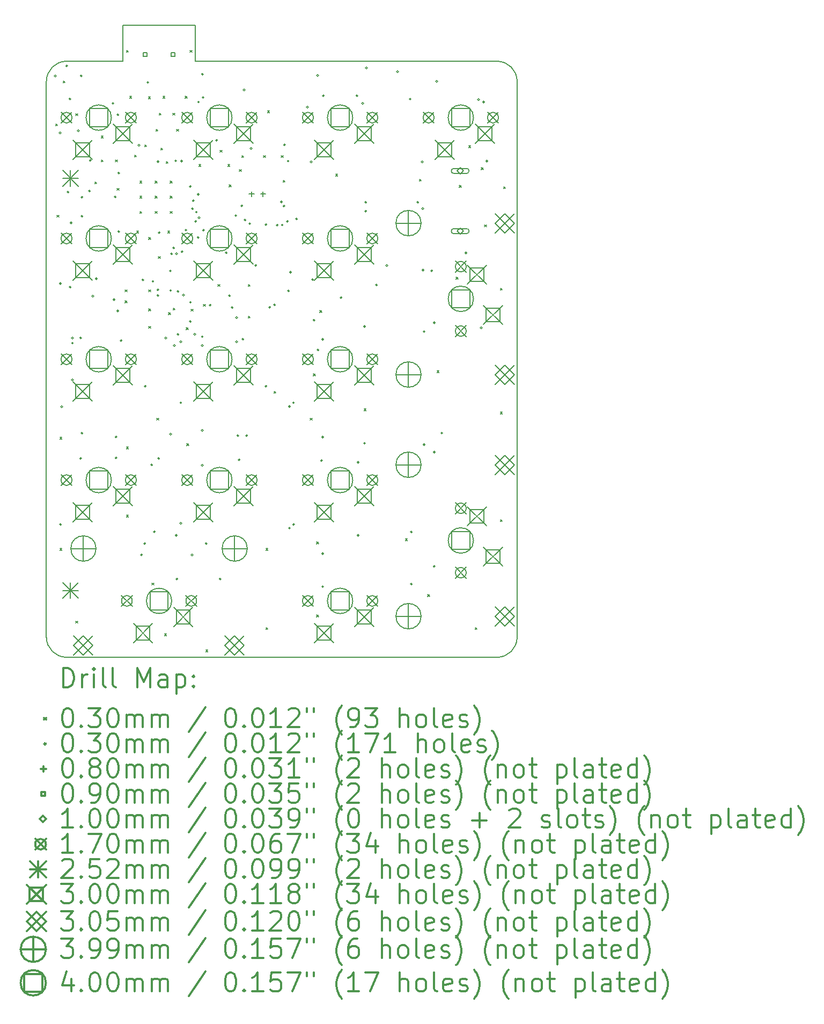
<source format=gbr>
%FSLAX45Y45*%
G04 Gerber Fmt 4.5, Leading zero omitted, Abs format (unit mm)*
G04 Created by KiCad (PCBNEW 4.0.6) date Saturday, January 06, 2018 'AMt' 08:46:44 AM*
%MOMM*%
%LPD*%
G01*
G04 APERTURE LIST*
%ADD10C,0.127000*%
%ADD11C,0.150000*%
%ADD12C,0.200000*%
%ADD13C,0.300000*%
G04 APERTURE END LIST*
D10*
D11*
X3619500Y-12636500D02*
G75*
G03X3937000Y-12954000I317500J0D01*
G01*
X10731500Y-12954000D02*
G75*
G03X11049000Y-12636500I0J317500D01*
G01*
X11049000Y-3873500D02*
G75*
G03X10731500Y-3556000I-317500J0D01*
G01*
X4826000Y-3556000D02*
X3937000Y-3556000D01*
X5969000Y-3556000D02*
X10731500Y-3556000D01*
X5969000Y-2984500D02*
X5969000Y-3556000D01*
X4826000Y-2984500D02*
X5969000Y-2984500D01*
X4826000Y-3556000D02*
X4826000Y-2984500D01*
X3937000Y-3556000D02*
G75*
G03X3619500Y-3873500I0J-317500D01*
G01*
X11049000Y-12636500D02*
X11049000Y-3873500D01*
X3937000Y-12954000D02*
X10731500Y-12954000D01*
X3619500Y-3873500D02*
X3619500Y-12636500D01*
D12*
X3765000Y-4545000D02*
X3795000Y-4575000D01*
X3795000Y-4545000D02*
X3765000Y-4575000D01*
X3785000Y-5985000D02*
X3815000Y-6015000D01*
X3815000Y-5985000D02*
X3785000Y-6015000D01*
X3835000Y-9485000D02*
X3865000Y-9515000D01*
X3865000Y-9485000D02*
X3835000Y-9515000D01*
X3835000Y-11235000D02*
X3865000Y-11265000D01*
X3865000Y-11235000D02*
X3835000Y-11265000D01*
X3885000Y-3865000D02*
X3915000Y-3895000D01*
X3915000Y-3865000D02*
X3885000Y-3895000D01*
X4085000Y-4385000D02*
X4115000Y-4415000D01*
X4115000Y-4385000D02*
X4085000Y-4415000D01*
X4085000Y-12385000D02*
X4115000Y-12415000D01*
X4115000Y-12385000D02*
X4085000Y-12415000D01*
X4385000Y-5460000D02*
X4415000Y-5490000D01*
X4415000Y-5460000D02*
X4385000Y-5490000D01*
X4485000Y-4735000D02*
X4515000Y-4765000D01*
X4515000Y-4735000D02*
X4485000Y-4765000D01*
X4485000Y-5110000D02*
X4515000Y-5140000D01*
X4515000Y-5110000D02*
X4485000Y-5140000D01*
X4710000Y-5110000D02*
X4740000Y-5140000D01*
X4740000Y-5110000D02*
X4710000Y-5140000D01*
X4735000Y-5560000D02*
X4765000Y-5590000D01*
X4765000Y-5560000D02*
X4735000Y-5590000D01*
X4860000Y-7160000D02*
X4890000Y-7190000D01*
X4890000Y-7160000D02*
X4860000Y-7190000D01*
X4860000Y-7335000D02*
X4890000Y-7365000D01*
X4890000Y-7335000D02*
X4860000Y-7365000D01*
X4885000Y-3385000D02*
X4915000Y-3415000D01*
X4915000Y-3385000D02*
X4885000Y-3415000D01*
X4885000Y-9635000D02*
X4915000Y-9665000D01*
X4915000Y-9635000D02*
X4885000Y-9665000D01*
X4885000Y-10710000D02*
X4915000Y-10740000D01*
X4915000Y-10710000D02*
X4885000Y-10740000D01*
X4935000Y-4110000D02*
X4965000Y-4140000D01*
X4965000Y-4110000D02*
X4935000Y-4140000D01*
X5010000Y-5035000D02*
X5040000Y-5065000D01*
X5040000Y-5035000D02*
X5010000Y-5065000D01*
X5045000Y-6235000D02*
X5075000Y-6265000D01*
X5075000Y-6235000D02*
X5045000Y-6265000D01*
X5095000Y-5445000D02*
X5125000Y-5475000D01*
X5125000Y-5445000D02*
X5095000Y-5475000D01*
X5095000Y-5685000D02*
X5125000Y-5715000D01*
X5125000Y-5685000D02*
X5095000Y-5715000D01*
X5095000Y-5925000D02*
X5125000Y-5955000D01*
X5125000Y-5925000D02*
X5095000Y-5955000D01*
X5170000Y-4875000D02*
X5200000Y-4905000D01*
X5200000Y-4875000D02*
X5170000Y-4905000D01*
X5230000Y-4115000D02*
X5260000Y-4145000D01*
X5260000Y-4115000D02*
X5230000Y-4145000D01*
X5235000Y-6335000D02*
X5265000Y-6365000D01*
X5265000Y-6335000D02*
X5235000Y-6365000D01*
X5235000Y-7160000D02*
X5265000Y-7190000D01*
X5265000Y-7160000D02*
X5235000Y-7190000D01*
X5235000Y-7460000D02*
X5265000Y-7490000D01*
X5265000Y-7460000D02*
X5235000Y-7490000D01*
X5235000Y-7735000D02*
X5265000Y-7765000D01*
X5265000Y-7735000D02*
X5235000Y-7765000D01*
X5285000Y-11785000D02*
X5315000Y-11815000D01*
X5315000Y-11785000D02*
X5285000Y-11815000D01*
X5335000Y-5445000D02*
X5365000Y-5475000D01*
X5365000Y-5445000D02*
X5335000Y-5475000D01*
X5335000Y-5685000D02*
X5365000Y-5715000D01*
X5365000Y-5685000D02*
X5335000Y-5715000D01*
X5335000Y-5925000D02*
X5365000Y-5955000D01*
X5365000Y-5925000D02*
X5335000Y-5955000D01*
X5350000Y-4630000D02*
X5380000Y-4660000D01*
X5380000Y-4630000D02*
X5350000Y-4660000D01*
X5360000Y-9185000D02*
X5390000Y-9215000D01*
X5390000Y-9185000D02*
X5360000Y-9215000D01*
X5385000Y-6635000D02*
X5415000Y-6665000D01*
X5415000Y-6635000D02*
X5385000Y-6665000D01*
X5400000Y-4375000D02*
X5430000Y-4405000D01*
X5430000Y-4375000D02*
X5400000Y-4405000D01*
X5425000Y-4925000D02*
X5455000Y-4955000D01*
X5455000Y-4925000D02*
X5425000Y-4955000D01*
X5460000Y-4110000D02*
X5490000Y-4140000D01*
X5490000Y-4110000D02*
X5460000Y-4140000D01*
X5485000Y-12585000D02*
X5515000Y-12615000D01*
X5515000Y-12585000D02*
X5485000Y-12615000D01*
X5510000Y-5135000D02*
X5540000Y-5165000D01*
X5540000Y-5135000D02*
X5510000Y-5165000D01*
X5535000Y-6235000D02*
X5565000Y-6265000D01*
X5565000Y-6235000D02*
X5535000Y-6265000D01*
X5550000Y-7520000D02*
X5580000Y-7550000D01*
X5580000Y-7520000D02*
X5550000Y-7550000D01*
X5575000Y-5445000D02*
X5605000Y-5475000D01*
X5605000Y-5445000D02*
X5575000Y-5475000D01*
X5575000Y-5685000D02*
X5605000Y-5715000D01*
X5605000Y-5685000D02*
X5575000Y-5715000D01*
X5575000Y-5925000D02*
X5605000Y-5955000D01*
X5605000Y-5925000D02*
X5575000Y-5955000D01*
X5615000Y-4375000D02*
X5645000Y-4405000D01*
X5645000Y-4375000D02*
X5615000Y-4405000D01*
X5620000Y-7450000D02*
X5650000Y-7480000D01*
X5650000Y-7450000D02*
X5620000Y-7480000D01*
X5675000Y-4630000D02*
X5705000Y-4660000D01*
X5705000Y-4630000D02*
X5675000Y-4660000D01*
X5810000Y-4110000D02*
X5840000Y-4140000D01*
X5840000Y-4110000D02*
X5810000Y-4140000D01*
X5825000Y-7755000D02*
X5855000Y-7785000D01*
X5855000Y-7755000D02*
X5825000Y-7785000D01*
X5835000Y-9585000D02*
X5865000Y-9615000D01*
X5865000Y-9585000D02*
X5835000Y-9615000D01*
X5885000Y-3385000D02*
X5915000Y-3415000D01*
X5915000Y-3385000D02*
X5885000Y-3415000D01*
X5905000Y-7465000D02*
X5935000Y-7495000D01*
X5935000Y-7465000D02*
X5905000Y-7495000D01*
X6025000Y-5185000D02*
X6055000Y-5215000D01*
X6055000Y-5185000D02*
X6025000Y-5215000D01*
X6100000Y-7390000D02*
X6130000Y-7420000D01*
X6130000Y-7390000D02*
X6100000Y-7420000D01*
X6135000Y-12835000D02*
X6165000Y-12865000D01*
X6165000Y-12835000D02*
X6135000Y-12865000D01*
X6325000Y-7075000D02*
X6355000Y-7105000D01*
X6355000Y-7075000D02*
X6325000Y-7105000D01*
X6360000Y-4960000D02*
X6390000Y-4990000D01*
X6390000Y-4960000D02*
X6360000Y-4990000D01*
X6485000Y-5185000D02*
X6515000Y-5215000D01*
X6515000Y-5185000D02*
X6485000Y-5215000D01*
X6505000Y-5505000D02*
X6535000Y-5535000D01*
X6535000Y-5505000D02*
X6505000Y-5535000D01*
X6665000Y-5265000D02*
X6695000Y-5295000D01*
X6695000Y-5265000D02*
X6665000Y-5295000D01*
X6705000Y-5045000D02*
X6735000Y-5075000D01*
X6735000Y-5045000D02*
X6705000Y-5075000D01*
X6805000Y-7075000D02*
X6835000Y-7105000D01*
X6835000Y-7075000D02*
X6805000Y-7105000D01*
X6805000Y-7575000D02*
X6835000Y-7605000D01*
X6835000Y-7575000D02*
X6805000Y-7605000D01*
X7045000Y-5045000D02*
X7075000Y-5075000D01*
X7075000Y-5045000D02*
X7045000Y-5075000D01*
X7085000Y-11235000D02*
X7115000Y-11265000D01*
X7115000Y-11235000D02*
X7085000Y-11265000D01*
X7085000Y-12485000D02*
X7115000Y-12515000D01*
X7115000Y-12485000D02*
X7085000Y-12515000D01*
X7110000Y-4335000D02*
X7140000Y-4365000D01*
X7140000Y-4335000D02*
X7110000Y-4365000D01*
X7210000Y-8760000D02*
X7240000Y-8790000D01*
X7240000Y-8760000D02*
X7210000Y-8790000D01*
X7325000Y-5045000D02*
X7355000Y-5075000D01*
X7355000Y-5045000D02*
X7325000Y-5075000D01*
X7355000Y-5435000D02*
X7385000Y-5465000D01*
X7385000Y-5435000D02*
X7355000Y-5465000D01*
X7785000Y-9185000D02*
X7815000Y-9215000D01*
X7815000Y-9185000D02*
X7785000Y-9215000D01*
X7835000Y-8485000D02*
X7865000Y-8515000D01*
X7865000Y-8485000D02*
X7835000Y-8515000D01*
X7885000Y-11135000D02*
X7915000Y-11165000D01*
X7915000Y-11135000D02*
X7885000Y-11165000D01*
X7885000Y-12285000D02*
X7915000Y-12315000D01*
X7915000Y-12285000D02*
X7885000Y-12315000D01*
X7935000Y-7485000D02*
X7965000Y-7515000D01*
X7965000Y-7485000D02*
X7935000Y-7515000D01*
X8185000Y-5335000D02*
X8215000Y-5365000D01*
X8215000Y-5335000D02*
X8185000Y-5365000D01*
X8635000Y-9035000D02*
X8665000Y-9065000D01*
X8665000Y-9035000D02*
X8635000Y-9065000D01*
X9285000Y-11085000D02*
X9315000Y-11115000D01*
X9315000Y-11085000D02*
X9285000Y-11115000D01*
X9505000Y-5415000D02*
X9535000Y-5445000D01*
X9535000Y-5415000D02*
X9505000Y-5445000D01*
X9635000Y-11965000D02*
X9665000Y-11995000D01*
X9665000Y-11965000D02*
X9635000Y-11995000D01*
X9785000Y-8435000D02*
X9815000Y-8465000D01*
X9815000Y-8435000D02*
X9785000Y-8465000D01*
X10085000Y-6960000D02*
X10115000Y-6990000D01*
X10115000Y-6960000D02*
X10085000Y-6990000D01*
X10135000Y-5515000D02*
X10165000Y-5545000D01*
X10165000Y-5515000D02*
X10135000Y-5545000D01*
X10285000Y-4885000D02*
X10315000Y-4915000D01*
X10315000Y-4885000D02*
X10285000Y-4915000D01*
X10385000Y-12485000D02*
X10415000Y-12515000D01*
X10415000Y-12485000D02*
X10385000Y-12515000D01*
X10485000Y-5235000D02*
X10515000Y-5265000D01*
X10515000Y-5235000D02*
X10485000Y-5265000D01*
X10535000Y-6135000D02*
X10565000Y-6165000D01*
X10565000Y-6135000D02*
X10535000Y-6165000D01*
X10785000Y-7135000D02*
X10815000Y-7165000D01*
X10815000Y-7135000D02*
X10785000Y-7165000D01*
X10785000Y-9085000D02*
X10815000Y-9115000D01*
X10815000Y-9085000D02*
X10785000Y-9115000D01*
X10785000Y-10785000D02*
X10815000Y-10815000D01*
X10815000Y-10785000D02*
X10785000Y-10815000D01*
X10835000Y-5535000D02*
X10865000Y-5565000D01*
X10865000Y-5535000D02*
X10835000Y-5565000D01*
X3775240Y-3788165D02*
G75*
G03X3775240Y-3788165I-15240J0D01*
G01*
X3850240Y-4685000D02*
G75*
G03X3850240Y-4685000I-15240J0D01*
G01*
X3855240Y-7060000D02*
G75*
G03X3855240Y-7060000I-15240J0D01*
G01*
X3855240Y-10860000D02*
G75*
G03X3855240Y-10860000I-15240J0D01*
G01*
X3876040Y-9004300D02*
G75*
G03X3876040Y-9004300I-15240J0D01*
G01*
X3955240Y-3630000D02*
G75*
G03X3955240Y-3630000I-15240J0D01*
G01*
X3975240Y-5620000D02*
G75*
G03X3975240Y-5620000I-15240J0D01*
G01*
X4005240Y-4150000D02*
G75*
G03X4005240Y-4150000I-15240J0D01*
G01*
X4009679Y-7117150D02*
G75*
G03X4009679Y-7117150I-15240J0D01*
G01*
X4025201Y-6104921D02*
G75*
G03X4025201Y-6104921I-15240J0D01*
G01*
X4045240Y-7920000D02*
G75*
G03X4045240Y-7920000I-15240J0D01*
G01*
X4046420Y-8000000D02*
G75*
G03X4046420Y-8000000I-15240J0D01*
G01*
X4046420Y-8580000D02*
G75*
G03X4046420Y-8580000I-15240J0D01*
G01*
X4138667Y-4649934D02*
G75*
G03X4138667Y-4649934I-15240J0D01*
G01*
X4175240Y-7920000D02*
G75*
G03X4175240Y-7920000I-15240J0D01*
G01*
X4175240Y-9820000D02*
G75*
G03X4175240Y-9820000I-15240J0D01*
G01*
X4183405Y-3788165D02*
G75*
G03X4183405Y-3788165I-15240J0D01*
G01*
X4195240Y-5700000D02*
G75*
G03X4195240Y-5700000I-15240J0D01*
G01*
X4195240Y-9420000D02*
G75*
G03X4195240Y-9420000I-15240J0D01*
G01*
X4196810Y-6000000D02*
G75*
G03X4196810Y-6000000I-15240J0D01*
G01*
X4315240Y-5603740D02*
G75*
G03X4315240Y-5603740I-15240J0D01*
G01*
X4325760Y-5120000D02*
G75*
G03X4325760Y-5120000I-15240J0D01*
G01*
X4365209Y-7259969D02*
G75*
G03X4365209Y-7259969I-15240J0D01*
G01*
X4420146Y-6984906D02*
G75*
G03X4420146Y-6984906I-15240J0D01*
G01*
X4685240Y-4220000D02*
G75*
G03X4685240Y-4220000I-15240J0D01*
G01*
X4700579Y-7316161D02*
G75*
G03X4700579Y-7316161I-15240J0D01*
G01*
X4720332Y-5694908D02*
G75*
G03X4720332Y-5694908I-15240J0D01*
G01*
X4733499Y-9811520D02*
G75*
G03X4733499Y-9811520I-15240J0D01*
G01*
X4735240Y-9480000D02*
G75*
G03X4735240Y-9480000I-15240J0D01*
G01*
X4759760Y-7493000D02*
G75*
G03X4759760Y-7493000I-15240J0D01*
G01*
X4764380Y-4400000D02*
G75*
G03X4764380Y-4400000I-15240J0D01*
G01*
X4775240Y-6240000D02*
G75*
G03X4775240Y-6240000I-15240J0D01*
G01*
X4775346Y-5317850D02*
G75*
G03X4775346Y-5317850I-15240J0D01*
G01*
X4815240Y-7960000D02*
G75*
G03X4815240Y-7960000I-15240J0D01*
G01*
X5095240Y-4880000D02*
G75*
G03X5095240Y-4880000I-15240J0D01*
G01*
X5135240Y-11340000D02*
G75*
G03X5135240Y-11340000I-15240J0D01*
G01*
X5155240Y-7003453D02*
G75*
G03X5155240Y-7003453I-15240J0D01*
G01*
X5186070Y-11160000D02*
G75*
G03X5186070Y-11160000I-15240J0D01*
G01*
X5196240Y-8680000D02*
G75*
G03X5196240Y-8680000I-15240J0D01*
G01*
X5235240Y-3890000D02*
G75*
G03X5235240Y-3890000I-15240J0D01*
G01*
X5295240Y-9920000D02*
G75*
G03X5295240Y-9920000I-15240J0D01*
G01*
X5315240Y-7027150D02*
G75*
G03X5315240Y-7027150I-15240J0D01*
G01*
X5338090Y-10974300D02*
G75*
G03X5338090Y-10974300I-15240J0D01*
G01*
X5395240Y-5140000D02*
G75*
G03X5395240Y-5140000I-15240J0D01*
G01*
X5395708Y-7160000D02*
G75*
G03X5395708Y-7160000I-15240J0D01*
G01*
X5395708Y-7250000D02*
G75*
G03X5395708Y-7250000I-15240J0D01*
G01*
X5407560Y-9820000D02*
G75*
G03X5407560Y-9820000I-15240J0D01*
G01*
X5415240Y-6260000D02*
G75*
G03X5415240Y-6260000I-15240J0D01*
G01*
X5518090Y-7920000D02*
G75*
G03X5518090Y-7920000I-15240J0D01*
G01*
X5591446Y-6861469D02*
G75*
G03X5591446Y-6861469I-15240J0D01*
G01*
X5594298Y-7170942D02*
G75*
G03X5594298Y-7170942I-15240J0D01*
G01*
X5595240Y-9435330D02*
G75*
G03X5595240Y-9435330I-15240J0D01*
G01*
X5609529Y-6592665D02*
G75*
G03X5609529Y-6592665I-15240J0D01*
G01*
X5645240Y-6500000D02*
G75*
G03X5645240Y-6500000I-15240J0D01*
G01*
X5655240Y-8040000D02*
G75*
G03X5655240Y-8040000I-15240J0D01*
G01*
X5675240Y-5126260D02*
G75*
G03X5675240Y-5126260I-15240J0D01*
G01*
X5682740Y-11031450D02*
G75*
G03X5682740Y-11031450I-15240J0D01*
G01*
X5688269Y-6592665D02*
G75*
G03X5688269Y-6592665I-15240J0D01*
G01*
X5695240Y-11720000D02*
G75*
G03X5695240Y-11720000I-15240J0D01*
G01*
X5711424Y-7186184D02*
G75*
G03X5711424Y-7186184I-15240J0D01*
G01*
X5712390Y-7862850D02*
G75*
G03X5712390Y-7862850I-15240J0D01*
G01*
X5755240Y-7980000D02*
G75*
G03X5755240Y-7980000I-15240J0D01*
G01*
X5755240Y-10840000D02*
G75*
G03X5755240Y-10840000I-15240J0D01*
G01*
X5755640Y-8940800D02*
G75*
G03X5755640Y-8940800I-15240J0D01*
G01*
X5768340Y-5130800D02*
G75*
G03X5768340Y-5130800I-15240J0D01*
G01*
X5775240Y-6560000D02*
G75*
G03X5775240Y-6560000I-15240J0D01*
G01*
X5797657Y-7241888D02*
G75*
G03X5797657Y-7241888I-15240J0D01*
G01*
X5835004Y-6218608D02*
G75*
G03X5835004Y-6218608I-15240J0D01*
G01*
X5905240Y-5530000D02*
G75*
G03X5905240Y-5530000I-15240J0D01*
G01*
X5905240Y-7660000D02*
G75*
G03X5905240Y-7660000I-15240J0D01*
G01*
X5907498Y-7356986D02*
G75*
G03X5907498Y-7356986I-15240J0D01*
G01*
X5935240Y-11340000D02*
G75*
G03X5935240Y-11340000I-15240J0D01*
G01*
X5941653Y-5882151D02*
G75*
G03X5941653Y-5882151I-15240J0D01*
G01*
X5952962Y-5753744D02*
G75*
G03X5952962Y-5753744I-15240J0D01*
G01*
X5975240Y-7860000D02*
G75*
G03X5975240Y-7860000I-15240J0D01*
G01*
X5990590Y-6081121D02*
G75*
G03X5990590Y-6081121I-15240J0D01*
G01*
X6000453Y-5934522D02*
G75*
G03X6000453Y-5934522I-15240J0D01*
G01*
X6027325Y-6333978D02*
G75*
G03X6027325Y-6333978I-15240J0D01*
G01*
X6031700Y-5656460D02*
G75*
G03X6031700Y-5656460I-15240J0D01*
G01*
X6035240Y-4200000D02*
G75*
G03X6035240Y-4200000I-15240J0D01*
G01*
X6044715Y-6023932D02*
G75*
G03X6044715Y-6023932I-15240J0D01*
G01*
X6095240Y-3760000D02*
G75*
G03X6095240Y-3760000I-15240J0D01*
G01*
X6095240Y-7900000D02*
G75*
G03X6095240Y-7900000I-15240J0D01*
G01*
X6095240Y-8037150D02*
G75*
G03X6095240Y-8037150I-15240J0D01*
G01*
X6095240Y-9378180D02*
G75*
G03X6095240Y-9378180I-15240J0D01*
G01*
X6095240Y-9927631D02*
G75*
G03X6095240Y-9927631I-15240J0D01*
G01*
X6106983Y-4127548D02*
G75*
G03X6106983Y-4127548I-15240J0D01*
G01*
X6115240Y-6220000D02*
G75*
G03X6115240Y-6220000I-15240J0D01*
G01*
X6155240Y-11160000D02*
G75*
G03X6155240Y-11160000I-15240J0D01*
G01*
X6218761Y-7402016D02*
G75*
G03X6218761Y-7402016I-15240J0D01*
G01*
X6320349Y-4803264D02*
G75*
G03X6320349Y-4803264I-15240J0D01*
G01*
X6375240Y-11720000D02*
G75*
G03X6375240Y-11720000I-15240J0D01*
G01*
X6474257Y-6576432D02*
G75*
G03X6474257Y-6576432I-15240J0D01*
G01*
X6525240Y-7254313D02*
G75*
G03X6525240Y-7254313I-15240J0D01*
G01*
X6565240Y-7440000D02*
G75*
G03X6565240Y-7440000I-15240J0D01*
G01*
X6624829Y-5989589D02*
G75*
G03X6624829Y-5989589I-15240J0D01*
G01*
X6635240Y-7600000D02*
G75*
G03X6635240Y-7600000I-15240J0D01*
G01*
X6635240Y-7980000D02*
G75*
G03X6635240Y-7980000I-15240J0D01*
G01*
X6655240Y-9460000D02*
G75*
G03X6655240Y-9460000I-15240J0D01*
G01*
X6675240Y-9840000D02*
G75*
G03X6675240Y-9840000I-15240J0D01*
G01*
X6718188Y-5834545D02*
G75*
G03X6718188Y-5834545I-15240J0D01*
G01*
X6735240Y-7940000D02*
G75*
G03X6735240Y-7940000I-15240J0D01*
G01*
X6754829Y-4009589D02*
G75*
G03X6754829Y-4009589I-15240J0D01*
G01*
X6770797Y-6060391D02*
G75*
G03X6770797Y-6060391I-15240J0D01*
G01*
X6795240Y-9460000D02*
G75*
G03X6795240Y-9460000I-15240J0D01*
G01*
X6842837Y-6117541D02*
G75*
G03X6842837Y-6117541I-15240J0D01*
G01*
X6865240Y-4932820D02*
G75*
G03X6865240Y-4932820I-15240J0D01*
G01*
X6940240Y-6775000D02*
G75*
G03X6940240Y-6775000I-15240J0D01*
G01*
X7101240Y-6131513D02*
G75*
G03X7101240Y-6131513I-15240J0D01*
G01*
X7101240Y-8680000D02*
G75*
G03X7101240Y-8680000I-15240J0D01*
G01*
X7158390Y-7436937D02*
G75*
G03X7158390Y-7436937I-15240J0D01*
G01*
X7235240Y-7397150D02*
G75*
G03X7235240Y-7397150I-15240J0D01*
G01*
X7277566Y-6141702D02*
G75*
G03X7277566Y-6141702I-15240J0D01*
G01*
X7341263Y-5774093D02*
G75*
G03X7341263Y-5774093I-15240J0D01*
G01*
X7356237Y-6138375D02*
G75*
G03X7356237Y-6138375I-15240J0D01*
G01*
X7385240Y-5839408D02*
G75*
G03X7385240Y-5839408I-15240J0D01*
G01*
X7390940Y-4875000D02*
G75*
G03X7390940Y-4875000I-15240J0D01*
G01*
X7438390Y-6081225D02*
G75*
G03X7438390Y-6081225I-15240J0D01*
G01*
X7448090Y-5130800D02*
G75*
G03X7448090Y-5130800I-15240J0D01*
G01*
X7455240Y-7176167D02*
G75*
G03X7455240Y-7176167I-15240J0D01*
G01*
X7469724Y-10917150D02*
G75*
G03X7469724Y-10917150I-15240J0D01*
G01*
X7470648Y-8997950D02*
G75*
G03X7470648Y-8997950I-15240J0D01*
G01*
X7485480Y-6882850D02*
G75*
G03X7485480Y-6882850I-15240J0D01*
G01*
X7533640Y-8940800D02*
G75*
G03X7533640Y-8940800I-15240J0D01*
G01*
X7535240Y-10860000D02*
G75*
G03X7535240Y-10860000I-15240J0D01*
G01*
X7582173Y-6041008D02*
G75*
G03X7582173Y-6041008I-15240J0D01*
G01*
X7755240Y-4280000D02*
G75*
G03X7755240Y-4280000I-15240J0D01*
G01*
X7813040Y-5143500D02*
G75*
G03X7813040Y-5143500I-15240J0D01*
G01*
X7835240Y-7000000D02*
G75*
G03X7835240Y-7000000I-15240J0D01*
G01*
X7857720Y-7640000D02*
G75*
G03X7857720Y-7640000I-15240J0D01*
G01*
X7915240Y-3780000D02*
G75*
G03X7915240Y-3780000I-15240J0D01*
G01*
X7921910Y-8110000D02*
G75*
G03X7921910Y-8110000I-15240J0D01*
G01*
X7975240Y-9853330D02*
G75*
G03X7975240Y-9853330I-15240J0D01*
G01*
X7995240Y-7940000D02*
G75*
G03X7995240Y-7940000I-15240J0D01*
G01*
X7995240Y-9480000D02*
G75*
G03X7995240Y-9480000I-15240J0D01*
G01*
X7995240Y-11320000D02*
G75*
G03X7995240Y-11320000I-15240J0D01*
G01*
X7995240Y-11840000D02*
G75*
G03X7995240Y-11840000I-15240J0D01*
G01*
X8005240Y-4100000D02*
G75*
G03X8005240Y-4100000I-15240J0D01*
G01*
X8285240Y-7282850D02*
G75*
G03X8285240Y-7282850I-15240J0D01*
G01*
X8535240Y-4100000D02*
G75*
G03X8535240Y-4100000I-15240J0D01*
G01*
X8555240Y-9880000D02*
G75*
G03X8555240Y-9880000I-15240J0D01*
G01*
X8555240Y-11031450D02*
G75*
G03X8555240Y-11031450I-15240J0D01*
G01*
X8626910Y-4220000D02*
G75*
G03X8626910Y-4220000I-15240J0D01*
G01*
X8655240Y-7740000D02*
G75*
G03X8655240Y-7740000I-15240J0D01*
G01*
X8655240Y-9580000D02*
G75*
G03X8655240Y-9580000I-15240J0D01*
G01*
X8675240Y-5780000D02*
G75*
G03X8675240Y-5780000I-15240J0D01*
G01*
X8675240Y-5920000D02*
G75*
G03X8675240Y-5920000I-15240J0D01*
G01*
X8685240Y-3663180D02*
G75*
G03X8685240Y-3663180I-15240J0D01*
G01*
X8845240Y-7084282D02*
G75*
G03X8845240Y-7084282I-15240J0D01*
G01*
X9006240Y-6778806D02*
G75*
G03X9006240Y-6778806I-15240J0D01*
G01*
X9175240Y-3720330D02*
G75*
G03X9175240Y-3720330I-15240J0D01*
G01*
X9375240Y-4153670D02*
G75*
G03X9375240Y-4153670I-15240J0D01*
G01*
X9395240Y-10980000D02*
G75*
G03X9395240Y-10980000I-15240J0D01*
G01*
X9395240Y-11800000D02*
G75*
G03X9395240Y-11800000I-15240J0D01*
G01*
X9495240Y-5780000D02*
G75*
G03X9495240Y-5780000I-15240J0D01*
G01*
X9565640Y-5143500D02*
G75*
G03X9565640Y-5143500I-15240J0D01*
G01*
X9575240Y-5880000D02*
G75*
G03X9575240Y-5880000I-15240J0D01*
G01*
X9578289Y-6849929D02*
G75*
G03X9578289Y-6849929I-15240J0D01*
G01*
X9595240Y-7820000D02*
G75*
G03X9595240Y-7820000I-15240J0D01*
G01*
X9595240Y-9600000D02*
G75*
G03X9595240Y-9600000I-15240J0D01*
G01*
X9715720Y-6860000D02*
G75*
G03X9715720Y-6860000I-15240J0D01*
G01*
X9755240Y-7680000D02*
G75*
G03X9755240Y-7680000I-15240J0D01*
G01*
X9755240Y-9720000D02*
G75*
G03X9755240Y-9720000I-15240J0D01*
G01*
X9755240Y-11520000D02*
G75*
G03X9755240Y-11520000I-15240J0D01*
G01*
X9794240Y-3873500D02*
G75*
G03X9794240Y-3873500I-15240J0D01*
G01*
X9875240Y-9420000D02*
G75*
G03X9875240Y-9420000I-15240J0D01*
G01*
X10255240Y-6580000D02*
G75*
G03X10255240Y-6580000I-15240J0D01*
G01*
X10455240Y-4160000D02*
G75*
G03X10455240Y-4160000I-15240J0D01*
G01*
X10495240Y-7760000D02*
G75*
G03X10495240Y-7760000I-15240J0D01*
G01*
X10535240Y-4200000D02*
G75*
G03X10535240Y-4200000I-15240J0D01*
G01*
X10585240Y-5130000D02*
G75*
G03X10585240Y-5130000I-15240J0D01*
G01*
X6860000Y-5610000D02*
X6860000Y-5690000D01*
X6820000Y-5650000D02*
X6900000Y-5650000D01*
X7040000Y-5610000D02*
X7040000Y-5690000D01*
X7000000Y-5650000D02*
X7080000Y-5650000D01*
X5209326Y-3482380D02*
X5209326Y-3418800D01*
X5145746Y-3418800D01*
X5145746Y-3482380D01*
X5209326Y-3482380D01*
X5649254Y-3482380D02*
X5649254Y-3418800D01*
X5585674Y-3418800D01*
X5585674Y-3482380D01*
X5649254Y-3482380D01*
X10150000Y-5335000D02*
X10200000Y-5285000D01*
X10150000Y-5235000D01*
X10100000Y-5285000D01*
X10150000Y-5335000D01*
X10250000Y-5245000D02*
X10050000Y-5245000D01*
X10250000Y-5325000D02*
X10050000Y-5325000D01*
X10050000Y-5245000D02*
G75*
G03X10050000Y-5325000I0J-40000D01*
G01*
X10250000Y-5325000D02*
G75*
G03X10250000Y-5245000I0J40000D01*
G01*
X10150000Y-6285000D02*
X10200000Y-6235000D01*
X10150000Y-6185000D01*
X10100000Y-6235000D01*
X10150000Y-6285000D01*
X10250000Y-6195000D02*
X10050000Y-6195000D01*
X10250000Y-6275000D02*
X10050000Y-6275000D01*
X10050000Y-6195000D02*
G75*
G03X10050000Y-6275000I0J-40000D01*
G01*
X10250000Y-6275000D02*
G75*
G03X10250000Y-6195000I0J40000D01*
G01*
X3852000Y-4360000D02*
X4022000Y-4530000D01*
X4022000Y-4360000D02*
X3852000Y-4530000D01*
X4022000Y-4445000D02*
G75*
G03X4022000Y-4445000I-85000J0D01*
G01*
X3852000Y-6265000D02*
X4022000Y-6435000D01*
X4022000Y-6265000D02*
X3852000Y-6435000D01*
X4022000Y-6350000D02*
G75*
G03X4022000Y-6350000I-85000J0D01*
G01*
X3852000Y-8170000D02*
X4022000Y-8340000D01*
X4022000Y-8170000D02*
X3852000Y-8340000D01*
X4022000Y-8255000D02*
G75*
G03X4022000Y-8255000I-85000J0D01*
G01*
X3852000Y-10075000D02*
X4022000Y-10245000D01*
X4022000Y-10075000D02*
X3852000Y-10245000D01*
X4022000Y-10160000D02*
G75*
G03X4022000Y-10160000I-85000J0D01*
G01*
X4804500Y-11980000D02*
X4974500Y-12150000D01*
X4974500Y-11980000D02*
X4804500Y-12150000D01*
X4974500Y-12065000D02*
G75*
G03X4974500Y-12065000I-85000J0D01*
G01*
X4868000Y-4360000D02*
X5038000Y-4530000D01*
X5038000Y-4360000D02*
X4868000Y-4530000D01*
X5038000Y-4445000D02*
G75*
G03X5038000Y-4445000I-85000J0D01*
G01*
X4868000Y-6265000D02*
X5038000Y-6435000D01*
X5038000Y-6265000D02*
X4868000Y-6435000D01*
X5038000Y-6350000D02*
G75*
G03X5038000Y-6350000I-85000J0D01*
G01*
X4868000Y-8170000D02*
X5038000Y-8340000D01*
X5038000Y-8170000D02*
X4868000Y-8340000D01*
X5038000Y-8255000D02*
G75*
G03X5038000Y-8255000I-85000J0D01*
G01*
X4868000Y-10075000D02*
X5038000Y-10245000D01*
X5038000Y-10075000D02*
X4868000Y-10245000D01*
X5038000Y-10160000D02*
G75*
G03X5038000Y-10160000I-85000J0D01*
G01*
X5757000Y-4360000D02*
X5927000Y-4530000D01*
X5927000Y-4360000D02*
X5757000Y-4530000D01*
X5927000Y-4445000D02*
G75*
G03X5927000Y-4445000I-85000J0D01*
G01*
X5757000Y-6265000D02*
X5927000Y-6435000D01*
X5927000Y-6265000D02*
X5757000Y-6435000D01*
X5927000Y-6350000D02*
G75*
G03X5927000Y-6350000I-85000J0D01*
G01*
X5757000Y-8170000D02*
X5927000Y-8340000D01*
X5927000Y-8170000D02*
X5757000Y-8340000D01*
X5927000Y-8255000D02*
G75*
G03X5927000Y-8255000I-85000J0D01*
G01*
X5757000Y-10075000D02*
X5927000Y-10245000D01*
X5927000Y-10075000D02*
X5757000Y-10245000D01*
X5927000Y-10160000D02*
G75*
G03X5927000Y-10160000I-85000J0D01*
G01*
X5820500Y-11980000D02*
X5990500Y-12150000D01*
X5990500Y-11980000D02*
X5820500Y-12150000D01*
X5990500Y-12065000D02*
G75*
G03X5990500Y-12065000I-85000J0D01*
G01*
X6773000Y-4360000D02*
X6943000Y-4530000D01*
X6943000Y-4360000D02*
X6773000Y-4530000D01*
X6943000Y-4445000D02*
G75*
G03X6943000Y-4445000I-85000J0D01*
G01*
X6773000Y-6265000D02*
X6943000Y-6435000D01*
X6943000Y-6265000D02*
X6773000Y-6435000D01*
X6943000Y-6350000D02*
G75*
G03X6943000Y-6350000I-85000J0D01*
G01*
X6773000Y-8170000D02*
X6943000Y-8340000D01*
X6943000Y-8170000D02*
X6773000Y-8340000D01*
X6943000Y-8255000D02*
G75*
G03X6943000Y-8255000I-85000J0D01*
G01*
X6773000Y-10075000D02*
X6943000Y-10245000D01*
X6943000Y-10075000D02*
X6773000Y-10245000D01*
X6943000Y-10160000D02*
G75*
G03X6943000Y-10160000I-85000J0D01*
G01*
X7662000Y-4360000D02*
X7832000Y-4530000D01*
X7832000Y-4360000D02*
X7662000Y-4530000D01*
X7832000Y-4445000D02*
G75*
G03X7832000Y-4445000I-85000J0D01*
G01*
X7662000Y-6265000D02*
X7832000Y-6435000D01*
X7832000Y-6265000D02*
X7662000Y-6435000D01*
X7832000Y-6350000D02*
G75*
G03X7832000Y-6350000I-85000J0D01*
G01*
X7662000Y-8170000D02*
X7832000Y-8340000D01*
X7832000Y-8170000D02*
X7662000Y-8340000D01*
X7832000Y-8255000D02*
G75*
G03X7832000Y-8255000I-85000J0D01*
G01*
X7662000Y-10075000D02*
X7832000Y-10245000D01*
X7832000Y-10075000D02*
X7662000Y-10245000D01*
X7832000Y-10160000D02*
G75*
G03X7832000Y-10160000I-85000J0D01*
G01*
X7662000Y-11980000D02*
X7832000Y-12150000D01*
X7832000Y-11980000D02*
X7662000Y-12150000D01*
X7832000Y-12065000D02*
G75*
G03X7832000Y-12065000I-85000J0D01*
G01*
X8678000Y-4360000D02*
X8848000Y-4530000D01*
X8848000Y-4360000D02*
X8678000Y-4530000D01*
X8848000Y-4445000D02*
G75*
G03X8848000Y-4445000I-85000J0D01*
G01*
X8678000Y-6265000D02*
X8848000Y-6435000D01*
X8848000Y-6265000D02*
X8678000Y-6435000D01*
X8848000Y-6350000D02*
G75*
G03X8848000Y-6350000I-85000J0D01*
G01*
X8678000Y-8170000D02*
X8848000Y-8340000D01*
X8848000Y-8170000D02*
X8678000Y-8340000D01*
X8848000Y-8255000D02*
G75*
G03X8848000Y-8255000I-85000J0D01*
G01*
X8678000Y-10075000D02*
X8848000Y-10245000D01*
X8848000Y-10075000D02*
X8678000Y-10245000D01*
X8848000Y-10160000D02*
G75*
G03X8848000Y-10160000I-85000J0D01*
G01*
X8678000Y-11980000D02*
X8848000Y-12150000D01*
X8848000Y-11980000D02*
X8678000Y-12150000D01*
X8848000Y-12065000D02*
G75*
G03X8848000Y-12065000I-85000J0D01*
G01*
X9567000Y-4360000D02*
X9737000Y-4530000D01*
X9737000Y-4360000D02*
X9567000Y-4530000D01*
X9737000Y-4445000D02*
G75*
G03X9737000Y-4445000I-85000J0D01*
G01*
X10075000Y-6709500D02*
X10245000Y-6879500D01*
X10245000Y-6709500D02*
X10075000Y-6879500D01*
X10245000Y-6794500D02*
G75*
G03X10245000Y-6794500I-85000J0D01*
G01*
X10075000Y-7725500D02*
X10245000Y-7895500D01*
X10245000Y-7725500D02*
X10075000Y-7895500D01*
X10245000Y-7810500D02*
G75*
G03X10245000Y-7810500I-85000J0D01*
G01*
X10075000Y-10519500D02*
X10245000Y-10689500D01*
X10245000Y-10519500D02*
X10075000Y-10689500D01*
X10245000Y-10604500D02*
G75*
G03X10245000Y-10604500I-85000J0D01*
G01*
X10075000Y-11535500D02*
X10245000Y-11705500D01*
X10245000Y-11535500D02*
X10075000Y-11705500D01*
X10245000Y-11620500D02*
G75*
G03X10245000Y-11620500I-85000J0D01*
G01*
X10583000Y-4360000D02*
X10753000Y-4530000D01*
X10753000Y-4360000D02*
X10583000Y-4530000D01*
X10753000Y-4445000D02*
G75*
G03X10753000Y-4445000I-85000J0D01*
G01*
X3874000Y-5274000D02*
X4126000Y-5526000D01*
X4126000Y-5274000D02*
X3874000Y-5526000D01*
X4000000Y-5274000D02*
X4000000Y-5526000D01*
X3874000Y-5400000D02*
X4126000Y-5400000D01*
X3874000Y-11774000D02*
X4126000Y-12026000D01*
X4126000Y-11774000D02*
X3874000Y-12026000D01*
X4000000Y-11774000D02*
X4000000Y-12026000D01*
X3874000Y-11900000D02*
X4126000Y-11900000D01*
X4041000Y-4803000D02*
X4341000Y-5103000D01*
X4341000Y-4803000D02*
X4041000Y-5103000D01*
X4297067Y-5059067D02*
X4297067Y-4846933D01*
X4084933Y-4846933D01*
X4084933Y-5059067D01*
X4297067Y-5059067D01*
X4041000Y-6708000D02*
X4341000Y-7008000D01*
X4341000Y-6708000D02*
X4041000Y-7008000D01*
X4297067Y-6964067D02*
X4297067Y-6751933D01*
X4084933Y-6751933D01*
X4084933Y-6964067D01*
X4297067Y-6964067D01*
X4041000Y-8613000D02*
X4341000Y-8913000D01*
X4341000Y-8613000D02*
X4041000Y-8913000D01*
X4297067Y-8869067D02*
X4297067Y-8656933D01*
X4084933Y-8656933D01*
X4084933Y-8869067D01*
X4297067Y-8869067D01*
X4041000Y-10518000D02*
X4341000Y-10818000D01*
X4341000Y-10518000D02*
X4041000Y-10818000D01*
X4297067Y-10774067D02*
X4297067Y-10561933D01*
X4084933Y-10561933D01*
X4084933Y-10774067D01*
X4297067Y-10774067D01*
X4676000Y-4549000D02*
X4976000Y-4849000D01*
X4976000Y-4549000D02*
X4676000Y-4849000D01*
X4932067Y-4805067D02*
X4932067Y-4592933D01*
X4719933Y-4592933D01*
X4719933Y-4805067D01*
X4932067Y-4805067D01*
X4676000Y-6454000D02*
X4976000Y-6754000D01*
X4976000Y-6454000D02*
X4676000Y-6754000D01*
X4932067Y-6710067D02*
X4932067Y-6497933D01*
X4719933Y-6497933D01*
X4719933Y-6710067D01*
X4932067Y-6710067D01*
X4676000Y-8359000D02*
X4976000Y-8659000D01*
X4976000Y-8359000D02*
X4676000Y-8659000D01*
X4932067Y-8615067D02*
X4932067Y-8402933D01*
X4719933Y-8402933D01*
X4719933Y-8615067D01*
X4932067Y-8615067D01*
X4676000Y-10264000D02*
X4976000Y-10564000D01*
X4976000Y-10264000D02*
X4676000Y-10564000D01*
X4932067Y-10520067D02*
X4932067Y-10307933D01*
X4719933Y-10307933D01*
X4719933Y-10520067D01*
X4932067Y-10520067D01*
X4993500Y-12423000D02*
X5293500Y-12723000D01*
X5293500Y-12423000D02*
X4993500Y-12723000D01*
X5249567Y-12679067D02*
X5249567Y-12466933D01*
X5037433Y-12466933D01*
X5037433Y-12679067D01*
X5249567Y-12679067D01*
X5628500Y-12169000D02*
X5928500Y-12469000D01*
X5928500Y-12169000D02*
X5628500Y-12469000D01*
X5884567Y-12425067D02*
X5884567Y-12212933D01*
X5672433Y-12212933D01*
X5672433Y-12425067D01*
X5884567Y-12425067D01*
X5946000Y-4803000D02*
X6246000Y-5103000D01*
X6246000Y-4803000D02*
X5946000Y-5103000D01*
X6202067Y-5059067D02*
X6202067Y-4846933D01*
X5989933Y-4846933D01*
X5989933Y-5059067D01*
X6202067Y-5059067D01*
X5946000Y-6708000D02*
X6246000Y-7008000D01*
X6246000Y-6708000D02*
X5946000Y-7008000D01*
X6202067Y-6964067D02*
X6202067Y-6751933D01*
X5989933Y-6751933D01*
X5989933Y-6964067D01*
X6202067Y-6964067D01*
X5946000Y-8613000D02*
X6246000Y-8913000D01*
X6246000Y-8613000D02*
X5946000Y-8913000D01*
X6202067Y-8869067D02*
X6202067Y-8656933D01*
X5989933Y-8656933D01*
X5989933Y-8869067D01*
X6202067Y-8869067D01*
X5946000Y-10518000D02*
X6246000Y-10818000D01*
X6246000Y-10518000D02*
X5946000Y-10818000D01*
X6202067Y-10774067D02*
X6202067Y-10561933D01*
X5989933Y-10561933D01*
X5989933Y-10774067D01*
X6202067Y-10774067D01*
X6581000Y-4549000D02*
X6881000Y-4849000D01*
X6881000Y-4549000D02*
X6581000Y-4849000D01*
X6837067Y-4805067D02*
X6837067Y-4592933D01*
X6624933Y-4592933D01*
X6624933Y-4805067D01*
X6837067Y-4805067D01*
X6581000Y-6454000D02*
X6881000Y-6754000D01*
X6881000Y-6454000D02*
X6581000Y-6754000D01*
X6837067Y-6710067D02*
X6837067Y-6497933D01*
X6624933Y-6497933D01*
X6624933Y-6710067D01*
X6837067Y-6710067D01*
X6581000Y-8359000D02*
X6881000Y-8659000D01*
X6881000Y-8359000D02*
X6581000Y-8659000D01*
X6837067Y-8615067D02*
X6837067Y-8402933D01*
X6624933Y-8402933D01*
X6624933Y-8615067D01*
X6837067Y-8615067D01*
X6581000Y-10264000D02*
X6881000Y-10564000D01*
X6881000Y-10264000D02*
X6581000Y-10564000D01*
X6837067Y-10520067D02*
X6837067Y-10307933D01*
X6624933Y-10307933D01*
X6624933Y-10520067D01*
X6837067Y-10520067D01*
X7851000Y-4803000D02*
X8151000Y-5103000D01*
X8151000Y-4803000D02*
X7851000Y-5103000D01*
X8107067Y-5059067D02*
X8107067Y-4846933D01*
X7894933Y-4846933D01*
X7894933Y-5059067D01*
X8107067Y-5059067D01*
X7851000Y-6708000D02*
X8151000Y-7008000D01*
X8151000Y-6708000D02*
X7851000Y-7008000D01*
X8107067Y-6964067D02*
X8107067Y-6751933D01*
X7894933Y-6751933D01*
X7894933Y-6964067D01*
X8107067Y-6964067D01*
X7851000Y-8613000D02*
X8151000Y-8913000D01*
X8151000Y-8613000D02*
X7851000Y-8913000D01*
X8107067Y-8869067D02*
X8107067Y-8656933D01*
X7894933Y-8656933D01*
X7894933Y-8869067D01*
X8107067Y-8869067D01*
X7851000Y-10518000D02*
X8151000Y-10818000D01*
X8151000Y-10518000D02*
X7851000Y-10818000D01*
X8107067Y-10774067D02*
X8107067Y-10561933D01*
X7894933Y-10561933D01*
X7894933Y-10774067D01*
X8107067Y-10774067D01*
X7851000Y-12423000D02*
X8151000Y-12723000D01*
X8151000Y-12423000D02*
X7851000Y-12723000D01*
X8107067Y-12679067D02*
X8107067Y-12466933D01*
X7894933Y-12466933D01*
X7894933Y-12679067D01*
X8107067Y-12679067D01*
X8486000Y-4549000D02*
X8786000Y-4849000D01*
X8786000Y-4549000D02*
X8486000Y-4849000D01*
X8742067Y-4805067D02*
X8742067Y-4592933D01*
X8529933Y-4592933D01*
X8529933Y-4805067D01*
X8742067Y-4805067D01*
X8486000Y-6454000D02*
X8786000Y-6754000D01*
X8786000Y-6454000D02*
X8486000Y-6754000D01*
X8742067Y-6710067D02*
X8742067Y-6497933D01*
X8529933Y-6497933D01*
X8529933Y-6710067D01*
X8742067Y-6710067D01*
X8486000Y-8359000D02*
X8786000Y-8659000D01*
X8786000Y-8359000D02*
X8486000Y-8659000D01*
X8742067Y-8615067D02*
X8742067Y-8402933D01*
X8529933Y-8402933D01*
X8529933Y-8615067D01*
X8742067Y-8615067D01*
X8486000Y-10264000D02*
X8786000Y-10564000D01*
X8786000Y-10264000D02*
X8486000Y-10564000D01*
X8742067Y-10520067D02*
X8742067Y-10307933D01*
X8529933Y-10307933D01*
X8529933Y-10520067D01*
X8742067Y-10520067D01*
X8486000Y-12169000D02*
X8786000Y-12469000D01*
X8786000Y-12169000D02*
X8486000Y-12469000D01*
X8742067Y-12425067D02*
X8742067Y-12212933D01*
X8529933Y-12212933D01*
X8529933Y-12425067D01*
X8742067Y-12425067D01*
X9756000Y-4803000D02*
X10056000Y-5103000D01*
X10056000Y-4803000D02*
X9756000Y-5103000D01*
X10012067Y-5059067D02*
X10012067Y-4846933D01*
X9799933Y-4846933D01*
X9799933Y-5059067D01*
X10012067Y-5059067D01*
X10264000Y-6771500D02*
X10564000Y-7071500D01*
X10564000Y-6771500D02*
X10264000Y-7071500D01*
X10520067Y-7027567D02*
X10520067Y-6815433D01*
X10307933Y-6815433D01*
X10307933Y-7027567D01*
X10520067Y-7027567D01*
X10264000Y-10581500D02*
X10564000Y-10881500D01*
X10564000Y-10581500D02*
X10264000Y-10881500D01*
X10520067Y-10837567D02*
X10520067Y-10625433D01*
X10307933Y-10625433D01*
X10307933Y-10837567D01*
X10520067Y-10837567D01*
X10391000Y-4549000D02*
X10691000Y-4849000D01*
X10691000Y-4549000D02*
X10391000Y-4849000D01*
X10647067Y-4805067D02*
X10647067Y-4592933D01*
X10434933Y-4592933D01*
X10434933Y-4805067D01*
X10647067Y-4805067D01*
X10518000Y-7406500D02*
X10818000Y-7706500D01*
X10818000Y-7406500D02*
X10518000Y-7706500D01*
X10774067Y-7662567D02*
X10774067Y-7450433D01*
X10561933Y-7450433D01*
X10561933Y-7662567D01*
X10774067Y-7662567D01*
X10518000Y-11216500D02*
X10818000Y-11516500D01*
X10818000Y-11216500D02*
X10518000Y-11516500D01*
X10774067Y-11472567D02*
X10774067Y-11260433D01*
X10561933Y-11260433D01*
X10561933Y-11472567D01*
X10774067Y-11472567D01*
X4051300Y-12611100D02*
X4356100Y-12915900D01*
X4356100Y-12611100D02*
X4051300Y-12915900D01*
X4203700Y-12915900D02*
X4356100Y-12763500D01*
X4203700Y-12611100D01*
X4051300Y-12763500D01*
X4203700Y-12915900D01*
X6438900Y-12611100D02*
X6743700Y-12915900D01*
X6743700Y-12611100D02*
X6438900Y-12915900D01*
X6591300Y-12915900D02*
X6743700Y-12763500D01*
X6591300Y-12611100D01*
X6438900Y-12763500D01*
X6591300Y-12915900D01*
X10706100Y-5956300D02*
X11010900Y-6261100D01*
X11010900Y-5956300D02*
X10706100Y-6261100D01*
X10858500Y-6261100D02*
X11010900Y-6108700D01*
X10858500Y-5956300D01*
X10706100Y-6108700D01*
X10858500Y-6261100D01*
X10706100Y-8343900D02*
X11010900Y-8648700D01*
X11010900Y-8343900D02*
X10706100Y-8648700D01*
X10858500Y-8648700D02*
X11010900Y-8496300D01*
X10858500Y-8343900D01*
X10706100Y-8496300D01*
X10858500Y-8648700D01*
X10706100Y-9766300D02*
X11010900Y-10071100D01*
X11010900Y-9766300D02*
X10706100Y-10071100D01*
X10858500Y-10071100D02*
X11010900Y-9918700D01*
X10858500Y-9766300D01*
X10706100Y-9918700D01*
X10858500Y-10071100D01*
X10706100Y-12153900D02*
X11010900Y-12458700D01*
X11010900Y-12153900D02*
X10706100Y-12458700D01*
X10858500Y-12458700D02*
X11010900Y-12306300D01*
X10858500Y-12153900D01*
X10706100Y-12306300D01*
X10858500Y-12458700D01*
X4203700Y-11040110D02*
X4203700Y-11438890D01*
X4004310Y-11239500D02*
X4403090Y-11239500D01*
X4403090Y-11239500D02*
G75*
G03X4403090Y-11239500I-199390J0D01*
G01*
X6591300Y-11040110D02*
X6591300Y-11438890D01*
X6391910Y-11239500D02*
X6790690Y-11239500D01*
X6790690Y-11239500D02*
G75*
G03X6790690Y-11239500I-199390J0D01*
G01*
X9334500Y-5909310D02*
X9334500Y-6308090D01*
X9135110Y-6108700D02*
X9533890Y-6108700D01*
X9533890Y-6108700D02*
G75*
G03X9533890Y-6108700I-199390J0D01*
G01*
X9334500Y-8296910D02*
X9334500Y-8695690D01*
X9135110Y-8496300D02*
X9533890Y-8496300D01*
X9533890Y-8496300D02*
G75*
G03X9533890Y-8496300I-199390J0D01*
G01*
X9334500Y-9719310D02*
X9334500Y-10118090D01*
X9135110Y-9918700D02*
X9533890Y-9918700D01*
X9533890Y-9918700D02*
G75*
G03X9533890Y-9918700I-199390J0D01*
G01*
X9334500Y-12106910D02*
X9334500Y-12505690D01*
X9135110Y-12306300D02*
X9533890Y-12306300D01*
X9533890Y-12306300D02*
G75*
G03X9533890Y-12306300I-199390J0D01*
G01*
X4586423Y-4586423D02*
X4586423Y-4303577D01*
X4303577Y-4303577D01*
X4303577Y-4586423D01*
X4586423Y-4586423D01*
X4645000Y-4445000D02*
G75*
G03X4645000Y-4445000I-200000J0D01*
G01*
X4586423Y-6491423D02*
X4586423Y-6208577D01*
X4303577Y-6208577D01*
X4303577Y-6491423D01*
X4586423Y-6491423D01*
X4645000Y-6350000D02*
G75*
G03X4645000Y-6350000I-200000J0D01*
G01*
X4586423Y-8396423D02*
X4586423Y-8113577D01*
X4303577Y-8113577D01*
X4303577Y-8396423D01*
X4586423Y-8396423D01*
X4645000Y-8255000D02*
G75*
G03X4645000Y-8255000I-200000J0D01*
G01*
X4586423Y-10301423D02*
X4586423Y-10018577D01*
X4303577Y-10018577D01*
X4303577Y-10301423D01*
X4586423Y-10301423D01*
X4645000Y-10160000D02*
G75*
G03X4645000Y-10160000I-200000J0D01*
G01*
X5538923Y-12206423D02*
X5538923Y-11923577D01*
X5256077Y-11923577D01*
X5256077Y-12206423D01*
X5538923Y-12206423D01*
X5597500Y-12065000D02*
G75*
G03X5597500Y-12065000I-200000J0D01*
G01*
X6491423Y-4586423D02*
X6491423Y-4303577D01*
X6208577Y-4303577D01*
X6208577Y-4586423D01*
X6491423Y-4586423D01*
X6550000Y-4445000D02*
G75*
G03X6550000Y-4445000I-200000J0D01*
G01*
X6491423Y-6491423D02*
X6491423Y-6208577D01*
X6208577Y-6208577D01*
X6208577Y-6491423D01*
X6491423Y-6491423D01*
X6550000Y-6350000D02*
G75*
G03X6550000Y-6350000I-200000J0D01*
G01*
X6491423Y-8396423D02*
X6491423Y-8113577D01*
X6208577Y-8113577D01*
X6208577Y-8396423D01*
X6491423Y-8396423D01*
X6550000Y-8255000D02*
G75*
G03X6550000Y-8255000I-200000J0D01*
G01*
X6491423Y-10301423D02*
X6491423Y-10018577D01*
X6208577Y-10018577D01*
X6208577Y-10301423D01*
X6491423Y-10301423D01*
X6550000Y-10160000D02*
G75*
G03X6550000Y-10160000I-200000J0D01*
G01*
X8396423Y-4586423D02*
X8396423Y-4303577D01*
X8113577Y-4303577D01*
X8113577Y-4586423D01*
X8396423Y-4586423D01*
X8455000Y-4445000D02*
G75*
G03X8455000Y-4445000I-200000J0D01*
G01*
X8396423Y-6491423D02*
X8396423Y-6208577D01*
X8113577Y-6208577D01*
X8113577Y-6491423D01*
X8396423Y-6491423D01*
X8455000Y-6350000D02*
G75*
G03X8455000Y-6350000I-200000J0D01*
G01*
X8396423Y-8396423D02*
X8396423Y-8113577D01*
X8113577Y-8113577D01*
X8113577Y-8396423D01*
X8396423Y-8396423D01*
X8455000Y-8255000D02*
G75*
G03X8455000Y-8255000I-200000J0D01*
G01*
X8396423Y-10301423D02*
X8396423Y-10018577D01*
X8113577Y-10018577D01*
X8113577Y-10301423D01*
X8396423Y-10301423D01*
X8455000Y-10160000D02*
G75*
G03X8455000Y-10160000I-200000J0D01*
G01*
X8396423Y-12206423D02*
X8396423Y-11923577D01*
X8113577Y-11923577D01*
X8113577Y-12206423D01*
X8396423Y-12206423D01*
X8455000Y-12065000D02*
G75*
G03X8455000Y-12065000I-200000J0D01*
G01*
X10301423Y-4586423D02*
X10301423Y-4303577D01*
X10018577Y-4303577D01*
X10018577Y-4586423D01*
X10301423Y-4586423D01*
X10360000Y-4445000D02*
G75*
G03X10360000Y-4445000I-200000J0D01*
G01*
X10301423Y-7443923D02*
X10301423Y-7161077D01*
X10018577Y-7161077D01*
X10018577Y-7443923D01*
X10301423Y-7443923D01*
X10360000Y-7302500D02*
G75*
G03X10360000Y-7302500I-200000J0D01*
G01*
X10301423Y-11253923D02*
X10301423Y-10971077D01*
X10018577Y-10971077D01*
X10018577Y-11253923D01*
X10301423Y-11253923D01*
X10360000Y-11112500D02*
G75*
G03X10360000Y-11112500I-200000J0D01*
G01*
D13*
X3883428Y-13427214D02*
X3883428Y-13127214D01*
X3954857Y-13127214D01*
X3997714Y-13141500D01*
X4026286Y-13170071D01*
X4040571Y-13198643D01*
X4054857Y-13255786D01*
X4054857Y-13298643D01*
X4040571Y-13355786D01*
X4026286Y-13384357D01*
X3997714Y-13412929D01*
X3954857Y-13427214D01*
X3883428Y-13427214D01*
X4183428Y-13427214D02*
X4183428Y-13227214D01*
X4183428Y-13284357D02*
X4197714Y-13255786D01*
X4212000Y-13241500D01*
X4240571Y-13227214D01*
X4269143Y-13227214D01*
X4369143Y-13427214D02*
X4369143Y-13227214D01*
X4369143Y-13127214D02*
X4354857Y-13141500D01*
X4369143Y-13155786D01*
X4383429Y-13141500D01*
X4369143Y-13127214D01*
X4369143Y-13155786D01*
X4554857Y-13427214D02*
X4526286Y-13412929D01*
X4512000Y-13384357D01*
X4512000Y-13127214D01*
X4712000Y-13427214D02*
X4683429Y-13412929D01*
X4669143Y-13384357D01*
X4669143Y-13127214D01*
X5054857Y-13427214D02*
X5054857Y-13127214D01*
X5154857Y-13341500D01*
X5254857Y-13127214D01*
X5254857Y-13427214D01*
X5526286Y-13427214D02*
X5526286Y-13270071D01*
X5512000Y-13241500D01*
X5483429Y-13227214D01*
X5426286Y-13227214D01*
X5397714Y-13241500D01*
X5526286Y-13412929D02*
X5497714Y-13427214D01*
X5426286Y-13427214D01*
X5397714Y-13412929D01*
X5383429Y-13384357D01*
X5383429Y-13355786D01*
X5397714Y-13327214D01*
X5426286Y-13312929D01*
X5497714Y-13312929D01*
X5526286Y-13298643D01*
X5669143Y-13227214D02*
X5669143Y-13527214D01*
X5669143Y-13241500D02*
X5697714Y-13227214D01*
X5754857Y-13227214D01*
X5783428Y-13241500D01*
X5797714Y-13255786D01*
X5812000Y-13284357D01*
X5812000Y-13370071D01*
X5797714Y-13398643D01*
X5783428Y-13412929D01*
X5754857Y-13427214D01*
X5697714Y-13427214D01*
X5669143Y-13412929D01*
X5940571Y-13398643D02*
X5954857Y-13412929D01*
X5940571Y-13427214D01*
X5926286Y-13412929D01*
X5940571Y-13398643D01*
X5940571Y-13427214D01*
X5940571Y-13241500D02*
X5954857Y-13255786D01*
X5940571Y-13270071D01*
X5926286Y-13255786D01*
X5940571Y-13241500D01*
X5940571Y-13270071D01*
X3582000Y-13906500D02*
X3612000Y-13936500D01*
X3612000Y-13906500D02*
X3582000Y-13936500D01*
X3940571Y-13757214D02*
X3969143Y-13757214D01*
X3997714Y-13771500D01*
X4012000Y-13785786D01*
X4026286Y-13814357D01*
X4040571Y-13871500D01*
X4040571Y-13942929D01*
X4026286Y-14000071D01*
X4012000Y-14028643D01*
X3997714Y-14042929D01*
X3969143Y-14057214D01*
X3940571Y-14057214D01*
X3912000Y-14042929D01*
X3897714Y-14028643D01*
X3883428Y-14000071D01*
X3869143Y-13942929D01*
X3869143Y-13871500D01*
X3883428Y-13814357D01*
X3897714Y-13785786D01*
X3912000Y-13771500D01*
X3940571Y-13757214D01*
X4169143Y-14028643D02*
X4183428Y-14042929D01*
X4169143Y-14057214D01*
X4154857Y-14042929D01*
X4169143Y-14028643D01*
X4169143Y-14057214D01*
X4283428Y-13757214D02*
X4469143Y-13757214D01*
X4369143Y-13871500D01*
X4412000Y-13871500D01*
X4440571Y-13885786D01*
X4454857Y-13900071D01*
X4469143Y-13928643D01*
X4469143Y-14000071D01*
X4454857Y-14028643D01*
X4440571Y-14042929D01*
X4412000Y-14057214D01*
X4326286Y-14057214D01*
X4297714Y-14042929D01*
X4283428Y-14028643D01*
X4654857Y-13757214D02*
X4683429Y-13757214D01*
X4712000Y-13771500D01*
X4726286Y-13785786D01*
X4740571Y-13814357D01*
X4754857Y-13871500D01*
X4754857Y-13942929D01*
X4740571Y-14000071D01*
X4726286Y-14028643D01*
X4712000Y-14042929D01*
X4683429Y-14057214D01*
X4654857Y-14057214D01*
X4626286Y-14042929D01*
X4612000Y-14028643D01*
X4597714Y-14000071D01*
X4583429Y-13942929D01*
X4583429Y-13871500D01*
X4597714Y-13814357D01*
X4612000Y-13785786D01*
X4626286Y-13771500D01*
X4654857Y-13757214D01*
X4883429Y-14057214D02*
X4883429Y-13857214D01*
X4883429Y-13885786D02*
X4897714Y-13871500D01*
X4926286Y-13857214D01*
X4969143Y-13857214D01*
X4997714Y-13871500D01*
X5012000Y-13900071D01*
X5012000Y-14057214D01*
X5012000Y-13900071D02*
X5026286Y-13871500D01*
X5054857Y-13857214D01*
X5097714Y-13857214D01*
X5126286Y-13871500D01*
X5140571Y-13900071D01*
X5140571Y-14057214D01*
X5283429Y-14057214D02*
X5283429Y-13857214D01*
X5283429Y-13885786D02*
X5297714Y-13871500D01*
X5326286Y-13857214D01*
X5369143Y-13857214D01*
X5397714Y-13871500D01*
X5412000Y-13900071D01*
X5412000Y-14057214D01*
X5412000Y-13900071D02*
X5426286Y-13871500D01*
X5454857Y-13857214D01*
X5497714Y-13857214D01*
X5526286Y-13871500D01*
X5540571Y-13900071D01*
X5540571Y-14057214D01*
X6126286Y-13742929D02*
X5869143Y-14128643D01*
X6512000Y-13757214D02*
X6540571Y-13757214D01*
X6569143Y-13771500D01*
X6583428Y-13785786D01*
X6597714Y-13814357D01*
X6612000Y-13871500D01*
X6612000Y-13942929D01*
X6597714Y-14000071D01*
X6583428Y-14028643D01*
X6569143Y-14042929D01*
X6540571Y-14057214D01*
X6512000Y-14057214D01*
X6483428Y-14042929D01*
X6469143Y-14028643D01*
X6454857Y-14000071D01*
X6440571Y-13942929D01*
X6440571Y-13871500D01*
X6454857Y-13814357D01*
X6469143Y-13785786D01*
X6483428Y-13771500D01*
X6512000Y-13757214D01*
X6740571Y-14028643D02*
X6754857Y-14042929D01*
X6740571Y-14057214D01*
X6726286Y-14042929D01*
X6740571Y-14028643D01*
X6740571Y-14057214D01*
X6940571Y-13757214D02*
X6969143Y-13757214D01*
X6997714Y-13771500D01*
X7012000Y-13785786D01*
X7026285Y-13814357D01*
X7040571Y-13871500D01*
X7040571Y-13942929D01*
X7026285Y-14000071D01*
X7012000Y-14028643D01*
X6997714Y-14042929D01*
X6969143Y-14057214D01*
X6940571Y-14057214D01*
X6912000Y-14042929D01*
X6897714Y-14028643D01*
X6883428Y-14000071D01*
X6869143Y-13942929D01*
X6869143Y-13871500D01*
X6883428Y-13814357D01*
X6897714Y-13785786D01*
X6912000Y-13771500D01*
X6940571Y-13757214D01*
X7326285Y-14057214D02*
X7154857Y-14057214D01*
X7240571Y-14057214D02*
X7240571Y-13757214D01*
X7212000Y-13800071D01*
X7183428Y-13828643D01*
X7154857Y-13842929D01*
X7440571Y-13785786D02*
X7454857Y-13771500D01*
X7483428Y-13757214D01*
X7554857Y-13757214D01*
X7583428Y-13771500D01*
X7597714Y-13785786D01*
X7612000Y-13814357D01*
X7612000Y-13842929D01*
X7597714Y-13885786D01*
X7426285Y-14057214D01*
X7612000Y-14057214D01*
X7726286Y-13757214D02*
X7726286Y-13814357D01*
X7840571Y-13757214D02*
X7840571Y-13814357D01*
X8283428Y-14171500D02*
X8269143Y-14157214D01*
X8240571Y-14114357D01*
X8226285Y-14085786D01*
X8212000Y-14042929D01*
X8197714Y-13971500D01*
X8197714Y-13914357D01*
X8212000Y-13842929D01*
X8226285Y-13800071D01*
X8240571Y-13771500D01*
X8269143Y-13728643D01*
X8283428Y-13714357D01*
X8412000Y-14057214D02*
X8469143Y-14057214D01*
X8497714Y-14042929D01*
X8512000Y-14028643D01*
X8540571Y-13985786D01*
X8554857Y-13928643D01*
X8554857Y-13814357D01*
X8540571Y-13785786D01*
X8526286Y-13771500D01*
X8497714Y-13757214D01*
X8440571Y-13757214D01*
X8412000Y-13771500D01*
X8397714Y-13785786D01*
X8383428Y-13814357D01*
X8383428Y-13885786D01*
X8397714Y-13914357D01*
X8412000Y-13928643D01*
X8440571Y-13942929D01*
X8497714Y-13942929D01*
X8526286Y-13928643D01*
X8540571Y-13914357D01*
X8554857Y-13885786D01*
X8654857Y-13757214D02*
X8840571Y-13757214D01*
X8740571Y-13871500D01*
X8783428Y-13871500D01*
X8812000Y-13885786D01*
X8826286Y-13900071D01*
X8840571Y-13928643D01*
X8840571Y-14000071D01*
X8826286Y-14028643D01*
X8812000Y-14042929D01*
X8783428Y-14057214D01*
X8697714Y-14057214D01*
X8669143Y-14042929D01*
X8654857Y-14028643D01*
X9197714Y-14057214D02*
X9197714Y-13757214D01*
X9326286Y-14057214D02*
X9326286Y-13900071D01*
X9312000Y-13871500D01*
X9283428Y-13857214D01*
X9240571Y-13857214D01*
X9212000Y-13871500D01*
X9197714Y-13885786D01*
X9512000Y-14057214D02*
X9483428Y-14042929D01*
X9469143Y-14028643D01*
X9454857Y-14000071D01*
X9454857Y-13914357D01*
X9469143Y-13885786D01*
X9483428Y-13871500D01*
X9512000Y-13857214D01*
X9554857Y-13857214D01*
X9583428Y-13871500D01*
X9597714Y-13885786D01*
X9612000Y-13914357D01*
X9612000Y-14000071D01*
X9597714Y-14028643D01*
X9583428Y-14042929D01*
X9554857Y-14057214D01*
X9512000Y-14057214D01*
X9783428Y-14057214D02*
X9754857Y-14042929D01*
X9740571Y-14014357D01*
X9740571Y-13757214D01*
X10012000Y-14042929D02*
X9983429Y-14057214D01*
X9926286Y-14057214D01*
X9897714Y-14042929D01*
X9883429Y-14014357D01*
X9883429Y-13900071D01*
X9897714Y-13871500D01*
X9926286Y-13857214D01*
X9983429Y-13857214D01*
X10012000Y-13871500D01*
X10026286Y-13900071D01*
X10026286Y-13928643D01*
X9883429Y-13957214D01*
X10140571Y-14042929D02*
X10169143Y-14057214D01*
X10226286Y-14057214D01*
X10254857Y-14042929D01*
X10269143Y-14014357D01*
X10269143Y-14000071D01*
X10254857Y-13971500D01*
X10226286Y-13957214D01*
X10183429Y-13957214D01*
X10154857Y-13942929D01*
X10140571Y-13914357D01*
X10140571Y-13900071D01*
X10154857Y-13871500D01*
X10183429Y-13857214D01*
X10226286Y-13857214D01*
X10254857Y-13871500D01*
X10369143Y-14171500D02*
X10383429Y-14157214D01*
X10412000Y-14114357D01*
X10426286Y-14085786D01*
X10440571Y-14042929D01*
X10454857Y-13971500D01*
X10454857Y-13914357D01*
X10440571Y-13842929D01*
X10426286Y-13800071D01*
X10412000Y-13771500D01*
X10383429Y-13728643D01*
X10369143Y-13714357D01*
X3612000Y-14317500D02*
G75*
G03X3612000Y-14317500I-15240J0D01*
G01*
X3940571Y-14153214D02*
X3969143Y-14153214D01*
X3997714Y-14167500D01*
X4012000Y-14181786D01*
X4026286Y-14210357D01*
X4040571Y-14267500D01*
X4040571Y-14338929D01*
X4026286Y-14396071D01*
X4012000Y-14424643D01*
X3997714Y-14438929D01*
X3969143Y-14453214D01*
X3940571Y-14453214D01*
X3912000Y-14438929D01*
X3897714Y-14424643D01*
X3883428Y-14396071D01*
X3869143Y-14338929D01*
X3869143Y-14267500D01*
X3883428Y-14210357D01*
X3897714Y-14181786D01*
X3912000Y-14167500D01*
X3940571Y-14153214D01*
X4169143Y-14424643D02*
X4183428Y-14438929D01*
X4169143Y-14453214D01*
X4154857Y-14438929D01*
X4169143Y-14424643D01*
X4169143Y-14453214D01*
X4283428Y-14153214D02*
X4469143Y-14153214D01*
X4369143Y-14267500D01*
X4412000Y-14267500D01*
X4440571Y-14281786D01*
X4454857Y-14296071D01*
X4469143Y-14324643D01*
X4469143Y-14396071D01*
X4454857Y-14424643D01*
X4440571Y-14438929D01*
X4412000Y-14453214D01*
X4326286Y-14453214D01*
X4297714Y-14438929D01*
X4283428Y-14424643D01*
X4654857Y-14153214D02*
X4683429Y-14153214D01*
X4712000Y-14167500D01*
X4726286Y-14181786D01*
X4740571Y-14210357D01*
X4754857Y-14267500D01*
X4754857Y-14338929D01*
X4740571Y-14396071D01*
X4726286Y-14424643D01*
X4712000Y-14438929D01*
X4683429Y-14453214D01*
X4654857Y-14453214D01*
X4626286Y-14438929D01*
X4612000Y-14424643D01*
X4597714Y-14396071D01*
X4583429Y-14338929D01*
X4583429Y-14267500D01*
X4597714Y-14210357D01*
X4612000Y-14181786D01*
X4626286Y-14167500D01*
X4654857Y-14153214D01*
X4883429Y-14453214D02*
X4883429Y-14253214D01*
X4883429Y-14281786D02*
X4897714Y-14267500D01*
X4926286Y-14253214D01*
X4969143Y-14253214D01*
X4997714Y-14267500D01*
X5012000Y-14296071D01*
X5012000Y-14453214D01*
X5012000Y-14296071D02*
X5026286Y-14267500D01*
X5054857Y-14253214D01*
X5097714Y-14253214D01*
X5126286Y-14267500D01*
X5140571Y-14296071D01*
X5140571Y-14453214D01*
X5283429Y-14453214D02*
X5283429Y-14253214D01*
X5283429Y-14281786D02*
X5297714Y-14267500D01*
X5326286Y-14253214D01*
X5369143Y-14253214D01*
X5397714Y-14267500D01*
X5412000Y-14296071D01*
X5412000Y-14453214D01*
X5412000Y-14296071D02*
X5426286Y-14267500D01*
X5454857Y-14253214D01*
X5497714Y-14253214D01*
X5526286Y-14267500D01*
X5540571Y-14296071D01*
X5540571Y-14453214D01*
X6126286Y-14138929D02*
X5869143Y-14524643D01*
X6512000Y-14153214D02*
X6540571Y-14153214D01*
X6569143Y-14167500D01*
X6583428Y-14181786D01*
X6597714Y-14210357D01*
X6612000Y-14267500D01*
X6612000Y-14338929D01*
X6597714Y-14396071D01*
X6583428Y-14424643D01*
X6569143Y-14438929D01*
X6540571Y-14453214D01*
X6512000Y-14453214D01*
X6483428Y-14438929D01*
X6469143Y-14424643D01*
X6454857Y-14396071D01*
X6440571Y-14338929D01*
X6440571Y-14267500D01*
X6454857Y-14210357D01*
X6469143Y-14181786D01*
X6483428Y-14167500D01*
X6512000Y-14153214D01*
X6740571Y-14424643D02*
X6754857Y-14438929D01*
X6740571Y-14453214D01*
X6726286Y-14438929D01*
X6740571Y-14424643D01*
X6740571Y-14453214D01*
X6940571Y-14153214D02*
X6969143Y-14153214D01*
X6997714Y-14167500D01*
X7012000Y-14181786D01*
X7026285Y-14210357D01*
X7040571Y-14267500D01*
X7040571Y-14338929D01*
X7026285Y-14396071D01*
X7012000Y-14424643D01*
X6997714Y-14438929D01*
X6969143Y-14453214D01*
X6940571Y-14453214D01*
X6912000Y-14438929D01*
X6897714Y-14424643D01*
X6883428Y-14396071D01*
X6869143Y-14338929D01*
X6869143Y-14267500D01*
X6883428Y-14210357D01*
X6897714Y-14181786D01*
X6912000Y-14167500D01*
X6940571Y-14153214D01*
X7326285Y-14453214D02*
X7154857Y-14453214D01*
X7240571Y-14453214D02*
X7240571Y-14153214D01*
X7212000Y-14196071D01*
X7183428Y-14224643D01*
X7154857Y-14238929D01*
X7440571Y-14181786D02*
X7454857Y-14167500D01*
X7483428Y-14153214D01*
X7554857Y-14153214D01*
X7583428Y-14167500D01*
X7597714Y-14181786D01*
X7612000Y-14210357D01*
X7612000Y-14238929D01*
X7597714Y-14281786D01*
X7426285Y-14453214D01*
X7612000Y-14453214D01*
X7726286Y-14153214D02*
X7726286Y-14210357D01*
X7840571Y-14153214D02*
X7840571Y-14210357D01*
X8283428Y-14567500D02*
X8269143Y-14553214D01*
X8240571Y-14510357D01*
X8226285Y-14481786D01*
X8212000Y-14438929D01*
X8197714Y-14367500D01*
X8197714Y-14310357D01*
X8212000Y-14238929D01*
X8226285Y-14196071D01*
X8240571Y-14167500D01*
X8269143Y-14124643D01*
X8283428Y-14110357D01*
X8554857Y-14453214D02*
X8383428Y-14453214D01*
X8469143Y-14453214D02*
X8469143Y-14153214D01*
X8440571Y-14196071D01*
X8412000Y-14224643D01*
X8383428Y-14238929D01*
X8654857Y-14153214D02*
X8854857Y-14153214D01*
X8726286Y-14453214D01*
X9126286Y-14453214D02*
X8954857Y-14453214D01*
X9040571Y-14453214D02*
X9040571Y-14153214D01*
X9012000Y-14196071D01*
X8983428Y-14224643D01*
X8954857Y-14238929D01*
X9483428Y-14453214D02*
X9483428Y-14153214D01*
X9612000Y-14453214D02*
X9612000Y-14296071D01*
X9597714Y-14267500D01*
X9569143Y-14253214D01*
X9526286Y-14253214D01*
X9497714Y-14267500D01*
X9483428Y-14281786D01*
X9797714Y-14453214D02*
X9769143Y-14438929D01*
X9754857Y-14424643D01*
X9740571Y-14396071D01*
X9740571Y-14310357D01*
X9754857Y-14281786D01*
X9769143Y-14267500D01*
X9797714Y-14253214D01*
X9840571Y-14253214D01*
X9869143Y-14267500D01*
X9883428Y-14281786D01*
X9897714Y-14310357D01*
X9897714Y-14396071D01*
X9883428Y-14424643D01*
X9869143Y-14438929D01*
X9840571Y-14453214D01*
X9797714Y-14453214D01*
X10069143Y-14453214D02*
X10040571Y-14438929D01*
X10026286Y-14410357D01*
X10026286Y-14153214D01*
X10297714Y-14438929D02*
X10269143Y-14453214D01*
X10212000Y-14453214D01*
X10183429Y-14438929D01*
X10169143Y-14410357D01*
X10169143Y-14296071D01*
X10183429Y-14267500D01*
X10212000Y-14253214D01*
X10269143Y-14253214D01*
X10297714Y-14267500D01*
X10312000Y-14296071D01*
X10312000Y-14324643D01*
X10169143Y-14353214D01*
X10426286Y-14438929D02*
X10454857Y-14453214D01*
X10512000Y-14453214D01*
X10540571Y-14438929D01*
X10554857Y-14410357D01*
X10554857Y-14396071D01*
X10540571Y-14367500D01*
X10512000Y-14353214D01*
X10469143Y-14353214D01*
X10440571Y-14338929D01*
X10426286Y-14310357D01*
X10426286Y-14296071D01*
X10440571Y-14267500D01*
X10469143Y-14253214D01*
X10512000Y-14253214D01*
X10540571Y-14267500D01*
X10654857Y-14567500D02*
X10669143Y-14553214D01*
X10697714Y-14510357D01*
X10712000Y-14481786D01*
X10726286Y-14438929D01*
X10740571Y-14367500D01*
X10740571Y-14310357D01*
X10726286Y-14238929D01*
X10712000Y-14196071D01*
X10697714Y-14167500D01*
X10669143Y-14124643D01*
X10654857Y-14110357D01*
X3572000Y-14673500D02*
X3572000Y-14753500D01*
X3532000Y-14713500D02*
X3612000Y-14713500D01*
X3940571Y-14549214D02*
X3969143Y-14549214D01*
X3997714Y-14563500D01*
X4012000Y-14577786D01*
X4026286Y-14606357D01*
X4040571Y-14663500D01*
X4040571Y-14734929D01*
X4026286Y-14792071D01*
X4012000Y-14820643D01*
X3997714Y-14834929D01*
X3969143Y-14849214D01*
X3940571Y-14849214D01*
X3912000Y-14834929D01*
X3897714Y-14820643D01*
X3883428Y-14792071D01*
X3869143Y-14734929D01*
X3869143Y-14663500D01*
X3883428Y-14606357D01*
X3897714Y-14577786D01*
X3912000Y-14563500D01*
X3940571Y-14549214D01*
X4169143Y-14820643D02*
X4183428Y-14834929D01*
X4169143Y-14849214D01*
X4154857Y-14834929D01*
X4169143Y-14820643D01*
X4169143Y-14849214D01*
X4354857Y-14677786D02*
X4326286Y-14663500D01*
X4312000Y-14649214D01*
X4297714Y-14620643D01*
X4297714Y-14606357D01*
X4312000Y-14577786D01*
X4326286Y-14563500D01*
X4354857Y-14549214D01*
X4412000Y-14549214D01*
X4440571Y-14563500D01*
X4454857Y-14577786D01*
X4469143Y-14606357D01*
X4469143Y-14620643D01*
X4454857Y-14649214D01*
X4440571Y-14663500D01*
X4412000Y-14677786D01*
X4354857Y-14677786D01*
X4326286Y-14692071D01*
X4312000Y-14706357D01*
X4297714Y-14734929D01*
X4297714Y-14792071D01*
X4312000Y-14820643D01*
X4326286Y-14834929D01*
X4354857Y-14849214D01*
X4412000Y-14849214D01*
X4440571Y-14834929D01*
X4454857Y-14820643D01*
X4469143Y-14792071D01*
X4469143Y-14734929D01*
X4454857Y-14706357D01*
X4440571Y-14692071D01*
X4412000Y-14677786D01*
X4654857Y-14549214D02*
X4683429Y-14549214D01*
X4712000Y-14563500D01*
X4726286Y-14577786D01*
X4740571Y-14606357D01*
X4754857Y-14663500D01*
X4754857Y-14734929D01*
X4740571Y-14792071D01*
X4726286Y-14820643D01*
X4712000Y-14834929D01*
X4683429Y-14849214D01*
X4654857Y-14849214D01*
X4626286Y-14834929D01*
X4612000Y-14820643D01*
X4597714Y-14792071D01*
X4583429Y-14734929D01*
X4583429Y-14663500D01*
X4597714Y-14606357D01*
X4612000Y-14577786D01*
X4626286Y-14563500D01*
X4654857Y-14549214D01*
X4883429Y-14849214D02*
X4883429Y-14649214D01*
X4883429Y-14677786D02*
X4897714Y-14663500D01*
X4926286Y-14649214D01*
X4969143Y-14649214D01*
X4997714Y-14663500D01*
X5012000Y-14692071D01*
X5012000Y-14849214D01*
X5012000Y-14692071D02*
X5026286Y-14663500D01*
X5054857Y-14649214D01*
X5097714Y-14649214D01*
X5126286Y-14663500D01*
X5140571Y-14692071D01*
X5140571Y-14849214D01*
X5283429Y-14849214D02*
X5283429Y-14649214D01*
X5283429Y-14677786D02*
X5297714Y-14663500D01*
X5326286Y-14649214D01*
X5369143Y-14649214D01*
X5397714Y-14663500D01*
X5412000Y-14692071D01*
X5412000Y-14849214D01*
X5412000Y-14692071D02*
X5426286Y-14663500D01*
X5454857Y-14649214D01*
X5497714Y-14649214D01*
X5526286Y-14663500D01*
X5540571Y-14692071D01*
X5540571Y-14849214D01*
X6126286Y-14534929D02*
X5869143Y-14920643D01*
X6512000Y-14549214D02*
X6540571Y-14549214D01*
X6569143Y-14563500D01*
X6583428Y-14577786D01*
X6597714Y-14606357D01*
X6612000Y-14663500D01*
X6612000Y-14734929D01*
X6597714Y-14792071D01*
X6583428Y-14820643D01*
X6569143Y-14834929D01*
X6540571Y-14849214D01*
X6512000Y-14849214D01*
X6483428Y-14834929D01*
X6469143Y-14820643D01*
X6454857Y-14792071D01*
X6440571Y-14734929D01*
X6440571Y-14663500D01*
X6454857Y-14606357D01*
X6469143Y-14577786D01*
X6483428Y-14563500D01*
X6512000Y-14549214D01*
X6740571Y-14820643D02*
X6754857Y-14834929D01*
X6740571Y-14849214D01*
X6726286Y-14834929D01*
X6740571Y-14820643D01*
X6740571Y-14849214D01*
X6940571Y-14549214D02*
X6969143Y-14549214D01*
X6997714Y-14563500D01*
X7012000Y-14577786D01*
X7026285Y-14606357D01*
X7040571Y-14663500D01*
X7040571Y-14734929D01*
X7026285Y-14792071D01*
X7012000Y-14820643D01*
X6997714Y-14834929D01*
X6969143Y-14849214D01*
X6940571Y-14849214D01*
X6912000Y-14834929D01*
X6897714Y-14820643D01*
X6883428Y-14792071D01*
X6869143Y-14734929D01*
X6869143Y-14663500D01*
X6883428Y-14606357D01*
X6897714Y-14577786D01*
X6912000Y-14563500D01*
X6940571Y-14549214D01*
X7140571Y-14549214D02*
X7326285Y-14549214D01*
X7226285Y-14663500D01*
X7269143Y-14663500D01*
X7297714Y-14677786D01*
X7312000Y-14692071D01*
X7326285Y-14720643D01*
X7326285Y-14792071D01*
X7312000Y-14820643D01*
X7297714Y-14834929D01*
X7269143Y-14849214D01*
X7183428Y-14849214D01*
X7154857Y-14834929D01*
X7140571Y-14820643D01*
X7612000Y-14849214D02*
X7440571Y-14849214D01*
X7526285Y-14849214D02*
X7526285Y-14549214D01*
X7497714Y-14592071D01*
X7469143Y-14620643D01*
X7440571Y-14634929D01*
X7726286Y-14549214D02*
X7726286Y-14606357D01*
X7840571Y-14549214D02*
X7840571Y-14606357D01*
X8283428Y-14963500D02*
X8269143Y-14949214D01*
X8240571Y-14906357D01*
X8226285Y-14877786D01*
X8212000Y-14834929D01*
X8197714Y-14763500D01*
X8197714Y-14706357D01*
X8212000Y-14634929D01*
X8226285Y-14592071D01*
X8240571Y-14563500D01*
X8269143Y-14520643D01*
X8283428Y-14506357D01*
X8383428Y-14577786D02*
X8397714Y-14563500D01*
X8426286Y-14549214D01*
X8497714Y-14549214D01*
X8526286Y-14563500D01*
X8540571Y-14577786D01*
X8554857Y-14606357D01*
X8554857Y-14634929D01*
X8540571Y-14677786D01*
X8369143Y-14849214D01*
X8554857Y-14849214D01*
X8912000Y-14849214D02*
X8912000Y-14549214D01*
X9040571Y-14849214D02*
X9040571Y-14692071D01*
X9026286Y-14663500D01*
X8997714Y-14649214D01*
X8954857Y-14649214D01*
X8926286Y-14663500D01*
X8912000Y-14677786D01*
X9226286Y-14849214D02*
X9197714Y-14834929D01*
X9183428Y-14820643D01*
X9169143Y-14792071D01*
X9169143Y-14706357D01*
X9183428Y-14677786D01*
X9197714Y-14663500D01*
X9226286Y-14649214D01*
X9269143Y-14649214D01*
X9297714Y-14663500D01*
X9312000Y-14677786D01*
X9326286Y-14706357D01*
X9326286Y-14792071D01*
X9312000Y-14820643D01*
X9297714Y-14834929D01*
X9269143Y-14849214D01*
X9226286Y-14849214D01*
X9497714Y-14849214D02*
X9469143Y-14834929D01*
X9454857Y-14806357D01*
X9454857Y-14549214D01*
X9726286Y-14834929D02*
X9697714Y-14849214D01*
X9640571Y-14849214D01*
X9612000Y-14834929D01*
X9597714Y-14806357D01*
X9597714Y-14692071D01*
X9612000Y-14663500D01*
X9640571Y-14649214D01*
X9697714Y-14649214D01*
X9726286Y-14663500D01*
X9740571Y-14692071D01*
X9740571Y-14720643D01*
X9597714Y-14749214D01*
X9854857Y-14834929D02*
X9883429Y-14849214D01*
X9940571Y-14849214D01*
X9969143Y-14834929D01*
X9983429Y-14806357D01*
X9983429Y-14792071D01*
X9969143Y-14763500D01*
X9940571Y-14749214D01*
X9897714Y-14749214D01*
X9869143Y-14734929D01*
X9854857Y-14706357D01*
X9854857Y-14692071D01*
X9869143Y-14663500D01*
X9897714Y-14649214D01*
X9940571Y-14649214D01*
X9969143Y-14663500D01*
X10083428Y-14963500D02*
X10097714Y-14949214D01*
X10126286Y-14906357D01*
X10140571Y-14877786D01*
X10154857Y-14834929D01*
X10169143Y-14763500D01*
X10169143Y-14706357D01*
X10154857Y-14634929D01*
X10140571Y-14592071D01*
X10126286Y-14563500D01*
X10097714Y-14520643D01*
X10083428Y-14506357D01*
X10626286Y-14963500D02*
X10612000Y-14949214D01*
X10583428Y-14906357D01*
X10569143Y-14877786D01*
X10554857Y-14834929D01*
X10540571Y-14763500D01*
X10540571Y-14706357D01*
X10554857Y-14634929D01*
X10569143Y-14592071D01*
X10583428Y-14563500D01*
X10612000Y-14520643D01*
X10626286Y-14506357D01*
X10740571Y-14649214D02*
X10740571Y-14849214D01*
X10740571Y-14677786D02*
X10754857Y-14663500D01*
X10783428Y-14649214D01*
X10826286Y-14649214D01*
X10854857Y-14663500D01*
X10869143Y-14692071D01*
X10869143Y-14849214D01*
X11054857Y-14849214D02*
X11026286Y-14834929D01*
X11012000Y-14820643D01*
X10997714Y-14792071D01*
X10997714Y-14706357D01*
X11012000Y-14677786D01*
X11026286Y-14663500D01*
X11054857Y-14649214D01*
X11097714Y-14649214D01*
X11126286Y-14663500D01*
X11140571Y-14677786D01*
X11154857Y-14706357D01*
X11154857Y-14792071D01*
X11140571Y-14820643D01*
X11126286Y-14834929D01*
X11097714Y-14849214D01*
X11054857Y-14849214D01*
X11240571Y-14649214D02*
X11354857Y-14649214D01*
X11283428Y-14549214D02*
X11283428Y-14806357D01*
X11297714Y-14834929D01*
X11326286Y-14849214D01*
X11354857Y-14849214D01*
X11683428Y-14649214D02*
X11683428Y-14949214D01*
X11683428Y-14663500D02*
X11712000Y-14649214D01*
X11769143Y-14649214D01*
X11797714Y-14663500D01*
X11812000Y-14677786D01*
X11826286Y-14706357D01*
X11826286Y-14792071D01*
X11812000Y-14820643D01*
X11797714Y-14834929D01*
X11769143Y-14849214D01*
X11712000Y-14849214D01*
X11683428Y-14834929D01*
X11997714Y-14849214D02*
X11969143Y-14834929D01*
X11954857Y-14806357D01*
X11954857Y-14549214D01*
X12240571Y-14849214D02*
X12240571Y-14692071D01*
X12226286Y-14663500D01*
X12197714Y-14649214D01*
X12140571Y-14649214D01*
X12112000Y-14663500D01*
X12240571Y-14834929D02*
X12212000Y-14849214D01*
X12140571Y-14849214D01*
X12112000Y-14834929D01*
X12097714Y-14806357D01*
X12097714Y-14777786D01*
X12112000Y-14749214D01*
X12140571Y-14734929D01*
X12212000Y-14734929D01*
X12240571Y-14720643D01*
X12340571Y-14649214D02*
X12454857Y-14649214D01*
X12383429Y-14549214D02*
X12383429Y-14806357D01*
X12397714Y-14834929D01*
X12426286Y-14849214D01*
X12454857Y-14849214D01*
X12669143Y-14834929D02*
X12640571Y-14849214D01*
X12583429Y-14849214D01*
X12554857Y-14834929D01*
X12540571Y-14806357D01*
X12540571Y-14692071D01*
X12554857Y-14663500D01*
X12583429Y-14649214D01*
X12640571Y-14649214D01*
X12669143Y-14663500D01*
X12683429Y-14692071D01*
X12683429Y-14720643D01*
X12540571Y-14749214D01*
X12940571Y-14849214D02*
X12940571Y-14549214D01*
X12940571Y-14834929D02*
X12912000Y-14849214D01*
X12854857Y-14849214D01*
X12826286Y-14834929D01*
X12812000Y-14820643D01*
X12797714Y-14792071D01*
X12797714Y-14706357D01*
X12812000Y-14677786D01*
X12826286Y-14663500D01*
X12854857Y-14649214D01*
X12912000Y-14649214D01*
X12940571Y-14663500D01*
X13054857Y-14963500D02*
X13069143Y-14949214D01*
X13097714Y-14906357D01*
X13112000Y-14877786D01*
X13126286Y-14834929D01*
X13140571Y-14763500D01*
X13140571Y-14706357D01*
X13126286Y-14634929D01*
X13112000Y-14592071D01*
X13097714Y-14563500D01*
X13069143Y-14520643D01*
X13054857Y-14506357D01*
X3598832Y-15141290D02*
X3598832Y-15077710D01*
X3535251Y-15077710D01*
X3535251Y-15141290D01*
X3598832Y-15141290D01*
X3940571Y-14945214D02*
X3969143Y-14945214D01*
X3997714Y-14959500D01*
X4012000Y-14973786D01*
X4026286Y-15002357D01*
X4040571Y-15059500D01*
X4040571Y-15130929D01*
X4026286Y-15188071D01*
X4012000Y-15216643D01*
X3997714Y-15230929D01*
X3969143Y-15245214D01*
X3940571Y-15245214D01*
X3912000Y-15230929D01*
X3897714Y-15216643D01*
X3883428Y-15188071D01*
X3869143Y-15130929D01*
X3869143Y-15059500D01*
X3883428Y-15002357D01*
X3897714Y-14973786D01*
X3912000Y-14959500D01*
X3940571Y-14945214D01*
X4169143Y-15216643D02*
X4183428Y-15230929D01*
X4169143Y-15245214D01*
X4154857Y-15230929D01*
X4169143Y-15216643D01*
X4169143Y-15245214D01*
X4326286Y-15245214D02*
X4383428Y-15245214D01*
X4412000Y-15230929D01*
X4426286Y-15216643D01*
X4454857Y-15173786D01*
X4469143Y-15116643D01*
X4469143Y-15002357D01*
X4454857Y-14973786D01*
X4440571Y-14959500D01*
X4412000Y-14945214D01*
X4354857Y-14945214D01*
X4326286Y-14959500D01*
X4312000Y-14973786D01*
X4297714Y-15002357D01*
X4297714Y-15073786D01*
X4312000Y-15102357D01*
X4326286Y-15116643D01*
X4354857Y-15130929D01*
X4412000Y-15130929D01*
X4440571Y-15116643D01*
X4454857Y-15102357D01*
X4469143Y-15073786D01*
X4654857Y-14945214D02*
X4683429Y-14945214D01*
X4712000Y-14959500D01*
X4726286Y-14973786D01*
X4740571Y-15002357D01*
X4754857Y-15059500D01*
X4754857Y-15130929D01*
X4740571Y-15188071D01*
X4726286Y-15216643D01*
X4712000Y-15230929D01*
X4683429Y-15245214D01*
X4654857Y-15245214D01*
X4626286Y-15230929D01*
X4612000Y-15216643D01*
X4597714Y-15188071D01*
X4583429Y-15130929D01*
X4583429Y-15059500D01*
X4597714Y-15002357D01*
X4612000Y-14973786D01*
X4626286Y-14959500D01*
X4654857Y-14945214D01*
X4883429Y-15245214D02*
X4883429Y-15045214D01*
X4883429Y-15073786D02*
X4897714Y-15059500D01*
X4926286Y-15045214D01*
X4969143Y-15045214D01*
X4997714Y-15059500D01*
X5012000Y-15088071D01*
X5012000Y-15245214D01*
X5012000Y-15088071D02*
X5026286Y-15059500D01*
X5054857Y-15045214D01*
X5097714Y-15045214D01*
X5126286Y-15059500D01*
X5140571Y-15088071D01*
X5140571Y-15245214D01*
X5283429Y-15245214D02*
X5283429Y-15045214D01*
X5283429Y-15073786D02*
X5297714Y-15059500D01*
X5326286Y-15045214D01*
X5369143Y-15045214D01*
X5397714Y-15059500D01*
X5412000Y-15088071D01*
X5412000Y-15245214D01*
X5412000Y-15088071D02*
X5426286Y-15059500D01*
X5454857Y-15045214D01*
X5497714Y-15045214D01*
X5526286Y-15059500D01*
X5540571Y-15088071D01*
X5540571Y-15245214D01*
X6126286Y-14930929D02*
X5869143Y-15316643D01*
X6512000Y-14945214D02*
X6540571Y-14945214D01*
X6569143Y-14959500D01*
X6583428Y-14973786D01*
X6597714Y-15002357D01*
X6612000Y-15059500D01*
X6612000Y-15130929D01*
X6597714Y-15188071D01*
X6583428Y-15216643D01*
X6569143Y-15230929D01*
X6540571Y-15245214D01*
X6512000Y-15245214D01*
X6483428Y-15230929D01*
X6469143Y-15216643D01*
X6454857Y-15188071D01*
X6440571Y-15130929D01*
X6440571Y-15059500D01*
X6454857Y-15002357D01*
X6469143Y-14973786D01*
X6483428Y-14959500D01*
X6512000Y-14945214D01*
X6740571Y-15216643D02*
X6754857Y-15230929D01*
X6740571Y-15245214D01*
X6726286Y-15230929D01*
X6740571Y-15216643D01*
X6740571Y-15245214D01*
X6940571Y-14945214D02*
X6969143Y-14945214D01*
X6997714Y-14959500D01*
X7012000Y-14973786D01*
X7026285Y-15002357D01*
X7040571Y-15059500D01*
X7040571Y-15130929D01*
X7026285Y-15188071D01*
X7012000Y-15216643D01*
X6997714Y-15230929D01*
X6969143Y-15245214D01*
X6940571Y-15245214D01*
X6912000Y-15230929D01*
X6897714Y-15216643D01*
X6883428Y-15188071D01*
X6869143Y-15130929D01*
X6869143Y-15059500D01*
X6883428Y-15002357D01*
X6897714Y-14973786D01*
X6912000Y-14959500D01*
X6940571Y-14945214D01*
X7140571Y-14945214D02*
X7326285Y-14945214D01*
X7226285Y-15059500D01*
X7269143Y-15059500D01*
X7297714Y-15073786D01*
X7312000Y-15088071D01*
X7326285Y-15116643D01*
X7326285Y-15188071D01*
X7312000Y-15216643D01*
X7297714Y-15230929D01*
X7269143Y-15245214D01*
X7183428Y-15245214D01*
X7154857Y-15230929D01*
X7140571Y-15216643D01*
X7597714Y-14945214D02*
X7454857Y-14945214D01*
X7440571Y-15088071D01*
X7454857Y-15073786D01*
X7483428Y-15059500D01*
X7554857Y-15059500D01*
X7583428Y-15073786D01*
X7597714Y-15088071D01*
X7612000Y-15116643D01*
X7612000Y-15188071D01*
X7597714Y-15216643D01*
X7583428Y-15230929D01*
X7554857Y-15245214D01*
X7483428Y-15245214D01*
X7454857Y-15230929D01*
X7440571Y-15216643D01*
X7726286Y-14945214D02*
X7726286Y-15002357D01*
X7840571Y-14945214D02*
X7840571Y-15002357D01*
X8283428Y-15359500D02*
X8269143Y-15345214D01*
X8240571Y-15302357D01*
X8226285Y-15273786D01*
X8212000Y-15230929D01*
X8197714Y-15159500D01*
X8197714Y-15102357D01*
X8212000Y-15030929D01*
X8226285Y-14988071D01*
X8240571Y-14959500D01*
X8269143Y-14916643D01*
X8283428Y-14902357D01*
X8383428Y-14973786D02*
X8397714Y-14959500D01*
X8426286Y-14945214D01*
X8497714Y-14945214D01*
X8526286Y-14959500D01*
X8540571Y-14973786D01*
X8554857Y-15002357D01*
X8554857Y-15030929D01*
X8540571Y-15073786D01*
X8369143Y-15245214D01*
X8554857Y-15245214D01*
X8912000Y-15245214D02*
X8912000Y-14945214D01*
X9040571Y-15245214D02*
X9040571Y-15088071D01*
X9026286Y-15059500D01*
X8997714Y-15045214D01*
X8954857Y-15045214D01*
X8926286Y-15059500D01*
X8912000Y-15073786D01*
X9226286Y-15245214D02*
X9197714Y-15230929D01*
X9183428Y-15216643D01*
X9169143Y-15188071D01*
X9169143Y-15102357D01*
X9183428Y-15073786D01*
X9197714Y-15059500D01*
X9226286Y-15045214D01*
X9269143Y-15045214D01*
X9297714Y-15059500D01*
X9312000Y-15073786D01*
X9326286Y-15102357D01*
X9326286Y-15188071D01*
X9312000Y-15216643D01*
X9297714Y-15230929D01*
X9269143Y-15245214D01*
X9226286Y-15245214D01*
X9497714Y-15245214D02*
X9469143Y-15230929D01*
X9454857Y-15202357D01*
X9454857Y-14945214D01*
X9726286Y-15230929D02*
X9697714Y-15245214D01*
X9640571Y-15245214D01*
X9612000Y-15230929D01*
X9597714Y-15202357D01*
X9597714Y-15088071D01*
X9612000Y-15059500D01*
X9640571Y-15045214D01*
X9697714Y-15045214D01*
X9726286Y-15059500D01*
X9740571Y-15088071D01*
X9740571Y-15116643D01*
X9597714Y-15145214D01*
X9854857Y-15230929D02*
X9883429Y-15245214D01*
X9940571Y-15245214D01*
X9969143Y-15230929D01*
X9983429Y-15202357D01*
X9983429Y-15188071D01*
X9969143Y-15159500D01*
X9940571Y-15145214D01*
X9897714Y-15145214D01*
X9869143Y-15130929D01*
X9854857Y-15102357D01*
X9854857Y-15088071D01*
X9869143Y-15059500D01*
X9897714Y-15045214D01*
X9940571Y-15045214D01*
X9969143Y-15059500D01*
X10083428Y-15359500D02*
X10097714Y-15345214D01*
X10126286Y-15302357D01*
X10140571Y-15273786D01*
X10154857Y-15230929D01*
X10169143Y-15159500D01*
X10169143Y-15102357D01*
X10154857Y-15030929D01*
X10140571Y-14988071D01*
X10126286Y-14959500D01*
X10097714Y-14916643D01*
X10083428Y-14902357D01*
X10626286Y-15359500D02*
X10612000Y-15345214D01*
X10583428Y-15302357D01*
X10569143Y-15273786D01*
X10554857Y-15230929D01*
X10540571Y-15159500D01*
X10540571Y-15102357D01*
X10554857Y-15030929D01*
X10569143Y-14988071D01*
X10583428Y-14959500D01*
X10612000Y-14916643D01*
X10626286Y-14902357D01*
X10740571Y-15045214D02*
X10740571Y-15245214D01*
X10740571Y-15073786D02*
X10754857Y-15059500D01*
X10783428Y-15045214D01*
X10826286Y-15045214D01*
X10854857Y-15059500D01*
X10869143Y-15088071D01*
X10869143Y-15245214D01*
X11054857Y-15245214D02*
X11026286Y-15230929D01*
X11012000Y-15216643D01*
X10997714Y-15188071D01*
X10997714Y-15102357D01*
X11012000Y-15073786D01*
X11026286Y-15059500D01*
X11054857Y-15045214D01*
X11097714Y-15045214D01*
X11126286Y-15059500D01*
X11140571Y-15073786D01*
X11154857Y-15102357D01*
X11154857Y-15188071D01*
X11140571Y-15216643D01*
X11126286Y-15230929D01*
X11097714Y-15245214D01*
X11054857Y-15245214D01*
X11240571Y-15045214D02*
X11354857Y-15045214D01*
X11283428Y-14945214D02*
X11283428Y-15202357D01*
X11297714Y-15230929D01*
X11326286Y-15245214D01*
X11354857Y-15245214D01*
X11683428Y-15045214D02*
X11683428Y-15345214D01*
X11683428Y-15059500D02*
X11712000Y-15045214D01*
X11769143Y-15045214D01*
X11797714Y-15059500D01*
X11812000Y-15073786D01*
X11826286Y-15102357D01*
X11826286Y-15188071D01*
X11812000Y-15216643D01*
X11797714Y-15230929D01*
X11769143Y-15245214D01*
X11712000Y-15245214D01*
X11683428Y-15230929D01*
X11997714Y-15245214D02*
X11969143Y-15230929D01*
X11954857Y-15202357D01*
X11954857Y-14945214D01*
X12240571Y-15245214D02*
X12240571Y-15088071D01*
X12226286Y-15059500D01*
X12197714Y-15045214D01*
X12140571Y-15045214D01*
X12112000Y-15059500D01*
X12240571Y-15230929D02*
X12212000Y-15245214D01*
X12140571Y-15245214D01*
X12112000Y-15230929D01*
X12097714Y-15202357D01*
X12097714Y-15173786D01*
X12112000Y-15145214D01*
X12140571Y-15130929D01*
X12212000Y-15130929D01*
X12240571Y-15116643D01*
X12340571Y-15045214D02*
X12454857Y-15045214D01*
X12383429Y-14945214D02*
X12383429Y-15202357D01*
X12397714Y-15230929D01*
X12426286Y-15245214D01*
X12454857Y-15245214D01*
X12669143Y-15230929D02*
X12640571Y-15245214D01*
X12583429Y-15245214D01*
X12554857Y-15230929D01*
X12540571Y-15202357D01*
X12540571Y-15088071D01*
X12554857Y-15059500D01*
X12583429Y-15045214D01*
X12640571Y-15045214D01*
X12669143Y-15059500D01*
X12683429Y-15088071D01*
X12683429Y-15116643D01*
X12540571Y-15145214D01*
X12940571Y-15245214D02*
X12940571Y-14945214D01*
X12940571Y-15230929D02*
X12912000Y-15245214D01*
X12854857Y-15245214D01*
X12826286Y-15230929D01*
X12812000Y-15216643D01*
X12797714Y-15188071D01*
X12797714Y-15102357D01*
X12812000Y-15073786D01*
X12826286Y-15059500D01*
X12854857Y-15045214D01*
X12912000Y-15045214D01*
X12940571Y-15059500D01*
X13054857Y-15359500D02*
X13069143Y-15345214D01*
X13097714Y-15302357D01*
X13112000Y-15273786D01*
X13126286Y-15230929D01*
X13140571Y-15159500D01*
X13140571Y-15102357D01*
X13126286Y-15030929D01*
X13112000Y-14988071D01*
X13097714Y-14959500D01*
X13069143Y-14916643D01*
X13054857Y-14902357D01*
X3562000Y-15555500D02*
X3612000Y-15505500D01*
X3562000Y-15455500D01*
X3512000Y-15505500D01*
X3562000Y-15555500D01*
X4040571Y-15641214D02*
X3869143Y-15641214D01*
X3954857Y-15641214D02*
X3954857Y-15341214D01*
X3926286Y-15384071D01*
X3897714Y-15412643D01*
X3869143Y-15426929D01*
X4169143Y-15612643D02*
X4183428Y-15626929D01*
X4169143Y-15641214D01*
X4154857Y-15626929D01*
X4169143Y-15612643D01*
X4169143Y-15641214D01*
X4369143Y-15341214D02*
X4397714Y-15341214D01*
X4426286Y-15355500D01*
X4440571Y-15369786D01*
X4454857Y-15398357D01*
X4469143Y-15455500D01*
X4469143Y-15526929D01*
X4454857Y-15584071D01*
X4440571Y-15612643D01*
X4426286Y-15626929D01*
X4397714Y-15641214D01*
X4369143Y-15641214D01*
X4340571Y-15626929D01*
X4326286Y-15612643D01*
X4312000Y-15584071D01*
X4297714Y-15526929D01*
X4297714Y-15455500D01*
X4312000Y-15398357D01*
X4326286Y-15369786D01*
X4340571Y-15355500D01*
X4369143Y-15341214D01*
X4654857Y-15341214D02*
X4683429Y-15341214D01*
X4712000Y-15355500D01*
X4726286Y-15369786D01*
X4740571Y-15398357D01*
X4754857Y-15455500D01*
X4754857Y-15526929D01*
X4740571Y-15584071D01*
X4726286Y-15612643D01*
X4712000Y-15626929D01*
X4683429Y-15641214D01*
X4654857Y-15641214D01*
X4626286Y-15626929D01*
X4612000Y-15612643D01*
X4597714Y-15584071D01*
X4583429Y-15526929D01*
X4583429Y-15455500D01*
X4597714Y-15398357D01*
X4612000Y-15369786D01*
X4626286Y-15355500D01*
X4654857Y-15341214D01*
X4883429Y-15641214D02*
X4883429Y-15441214D01*
X4883429Y-15469786D02*
X4897714Y-15455500D01*
X4926286Y-15441214D01*
X4969143Y-15441214D01*
X4997714Y-15455500D01*
X5012000Y-15484071D01*
X5012000Y-15641214D01*
X5012000Y-15484071D02*
X5026286Y-15455500D01*
X5054857Y-15441214D01*
X5097714Y-15441214D01*
X5126286Y-15455500D01*
X5140571Y-15484071D01*
X5140571Y-15641214D01*
X5283429Y-15641214D02*
X5283429Y-15441214D01*
X5283429Y-15469786D02*
X5297714Y-15455500D01*
X5326286Y-15441214D01*
X5369143Y-15441214D01*
X5397714Y-15455500D01*
X5412000Y-15484071D01*
X5412000Y-15641214D01*
X5412000Y-15484071D02*
X5426286Y-15455500D01*
X5454857Y-15441214D01*
X5497714Y-15441214D01*
X5526286Y-15455500D01*
X5540571Y-15484071D01*
X5540571Y-15641214D01*
X6126286Y-15326929D02*
X5869143Y-15712643D01*
X6512000Y-15341214D02*
X6540571Y-15341214D01*
X6569143Y-15355500D01*
X6583428Y-15369786D01*
X6597714Y-15398357D01*
X6612000Y-15455500D01*
X6612000Y-15526929D01*
X6597714Y-15584071D01*
X6583428Y-15612643D01*
X6569143Y-15626929D01*
X6540571Y-15641214D01*
X6512000Y-15641214D01*
X6483428Y-15626929D01*
X6469143Y-15612643D01*
X6454857Y-15584071D01*
X6440571Y-15526929D01*
X6440571Y-15455500D01*
X6454857Y-15398357D01*
X6469143Y-15369786D01*
X6483428Y-15355500D01*
X6512000Y-15341214D01*
X6740571Y-15612643D02*
X6754857Y-15626929D01*
X6740571Y-15641214D01*
X6726286Y-15626929D01*
X6740571Y-15612643D01*
X6740571Y-15641214D01*
X6940571Y-15341214D02*
X6969143Y-15341214D01*
X6997714Y-15355500D01*
X7012000Y-15369786D01*
X7026285Y-15398357D01*
X7040571Y-15455500D01*
X7040571Y-15526929D01*
X7026285Y-15584071D01*
X7012000Y-15612643D01*
X6997714Y-15626929D01*
X6969143Y-15641214D01*
X6940571Y-15641214D01*
X6912000Y-15626929D01*
X6897714Y-15612643D01*
X6883428Y-15584071D01*
X6869143Y-15526929D01*
X6869143Y-15455500D01*
X6883428Y-15398357D01*
X6897714Y-15369786D01*
X6912000Y-15355500D01*
X6940571Y-15341214D01*
X7140571Y-15341214D02*
X7326285Y-15341214D01*
X7226285Y-15455500D01*
X7269143Y-15455500D01*
X7297714Y-15469786D01*
X7312000Y-15484071D01*
X7326285Y-15512643D01*
X7326285Y-15584071D01*
X7312000Y-15612643D01*
X7297714Y-15626929D01*
X7269143Y-15641214D01*
X7183428Y-15641214D01*
X7154857Y-15626929D01*
X7140571Y-15612643D01*
X7469143Y-15641214D02*
X7526285Y-15641214D01*
X7554857Y-15626929D01*
X7569143Y-15612643D01*
X7597714Y-15569786D01*
X7612000Y-15512643D01*
X7612000Y-15398357D01*
X7597714Y-15369786D01*
X7583428Y-15355500D01*
X7554857Y-15341214D01*
X7497714Y-15341214D01*
X7469143Y-15355500D01*
X7454857Y-15369786D01*
X7440571Y-15398357D01*
X7440571Y-15469786D01*
X7454857Y-15498357D01*
X7469143Y-15512643D01*
X7497714Y-15526929D01*
X7554857Y-15526929D01*
X7583428Y-15512643D01*
X7597714Y-15498357D01*
X7612000Y-15469786D01*
X7726286Y-15341214D02*
X7726286Y-15398357D01*
X7840571Y-15341214D02*
X7840571Y-15398357D01*
X8283428Y-15755500D02*
X8269143Y-15741214D01*
X8240571Y-15698357D01*
X8226285Y-15669786D01*
X8212000Y-15626929D01*
X8197714Y-15555500D01*
X8197714Y-15498357D01*
X8212000Y-15426929D01*
X8226285Y-15384071D01*
X8240571Y-15355500D01*
X8269143Y-15312643D01*
X8283428Y-15298357D01*
X8454857Y-15341214D02*
X8483428Y-15341214D01*
X8512000Y-15355500D01*
X8526286Y-15369786D01*
X8540571Y-15398357D01*
X8554857Y-15455500D01*
X8554857Y-15526929D01*
X8540571Y-15584071D01*
X8526286Y-15612643D01*
X8512000Y-15626929D01*
X8483428Y-15641214D01*
X8454857Y-15641214D01*
X8426286Y-15626929D01*
X8412000Y-15612643D01*
X8397714Y-15584071D01*
X8383428Y-15526929D01*
X8383428Y-15455500D01*
X8397714Y-15398357D01*
X8412000Y-15369786D01*
X8426286Y-15355500D01*
X8454857Y-15341214D01*
X8912000Y-15641214D02*
X8912000Y-15341214D01*
X9040571Y-15641214D02*
X9040571Y-15484071D01*
X9026286Y-15455500D01*
X8997714Y-15441214D01*
X8954857Y-15441214D01*
X8926286Y-15455500D01*
X8912000Y-15469786D01*
X9226286Y-15641214D02*
X9197714Y-15626929D01*
X9183428Y-15612643D01*
X9169143Y-15584071D01*
X9169143Y-15498357D01*
X9183428Y-15469786D01*
X9197714Y-15455500D01*
X9226286Y-15441214D01*
X9269143Y-15441214D01*
X9297714Y-15455500D01*
X9312000Y-15469786D01*
X9326286Y-15498357D01*
X9326286Y-15584071D01*
X9312000Y-15612643D01*
X9297714Y-15626929D01*
X9269143Y-15641214D01*
X9226286Y-15641214D01*
X9497714Y-15641214D02*
X9469143Y-15626929D01*
X9454857Y-15598357D01*
X9454857Y-15341214D01*
X9726286Y-15626929D02*
X9697714Y-15641214D01*
X9640571Y-15641214D01*
X9612000Y-15626929D01*
X9597714Y-15598357D01*
X9597714Y-15484071D01*
X9612000Y-15455500D01*
X9640571Y-15441214D01*
X9697714Y-15441214D01*
X9726286Y-15455500D01*
X9740571Y-15484071D01*
X9740571Y-15512643D01*
X9597714Y-15541214D01*
X9854857Y-15626929D02*
X9883429Y-15641214D01*
X9940571Y-15641214D01*
X9969143Y-15626929D01*
X9983429Y-15598357D01*
X9983429Y-15584071D01*
X9969143Y-15555500D01*
X9940571Y-15541214D01*
X9897714Y-15541214D01*
X9869143Y-15526929D01*
X9854857Y-15498357D01*
X9854857Y-15484071D01*
X9869143Y-15455500D01*
X9897714Y-15441214D01*
X9940571Y-15441214D01*
X9969143Y-15455500D01*
X10340571Y-15526929D02*
X10569143Y-15526929D01*
X10454857Y-15641214D02*
X10454857Y-15412643D01*
X10926286Y-15369786D02*
X10940571Y-15355500D01*
X10969143Y-15341214D01*
X11040571Y-15341214D01*
X11069143Y-15355500D01*
X11083428Y-15369786D01*
X11097714Y-15398357D01*
X11097714Y-15426929D01*
X11083428Y-15469786D01*
X10912000Y-15641214D01*
X11097714Y-15641214D01*
X11440571Y-15626929D02*
X11469143Y-15641214D01*
X11526285Y-15641214D01*
X11554857Y-15626929D01*
X11569143Y-15598357D01*
X11569143Y-15584071D01*
X11554857Y-15555500D01*
X11526285Y-15541214D01*
X11483428Y-15541214D01*
X11454857Y-15526929D01*
X11440571Y-15498357D01*
X11440571Y-15484071D01*
X11454857Y-15455500D01*
X11483428Y-15441214D01*
X11526285Y-15441214D01*
X11554857Y-15455500D01*
X11740571Y-15641214D02*
X11712000Y-15626929D01*
X11697714Y-15598357D01*
X11697714Y-15341214D01*
X11897714Y-15641214D02*
X11869143Y-15626929D01*
X11854857Y-15612643D01*
X11840571Y-15584071D01*
X11840571Y-15498357D01*
X11854857Y-15469786D01*
X11869143Y-15455500D01*
X11897714Y-15441214D01*
X11940571Y-15441214D01*
X11969143Y-15455500D01*
X11983428Y-15469786D01*
X11997714Y-15498357D01*
X11997714Y-15584071D01*
X11983428Y-15612643D01*
X11969143Y-15626929D01*
X11940571Y-15641214D01*
X11897714Y-15641214D01*
X12083428Y-15441214D02*
X12197714Y-15441214D01*
X12126286Y-15341214D02*
X12126286Y-15598357D01*
X12140571Y-15626929D01*
X12169143Y-15641214D01*
X12197714Y-15641214D01*
X12283428Y-15626929D02*
X12312000Y-15641214D01*
X12369143Y-15641214D01*
X12397714Y-15626929D01*
X12412000Y-15598357D01*
X12412000Y-15584071D01*
X12397714Y-15555500D01*
X12369143Y-15541214D01*
X12326286Y-15541214D01*
X12297714Y-15526929D01*
X12283428Y-15498357D01*
X12283428Y-15484071D01*
X12297714Y-15455500D01*
X12326286Y-15441214D01*
X12369143Y-15441214D01*
X12397714Y-15455500D01*
X12512000Y-15755500D02*
X12526286Y-15741214D01*
X12554857Y-15698357D01*
X12569143Y-15669786D01*
X12583428Y-15626929D01*
X12597714Y-15555500D01*
X12597714Y-15498357D01*
X12583428Y-15426929D01*
X12569143Y-15384071D01*
X12554857Y-15355500D01*
X12526286Y-15312643D01*
X12512000Y-15298357D01*
X13054857Y-15755500D02*
X13040571Y-15741214D01*
X13012000Y-15698357D01*
X12997714Y-15669786D01*
X12983428Y-15626929D01*
X12969143Y-15555500D01*
X12969143Y-15498357D01*
X12983428Y-15426929D01*
X12997714Y-15384071D01*
X13012000Y-15355500D01*
X13040571Y-15312643D01*
X13054857Y-15298357D01*
X13169143Y-15441214D02*
X13169143Y-15641214D01*
X13169143Y-15469786D02*
X13183428Y-15455500D01*
X13212000Y-15441214D01*
X13254857Y-15441214D01*
X13283428Y-15455500D01*
X13297714Y-15484071D01*
X13297714Y-15641214D01*
X13483428Y-15641214D02*
X13454857Y-15626929D01*
X13440571Y-15612643D01*
X13426286Y-15584071D01*
X13426286Y-15498357D01*
X13440571Y-15469786D01*
X13454857Y-15455500D01*
X13483428Y-15441214D01*
X13526286Y-15441214D01*
X13554857Y-15455500D01*
X13569143Y-15469786D01*
X13583428Y-15498357D01*
X13583428Y-15584071D01*
X13569143Y-15612643D01*
X13554857Y-15626929D01*
X13526286Y-15641214D01*
X13483428Y-15641214D01*
X13669143Y-15441214D02*
X13783428Y-15441214D01*
X13712000Y-15341214D02*
X13712000Y-15598357D01*
X13726286Y-15626929D01*
X13754857Y-15641214D01*
X13783428Y-15641214D01*
X14112000Y-15441214D02*
X14112000Y-15741214D01*
X14112000Y-15455500D02*
X14140571Y-15441214D01*
X14197714Y-15441214D01*
X14226286Y-15455500D01*
X14240571Y-15469786D01*
X14254857Y-15498357D01*
X14254857Y-15584071D01*
X14240571Y-15612643D01*
X14226286Y-15626929D01*
X14197714Y-15641214D01*
X14140571Y-15641214D01*
X14112000Y-15626929D01*
X14426286Y-15641214D02*
X14397714Y-15626929D01*
X14383428Y-15598357D01*
X14383428Y-15341214D01*
X14669143Y-15641214D02*
X14669143Y-15484071D01*
X14654857Y-15455500D01*
X14626286Y-15441214D01*
X14569143Y-15441214D01*
X14540571Y-15455500D01*
X14669143Y-15626929D02*
X14640571Y-15641214D01*
X14569143Y-15641214D01*
X14540571Y-15626929D01*
X14526286Y-15598357D01*
X14526286Y-15569786D01*
X14540571Y-15541214D01*
X14569143Y-15526929D01*
X14640571Y-15526929D01*
X14669143Y-15512643D01*
X14769143Y-15441214D02*
X14883428Y-15441214D01*
X14812000Y-15341214D02*
X14812000Y-15598357D01*
X14826286Y-15626929D01*
X14854857Y-15641214D01*
X14883428Y-15641214D01*
X15097714Y-15626929D02*
X15069143Y-15641214D01*
X15012000Y-15641214D01*
X14983429Y-15626929D01*
X14969143Y-15598357D01*
X14969143Y-15484071D01*
X14983429Y-15455500D01*
X15012000Y-15441214D01*
X15069143Y-15441214D01*
X15097714Y-15455500D01*
X15112000Y-15484071D01*
X15112000Y-15512643D01*
X14969143Y-15541214D01*
X15369143Y-15641214D02*
X15369143Y-15341214D01*
X15369143Y-15626929D02*
X15340571Y-15641214D01*
X15283429Y-15641214D01*
X15254857Y-15626929D01*
X15240571Y-15612643D01*
X15226286Y-15584071D01*
X15226286Y-15498357D01*
X15240571Y-15469786D01*
X15254857Y-15455500D01*
X15283429Y-15441214D01*
X15340571Y-15441214D01*
X15369143Y-15455500D01*
X15483429Y-15755500D02*
X15497714Y-15741214D01*
X15526286Y-15698357D01*
X15540571Y-15669786D01*
X15554857Y-15626929D01*
X15569143Y-15555500D01*
X15569143Y-15498357D01*
X15554857Y-15426929D01*
X15540571Y-15384071D01*
X15526286Y-15355500D01*
X15497714Y-15312643D01*
X15483429Y-15298357D01*
X3442000Y-15816500D02*
X3612000Y-15986500D01*
X3612000Y-15816500D02*
X3442000Y-15986500D01*
X3612000Y-15901500D02*
G75*
G03X3612000Y-15901500I-85000J0D01*
G01*
X4040571Y-16037214D02*
X3869143Y-16037214D01*
X3954857Y-16037214D02*
X3954857Y-15737214D01*
X3926286Y-15780071D01*
X3897714Y-15808643D01*
X3869143Y-15822929D01*
X4169143Y-16008643D02*
X4183428Y-16022929D01*
X4169143Y-16037214D01*
X4154857Y-16022929D01*
X4169143Y-16008643D01*
X4169143Y-16037214D01*
X4283428Y-15737214D02*
X4483428Y-15737214D01*
X4354857Y-16037214D01*
X4654857Y-15737214D02*
X4683429Y-15737214D01*
X4712000Y-15751500D01*
X4726286Y-15765786D01*
X4740571Y-15794357D01*
X4754857Y-15851500D01*
X4754857Y-15922929D01*
X4740571Y-15980071D01*
X4726286Y-16008643D01*
X4712000Y-16022929D01*
X4683429Y-16037214D01*
X4654857Y-16037214D01*
X4626286Y-16022929D01*
X4612000Y-16008643D01*
X4597714Y-15980071D01*
X4583429Y-15922929D01*
X4583429Y-15851500D01*
X4597714Y-15794357D01*
X4612000Y-15765786D01*
X4626286Y-15751500D01*
X4654857Y-15737214D01*
X4883429Y-16037214D02*
X4883429Y-15837214D01*
X4883429Y-15865786D02*
X4897714Y-15851500D01*
X4926286Y-15837214D01*
X4969143Y-15837214D01*
X4997714Y-15851500D01*
X5012000Y-15880071D01*
X5012000Y-16037214D01*
X5012000Y-15880071D02*
X5026286Y-15851500D01*
X5054857Y-15837214D01*
X5097714Y-15837214D01*
X5126286Y-15851500D01*
X5140571Y-15880071D01*
X5140571Y-16037214D01*
X5283429Y-16037214D02*
X5283429Y-15837214D01*
X5283429Y-15865786D02*
X5297714Y-15851500D01*
X5326286Y-15837214D01*
X5369143Y-15837214D01*
X5397714Y-15851500D01*
X5412000Y-15880071D01*
X5412000Y-16037214D01*
X5412000Y-15880071D02*
X5426286Y-15851500D01*
X5454857Y-15837214D01*
X5497714Y-15837214D01*
X5526286Y-15851500D01*
X5540571Y-15880071D01*
X5540571Y-16037214D01*
X6126286Y-15722929D02*
X5869143Y-16108643D01*
X6512000Y-15737214D02*
X6540571Y-15737214D01*
X6569143Y-15751500D01*
X6583428Y-15765786D01*
X6597714Y-15794357D01*
X6612000Y-15851500D01*
X6612000Y-15922929D01*
X6597714Y-15980071D01*
X6583428Y-16008643D01*
X6569143Y-16022929D01*
X6540571Y-16037214D01*
X6512000Y-16037214D01*
X6483428Y-16022929D01*
X6469143Y-16008643D01*
X6454857Y-15980071D01*
X6440571Y-15922929D01*
X6440571Y-15851500D01*
X6454857Y-15794357D01*
X6469143Y-15765786D01*
X6483428Y-15751500D01*
X6512000Y-15737214D01*
X6740571Y-16008643D02*
X6754857Y-16022929D01*
X6740571Y-16037214D01*
X6726286Y-16022929D01*
X6740571Y-16008643D01*
X6740571Y-16037214D01*
X6940571Y-15737214D02*
X6969143Y-15737214D01*
X6997714Y-15751500D01*
X7012000Y-15765786D01*
X7026285Y-15794357D01*
X7040571Y-15851500D01*
X7040571Y-15922929D01*
X7026285Y-15980071D01*
X7012000Y-16008643D01*
X6997714Y-16022929D01*
X6969143Y-16037214D01*
X6940571Y-16037214D01*
X6912000Y-16022929D01*
X6897714Y-16008643D01*
X6883428Y-15980071D01*
X6869143Y-15922929D01*
X6869143Y-15851500D01*
X6883428Y-15794357D01*
X6897714Y-15765786D01*
X6912000Y-15751500D01*
X6940571Y-15737214D01*
X7297714Y-15737214D02*
X7240571Y-15737214D01*
X7212000Y-15751500D01*
X7197714Y-15765786D01*
X7169143Y-15808643D01*
X7154857Y-15865786D01*
X7154857Y-15980071D01*
X7169143Y-16008643D01*
X7183428Y-16022929D01*
X7212000Y-16037214D01*
X7269143Y-16037214D01*
X7297714Y-16022929D01*
X7312000Y-16008643D01*
X7326285Y-15980071D01*
X7326285Y-15908643D01*
X7312000Y-15880071D01*
X7297714Y-15865786D01*
X7269143Y-15851500D01*
X7212000Y-15851500D01*
X7183428Y-15865786D01*
X7169143Y-15880071D01*
X7154857Y-15908643D01*
X7426285Y-15737214D02*
X7626285Y-15737214D01*
X7497714Y-16037214D01*
X7726286Y-15737214D02*
X7726286Y-15794357D01*
X7840571Y-15737214D02*
X7840571Y-15794357D01*
X8283428Y-16151500D02*
X8269143Y-16137214D01*
X8240571Y-16094357D01*
X8226285Y-16065786D01*
X8212000Y-16022929D01*
X8197714Y-15951500D01*
X8197714Y-15894357D01*
X8212000Y-15822929D01*
X8226285Y-15780071D01*
X8240571Y-15751500D01*
X8269143Y-15708643D01*
X8283428Y-15694357D01*
X8369143Y-15737214D02*
X8554857Y-15737214D01*
X8454857Y-15851500D01*
X8497714Y-15851500D01*
X8526286Y-15865786D01*
X8540571Y-15880071D01*
X8554857Y-15908643D01*
X8554857Y-15980071D01*
X8540571Y-16008643D01*
X8526286Y-16022929D01*
X8497714Y-16037214D01*
X8412000Y-16037214D01*
X8383428Y-16022929D01*
X8369143Y-16008643D01*
X8812000Y-15837214D02*
X8812000Y-16037214D01*
X8740571Y-15722929D02*
X8669143Y-15937214D01*
X8854857Y-15937214D01*
X9197714Y-16037214D02*
X9197714Y-15737214D01*
X9326286Y-16037214D02*
X9326286Y-15880071D01*
X9312000Y-15851500D01*
X9283428Y-15837214D01*
X9240571Y-15837214D01*
X9212000Y-15851500D01*
X9197714Y-15865786D01*
X9512000Y-16037214D02*
X9483428Y-16022929D01*
X9469143Y-16008643D01*
X9454857Y-15980071D01*
X9454857Y-15894357D01*
X9469143Y-15865786D01*
X9483428Y-15851500D01*
X9512000Y-15837214D01*
X9554857Y-15837214D01*
X9583428Y-15851500D01*
X9597714Y-15865786D01*
X9612000Y-15894357D01*
X9612000Y-15980071D01*
X9597714Y-16008643D01*
X9583428Y-16022929D01*
X9554857Y-16037214D01*
X9512000Y-16037214D01*
X9783428Y-16037214D02*
X9754857Y-16022929D01*
X9740571Y-15994357D01*
X9740571Y-15737214D01*
X10012000Y-16022929D02*
X9983429Y-16037214D01*
X9926286Y-16037214D01*
X9897714Y-16022929D01*
X9883429Y-15994357D01*
X9883429Y-15880071D01*
X9897714Y-15851500D01*
X9926286Y-15837214D01*
X9983429Y-15837214D01*
X10012000Y-15851500D01*
X10026286Y-15880071D01*
X10026286Y-15908643D01*
X9883429Y-15937214D01*
X10140571Y-16022929D02*
X10169143Y-16037214D01*
X10226286Y-16037214D01*
X10254857Y-16022929D01*
X10269143Y-15994357D01*
X10269143Y-15980071D01*
X10254857Y-15951500D01*
X10226286Y-15937214D01*
X10183429Y-15937214D01*
X10154857Y-15922929D01*
X10140571Y-15894357D01*
X10140571Y-15880071D01*
X10154857Y-15851500D01*
X10183429Y-15837214D01*
X10226286Y-15837214D01*
X10254857Y-15851500D01*
X10369143Y-16151500D02*
X10383429Y-16137214D01*
X10412000Y-16094357D01*
X10426286Y-16065786D01*
X10440571Y-16022929D01*
X10454857Y-15951500D01*
X10454857Y-15894357D01*
X10440571Y-15822929D01*
X10426286Y-15780071D01*
X10412000Y-15751500D01*
X10383429Y-15708643D01*
X10369143Y-15694357D01*
X10912000Y-16151500D02*
X10897714Y-16137214D01*
X10869143Y-16094357D01*
X10854857Y-16065786D01*
X10840571Y-16022929D01*
X10826286Y-15951500D01*
X10826286Y-15894357D01*
X10840571Y-15822929D01*
X10854857Y-15780071D01*
X10869143Y-15751500D01*
X10897714Y-15708643D01*
X10912000Y-15694357D01*
X11026286Y-15837214D02*
X11026286Y-16037214D01*
X11026286Y-15865786D02*
X11040571Y-15851500D01*
X11069143Y-15837214D01*
X11112000Y-15837214D01*
X11140571Y-15851500D01*
X11154857Y-15880071D01*
X11154857Y-16037214D01*
X11340571Y-16037214D02*
X11312000Y-16022929D01*
X11297714Y-16008643D01*
X11283428Y-15980071D01*
X11283428Y-15894357D01*
X11297714Y-15865786D01*
X11312000Y-15851500D01*
X11340571Y-15837214D01*
X11383428Y-15837214D01*
X11412000Y-15851500D01*
X11426286Y-15865786D01*
X11440571Y-15894357D01*
X11440571Y-15980071D01*
X11426286Y-16008643D01*
X11412000Y-16022929D01*
X11383428Y-16037214D01*
X11340571Y-16037214D01*
X11526286Y-15837214D02*
X11640571Y-15837214D01*
X11569143Y-15737214D02*
X11569143Y-15994357D01*
X11583428Y-16022929D01*
X11612000Y-16037214D01*
X11640571Y-16037214D01*
X11969143Y-15837214D02*
X11969143Y-16137214D01*
X11969143Y-15851500D02*
X11997714Y-15837214D01*
X12054857Y-15837214D01*
X12083428Y-15851500D01*
X12097714Y-15865786D01*
X12112000Y-15894357D01*
X12112000Y-15980071D01*
X12097714Y-16008643D01*
X12083428Y-16022929D01*
X12054857Y-16037214D01*
X11997714Y-16037214D01*
X11969143Y-16022929D01*
X12283428Y-16037214D02*
X12254857Y-16022929D01*
X12240571Y-15994357D01*
X12240571Y-15737214D01*
X12526286Y-16037214D02*
X12526286Y-15880071D01*
X12512000Y-15851500D01*
X12483429Y-15837214D01*
X12426286Y-15837214D01*
X12397714Y-15851500D01*
X12526286Y-16022929D02*
X12497714Y-16037214D01*
X12426286Y-16037214D01*
X12397714Y-16022929D01*
X12383429Y-15994357D01*
X12383429Y-15965786D01*
X12397714Y-15937214D01*
X12426286Y-15922929D01*
X12497714Y-15922929D01*
X12526286Y-15908643D01*
X12626286Y-15837214D02*
X12740571Y-15837214D01*
X12669143Y-15737214D02*
X12669143Y-15994357D01*
X12683429Y-16022929D01*
X12712000Y-16037214D01*
X12740571Y-16037214D01*
X12954857Y-16022929D02*
X12926286Y-16037214D01*
X12869143Y-16037214D01*
X12840571Y-16022929D01*
X12826286Y-15994357D01*
X12826286Y-15880071D01*
X12840571Y-15851500D01*
X12869143Y-15837214D01*
X12926286Y-15837214D01*
X12954857Y-15851500D01*
X12969143Y-15880071D01*
X12969143Y-15908643D01*
X12826286Y-15937214D01*
X13226286Y-16037214D02*
X13226286Y-15737214D01*
X13226286Y-16022929D02*
X13197714Y-16037214D01*
X13140571Y-16037214D01*
X13112000Y-16022929D01*
X13097714Y-16008643D01*
X13083429Y-15980071D01*
X13083429Y-15894357D01*
X13097714Y-15865786D01*
X13112000Y-15851500D01*
X13140571Y-15837214D01*
X13197714Y-15837214D01*
X13226286Y-15851500D01*
X13340571Y-16151500D02*
X13354857Y-16137214D01*
X13383429Y-16094357D01*
X13397714Y-16065786D01*
X13412000Y-16022929D01*
X13426286Y-15951500D01*
X13426286Y-15894357D01*
X13412000Y-15822929D01*
X13397714Y-15780071D01*
X13383429Y-15751500D01*
X13354857Y-15708643D01*
X13340571Y-15694357D01*
X3360000Y-16171500D02*
X3612000Y-16423500D01*
X3612000Y-16171500D02*
X3360000Y-16423500D01*
X3486000Y-16171500D02*
X3486000Y-16423500D01*
X3360000Y-16297500D02*
X3612000Y-16297500D01*
X3869143Y-16161786D02*
X3883428Y-16147500D01*
X3912000Y-16133214D01*
X3983428Y-16133214D01*
X4012000Y-16147500D01*
X4026286Y-16161786D01*
X4040571Y-16190357D01*
X4040571Y-16218929D01*
X4026286Y-16261786D01*
X3854857Y-16433214D01*
X4040571Y-16433214D01*
X4169143Y-16404643D02*
X4183428Y-16418929D01*
X4169143Y-16433214D01*
X4154857Y-16418929D01*
X4169143Y-16404643D01*
X4169143Y-16433214D01*
X4454857Y-16133214D02*
X4312000Y-16133214D01*
X4297714Y-16276071D01*
X4312000Y-16261786D01*
X4340571Y-16247500D01*
X4412000Y-16247500D01*
X4440571Y-16261786D01*
X4454857Y-16276071D01*
X4469143Y-16304643D01*
X4469143Y-16376071D01*
X4454857Y-16404643D01*
X4440571Y-16418929D01*
X4412000Y-16433214D01*
X4340571Y-16433214D01*
X4312000Y-16418929D01*
X4297714Y-16404643D01*
X4583429Y-16161786D02*
X4597714Y-16147500D01*
X4626286Y-16133214D01*
X4697714Y-16133214D01*
X4726286Y-16147500D01*
X4740571Y-16161786D01*
X4754857Y-16190357D01*
X4754857Y-16218929D01*
X4740571Y-16261786D01*
X4569143Y-16433214D01*
X4754857Y-16433214D01*
X4883429Y-16433214D02*
X4883429Y-16233214D01*
X4883429Y-16261786D02*
X4897714Y-16247500D01*
X4926286Y-16233214D01*
X4969143Y-16233214D01*
X4997714Y-16247500D01*
X5012000Y-16276071D01*
X5012000Y-16433214D01*
X5012000Y-16276071D02*
X5026286Y-16247500D01*
X5054857Y-16233214D01*
X5097714Y-16233214D01*
X5126286Y-16247500D01*
X5140571Y-16276071D01*
X5140571Y-16433214D01*
X5283429Y-16433214D02*
X5283429Y-16233214D01*
X5283429Y-16261786D02*
X5297714Y-16247500D01*
X5326286Y-16233214D01*
X5369143Y-16233214D01*
X5397714Y-16247500D01*
X5412000Y-16276071D01*
X5412000Y-16433214D01*
X5412000Y-16276071D02*
X5426286Y-16247500D01*
X5454857Y-16233214D01*
X5497714Y-16233214D01*
X5526286Y-16247500D01*
X5540571Y-16276071D01*
X5540571Y-16433214D01*
X6126286Y-16118929D02*
X5869143Y-16504643D01*
X6512000Y-16133214D02*
X6540571Y-16133214D01*
X6569143Y-16147500D01*
X6583428Y-16161786D01*
X6597714Y-16190357D01*
X6612000Y-16247500D01*
X6612000Y-16318929D01*
X6597714Y-16376071D01*
X6583428Y-16404643D01*
X6569143Y-16418929D01*
X6540571Y-16433214D01*
X6512000Y-16433214D01*
X6483428Y-16418929D01*
X6469143Y-16404643D01*
X6454857Y-16376071D01*
X6440571Y-16318929D01*
X6440571Y-16247500D01*
X6454857Y-16190357D01*
X6469143Y-16161786D01*
X6483428Y-16147500D01*
X6512000Y-16133214D01*
X6740571Y-16404643D02*
X6754857Y-16418929D01*
X6740571Y-16433214D01*
X6726286Y-16418929D01*
X6740571Y-16404643D01*
X6740571Y-16433214D01*
X6940571Y-16133214D02*
X6969143Y-16133214D01*
X6997714Y-16147500D01*
X7012000Y-16161786D01*
X7026285Y-16190357D01*
X7040571Y-16247500D01*
X7040571Y-16318929D01*
X7026285Y-16376071D01*
X7012000Y-16404643D01*
X6997714Y-16418929D01*
X6969143Y-16433214D01*
X6940571Y-16433214D01*
X6912000Y-16418929D01*
X6897714Y-16404643D01*
X6883428Y-16376071D01*
X6869143Y-16318929D01*
X6869143Y-16247500D01*
X6883428Y-16190357D01*
X6897714Y-16161786D01*
X6912000Y-16147500D01*
X6940571Y-16133214D01*
X7183428Y-16433214D02*
X7240571Y-16433214D01*
X7269143Y-16418929D01*
X7283428Y-16404643D01*
X7312000Y-16361786D01*
X7326285Y-16304643D01*
X7326285Y-16190357D01*
X7312000Y-16161786D01*
X7297714Y-16147500D01*
X7269143Y-16133214D01*
X7212000Y-16133214D01*
X7183428Y-16147500D01*
X7169143Y-16161786D01*
X7154857Y-16190357D01*
X7154857Y-16261786D01*
X7169143Y-16290357D01*
X7183428Y-16304643D01*
X7212000Y-16318929D01*
X7269143Y-16318929D01*
X7297714Y-16304643D01*
X7312000Y-16290357D01*
X7326285Y-16261786D01*
X7469143Y-16433214D02*
X7526285Y-16433214D01*
X7554857Y-16418929D01*
X7569143Y-16404643D01*
X7597714Y-16361786D01*
X7612000Y-16304643D01*
X7612000Y-16190357D01*
X7597714Y-16161786D01*
X7583428Y-16147500D01*
X7554857Y-16133214D01*
X7497714Y-16133214D01*
X7469143Y-16147500D01*
X7454857Y-16161786D01*
X7440571Y-16190357D01*
X7440571Y-16261786D01*
X7454857Y-16290357D01*
X7469143Y-16304643D01*
X7497714Y-16318929D01*
X7554857Y-16318929D01*
X7583428Y-16304643D01*
X7597714Y-16290357D01*
X7612000Y-16261786D01*
X7726286Y-16133214D02*
X7726286Y-16190357D01*
X7840571Y-16133214D02*
X7840571Y-16190357D01*
X8283428Y-16547500D02*
X8269143Y-16533214D01*
X8240571Y-16490357D01*
X8226285Y-16461786D01*
X8212000Y-16418929D01*
X8197714Y-16347500D01*
X8197714Y-16290357D01*
X8212000Y-16218929D01*
X8226285Y-16176071D01*
X8240571Y-16147500D01*
X8269143Y-16104643D01*
X8283428Y-16090357D01*
X8383428Y-16161786D02*
X8397714Y-16147500D01*
X8426286Y-16133214D01*
X8497714Y-16133214D01*
X8526286Y-16147500D01*
X8540571Y-16161786D01*
X8554857Y-16190357D01*
X8554857Y-16218929D01*
X8540571Y-16261786D01*
X8369143Y-16433214D01*
X8554857Y-16433214D01*
X8912000Y-16433214D02*
X8912000Y-16133214D01*
X9040571Y-16433214D02*
X9040571Y-16276071D01*
X9026286Y-16247500D01*
X8997714Y-16233214D01*
X8954857Y-16233214D01*
X8926286Y-16247500D01*
X8912000Y-16261786D01*
X9226286Y-16433214D02*
X9197714Y-16418929D01*
X9183428Y-16404643D01*
X9169143Y-16376071D01*
X9169143Y-16290357D01*
X9183428Y-16261786D01*
X9197714Y-16247500D01*
X9226286Y-16233214D01*
X9269143Y-16233214D01*
X9297714Y-16247500D01*
X9312000Y-16261786D01*
X9326286Y-16290357D01*
X9326286Y-16376071D01*
X9312000Y-16404643D01*
X9297714Y-16418929D01*
X9269143Y-16433214D01*
X9226286Y-16433214D01*
X9497714Y-16433214D02*
X9469143Y-16418929D01*
X9454857Y-16390357D01*
X9454857Y-16133214D01*
X9726286Y-16418929D02*
X9697714Y-16433214D01*
X9640571Y-16433214D01*
X9612000Y-16418929D01*
X9597714Y-16390357D01*
X9597714Y-16276071D01*
X9612000Y-16247500D01*
X9640571Y-16233214D01*
X9697714Y-16233214D01*
X9726286Y-16247500D01*
X9740571Y-16276071D01*
X9740571Y-16304643D01*
X9597714Y-16333214D01*
X9854857Y-16418929D02*
X9883429Y-16433214D01*
X9940571Y-16433214D01*
X9969143Y-16418929D01*
X9983429Y-16390357D01*
X9983429Y-16376071D01*
X9969143Y-16347500D01*
X9940571Y-16333214D01*
X9897714Y-16333214D01*
X9869143Y-16318929D01*
X9854857Y-16290357D01*
X9854857Y-16276071D01*
X9869143Y-16247500D01*
X9897714Y-16233214D01*
X9940571Y-16233214D01*
X9969143Y-16247500D01*
X10083428Y-16547500D02*
X10097714Y-16533214D01*
X10126286Y-16490357D01*
X10140571Y-16461786D01*
X10154857Y-16418929D01*
X10169143Y-16347500D01*
X10169143Y-16290357D01*
X10154857Y-16218929D01*
X10140571Y-16176071D01*
X10126286Y-16147500D01*
X10097714Y-16104643D01*
X10083428Y-16090357D01*
X10626286Y-16547500D02*
X10612000Y-16533214D01*
X10583428Y-16490357D01*
X10569143Y-16461786D01*
X10554857Y-16418929D01*
X10540571Y-16347500D01*
X10540571Y-16290357D01*
X10554857Y-16218929D01*
X10569143Y-16176071D01*
X10583428Y-16147500D01*
X10612000Y-16104643D01*
X10626286Y-16090357D01*
X10740571Y-16233214D02*
X10740571Y-16433214D01*
X10740571Y-16261786D02*
X10754857Y-16247500D01*
X10783428Y-16233214D01*
X10826286Y-16233214D01*
X10854857Y-16247500D01*
X10869143Y-16276071D01*
X10869143Y-16433214D01*
X11054857Y-16433214D02*
X11026286Y-16418929D01*
X11012000Y-16404643D01*
X10997714Y-16376071D01*
X10997714Y-16290357D01*
X11012000Y-16261786D01*
X11026286Y-16247500D01*
X11054857Y-16233214D01*
X11097714Y-16233214D01*
X11126286Y-16247500D01*
X11140571Y-16261786D01*
X11154857Y-16290357D01*
X11154857Y-16376071D01*
X11140571Y-16404643D01*
X11126286Y-16418929D01*
X11097714Y-16433214D01*
X11054857Y-16433214D01*
X11240571Y-16233214D02*
X11354857Y-16233214D01*
X11283428Y-16133214D02*
X11283428Y-16390357D01*
X11297714Y-16418929D01*
X11326286Y-16433214D01*
X11354857Y-16433214D01*
X11683428Y-16233214D02*
X11683428Y-16533214D01*
X11683428Y-16247500D02*
X11712000Y-16233214D01*
X11769143Y-16233214D01*
X11797714Y-16247500D01*
X11812000Y-16261786D01*
X11826286Y-16290357D01*
X11826286Y-16376071D01*
X11812000Y-16404643D01*
X11797714Y-16418929D01*
X11769143Y-16433214D01*
X11712000Y-16433214D01*
X11683428Y-16418929D01*
X11997714Y-16433214D02*
X11969143Y-16418929D01*
X11954857Y-16390357D01*
X11954857Y-16133214D01*
X12240571Y-16433214D02*
X12240571Y-16276071D01*
X12226286Y-16247500D01*
X12197714Y-16233214D01*
X12140571Y-16233214D01*
X12112000Y-16247500D01*
X12240571Y-16418929D02*
X12212000Y-16433214D01*
X12140571Y-16433214D01*
X12112000Y-16418929D01*
X12097714Y-16390357D01*
X12097714Y-16361786D01*
X12112000Y-16333214D01*
X12140571Y-16318929D01*
X12212000Y-16318929D01*
X12240571Y-16304643D01*
X12340571Y-16233214D02*
X12454857Y-16233214D01*
X12383429Y-16133214D02*
X12383429Y-16390357D01*
X12397714Y-16418929D01*
X12426286Y-16433214D01*
X12454857Y-16433214D01*
X12669143Y-16418929D02*
X12640571Y-16433214D01*
X12583429Y-16433214D01*
X12554857Y-16418929D01*
X12540571Y-16390357D01*
X12540571Y-16276071D01*
X12554857Y-16247500D01*
X12583429Y-16233214D01*
X12640571Y-16233214D01*
X12669143Y-16247500D01*
X12683429Y-16276071D01*
X12683429Y-16304643D01*
X12540571Y-16333214D01*
X12940571Y-16433214D02*
X12940571Y-16133214D01*
X12940571Y-16418929D02*
X12912000Y-16433214D01*
X12854857Y-16433214D01*
X12826286Y-16418929D01*
X12812000Y-16404643D01*
X12797714Y-16376071D01*
X12797714Y-16290357D01*
X12812000Y-16261786D01*
X12826286Y-16247500D01*
X12854857Y-16233214D01*
X12912000Y-16233214D01*
X12940571Y-16247500D01*
X13054857Y-16547500D02*
X13069143Y-16533214D01*
X13097714Y-16490357D01*
X13112000Y-16461786D01*
X13126286Y-16418929D01*
X13140571Y-16347500D01*
X13140571Y-16290357D01*
X13126286Y-16218929D01*
X13112000Y-16176071D01*
X13097714Y-16147500D01*
X13069143Y-16104643D01*
X13054857Y-16090357D01*
X3312000Y-16543500D02*
X3612000Y-16843500D01*
X3612000Y-16543500D02*
X3312000Y-16843500D01*
X3568067Y-16799567D02*
X3568067Y-16587433D01*
X3355933Y-16587433D01*
X3355933Y-16799567D01*
X3568067Y-16799567D01*
X3854857Y-16529214D02*
X4040571Y-16529214D01*
X3940571Y-16643500D01*
X3983428Y-16643500D01*
X4012000Y-16657786D01*
X4026286Y-16672071D01*
X4040571Y-16700643D01*
X4040571Y-16772071D01*
X4026286Y-16800643D01*
X4012000Y-16814929D01*
X3983428Y-16829214D01*
X3897714Y-16829214D01*
X3869143Y-16814929D01*
X3854857Y-16800643D01*
X4169143Y-16800643D02*
X4183428Y-16814929D01*
X4169143Y-16829214D01*
X4154857Y-16814929D01*
X4169143Y-16800643D01*
X4169143Y-16829214D01*
X4369143Y-16529214D02*
X4397714Y-16529214D01*
X4426286Y-16543500D01*
X4440571Y-16557786D01*
X4454857Y-16586357D01*
X4469143Y-16643500D01*
X4469143Y-16714929D01*
X4454857Y-16772071D01*
X4440571Y-16800643D01*
X4426286Y-16814929D01*
X4397714Y-16829214D01*
X4369143Y-16829214D01*
X4340571Y-16814929D01*
X4326286Y-16800643D01*
X4312000Y-16772071D01*
X4297714Y-16714929D01*
X4297714Y-16643500D01*
X4312000Y-16586357D01*
X4326286Y-16557786D01*
X4340571Y-16543500D01*
X4369143Y-16529214D01*
X4654857Y-16529214D02*
X4683429Y-16529214D01*
X4712000Y-16543500D01*
X4726286Y-16557786D01*
X4740571Y-16586357D01*
X4754857Y-16643500D01*
X4754857Y-16714929D01*
X4740571Y-16772071D01*
X4726286Y-16800643D01*
X4712000Y-16814929D01*
X4683429Y-16829214D01*
X4654857Y-16829214D01*
X4626286Y-16814929D01*
X4612000Y-16800643D01*
X4597714Y-16772071D01*
X4583429Y-16714929D01*
X4583429Y-16643500D01*
X4597714Y-16586357D01*
X4612000Y-16557786D01*
X4626286Y-16543500D01*
X4654857Y-16529214D01*
X4883429Y-16829214D02*
X4883429Y-16629214D01*
X4883429Y-16657786D02*
X4897714Y-16643500D01*
X4926286Y-16629214D01*
X4969143Y-16629214D01*
X4997714Y-16643500D01*
X5012000Y-16672071D01*
X5012000Y-16829214D01*
X5012000Y-16672071D02*
X5026286Y-16643500D01*
X5054857Y-16629214D01*
X5097714Y-16629214D01*
X5126286Y-16643500D01*
X5140571Y-16672071D01*
X5140571Y-16829214D01*
X5283429Y-16829214D02*
X5283429Y-16629214D01*
X5283429Y-16657786D02*
X5297714Y-16643500D01*
X5326286Y-16629214D01*
X5369143Y-16629214D01*
X5397714Y-16643500D01*
X5412000Y-16672071D01*
X5412000Y-16829214D01*
X5412000Y-16672071D02*
X5426286Y-16643500D01*
X5454857Y-16629214D01*
X5497714Y-16629214D01*
X5526286Y-16643500D01*
X5540571Y-16672071D01*
X5540571Y-16829214D01*
X6126286Y-16514929D02*
X5869143Y-16900643D01*
X6512000Y-16529214D02*
X6540571Y-16529214D01*
X6569143Y-16543500D01*
X6583428Y-16557786D01*
X6597714Y-16586357D01*
X6612000Y-16643500D01*
X6612000Y-16714929D01*
X6597714Y-16772071D01*
X6583428Y-16800643D01*
X6569143Y-16814929D01*
X6540571Y-16829214D01*
X6512000Y-16829214D01*
X6483428Y-16814929D01*
X6469143Y-16800643D01*
X6454857Y-16772071D01*
X6440571Y-16714929D01*
X6440571Y-16643500D01*
X6454857Y-16586357D01*
X6469143Y-16557786D01*
X6483428Y-16543500D01*
X6512000Y-16529214D01*
X6740571Y-16800643D02*
X6754857Y-16814929D01*
X6740571Y-16829214D01*
X6726286Y-16814929D01*
X6740571Y-16800643D01*
X6740571Y-16829214D01*
X7040571Y-16829214D02*
X6869143Y-16829214D01*
X6954857Y-16829214D02*
X6954857Y-16529214D01*
X6926285Y-16572071D01*
X6897714Y-16600643D01*
X6869143Y-16614929D01*
X7326285Y-16829214D02*
X7154857Y-16829214D01*
X7240571Y-16829214D02*
X7240571Y-16529214D01*
X7212000Y-16572071D01*
X7183428Y-16600643D01*
X7154857Y-16614929D01*
X7497714Y-16657786D02*
X7469143Y-16643500D01*
X7454857Y-16629214D01*
X7440571Y-16600643D01*
X7440571Y-16586357D01*
X7454857Y-16557786D01*
X7469143Y-16543500D01*
X7497714Y-16529214D01*
X7554857Y-16529214D01*
X7583428Y-16543500D01*
X7597714Y-16557786D01*
X7612000Y-16586357D01*
X7612000Y-16600643D01*
X7597714Y-16629214D01*
X7583428Y-16643500D01*
X7554857Y-16657786D01*
X7497714Y-16657786D01*
X7469143Y-16672071D01*
X7454857Y-16686357D01*
X7440571Y-16714929D01*
X7440571Y-16772071D01*
X7454857Y-16800643D01*
X7469143Y-16814929D01*
X7497714Y-16829214D01*
X7554857Y-16829214D01*
X7583428Y-16814929D01*
X7597714Y-16800643D01*
X7612000Y-16772071D01*
X7612000Y-16714929D01*
X7597714Y-16686357D01*
X7583428Y-16672071D01*
X7554857Y-16657786D01*
X7726286Y-16529214D02*
X7726286Y-16586357D01*
X7840571Y-16529214D02*
X7840571Y-16586357D01*
X8283428Y-16943500D02*
X8269143Y-16929214D01*
X8240571Y-16886357D01*
X8226285Y-16857786D01*
X8212000Y-16814929D01*
X8197714Y-16743500D01*
X8197714Y-16686357D01*
X8212000Y-16614929D01*
X8226285Y-16572071D01*
X8240571Y-16543500D01*
X8269143Y-16500643D01*
X8283428Y-16486357D01*
X8369143Y-16529214D02*
X8554857Y-16529214D01*
X8454857Y-16643500D01*
X8497714Y-16643500D01*
X8526286Y-16657786D01*
X8540571Y-16672071D01*
X8554857Y-16700643D01*
X8554857Y-16772071D01*
X8540571Y-16800643D01*
X8526286Y-16814929D01*
X8497714Y-16829214D01*
X8412000Y-16829214D01*
X8383428Y-16814929D01*
X8369143Y-16800643D01*
X8812000Y-16629214D02*
X8812000Y-16829214D01*
X8740571Y-16514929D02*
X8669143Y-16729214D01*
X8854857Y-16729214D01*
X9197714Y-16829214D02*
X9197714Y-16529214D01*
X9326286Y-16829214D02*
X9326286Y-16672071D01*
X9312000Y-16643500D01*
X9283428Y-16629214D01*
X9240571Y-16629214D01*
X9212000Y-16643500D01*
X9197714Y-16657786D01*
X9512000Y-16829214D02*
X9483428Y-16814929D01*
X9469143Y-16800643D01*
X9454857Y-16772071D01*
X9454857Y-16686357D01*
X9469143Y-16657786D01*
X9483428Y-16643500D01*
X9512000Y-16629214D01*
X9554857Y-16629214D01*
X9583428Y-16643500D01*
X9597714Y-16657786D01*
X9612000Y-16686357D01*
X9612000Y-16772071D01*
X9597714Y-16800643D01*
X9583428Y-16814929D01*
X9554857Y-16829214D01*
X9512000Y-16829214D01*
X9783428Y-16829214D02*
X9754857Y-16814929D01*
X9740571Y-16786357D01*
X9740571Y-16529214D01*
X10012000Y-16814929D02*
X9983429Y-16829214D01*
X9926286Y-16829214D01*
X9897714Y-16814929D01*
X9883429Y-16786357D01*
X9883429Y-16672071D01*
X9897714Y-16643500D01*
X9926286Y-16629214D01*
X9983429Y-16629214D01*
X10012000Y-16643500D01*
X10026286Y-16672071D01*
X10026286Y-16700643D01*
X9883429Y-16729214D01*
X10140571Y-16814929D02*
X10169143Y-16829214D01*
X10226286Y-16829214D01*
X10254857Y-16814929D01*
X10269143Y-16786357D01*
X10269143Y-16772071D01*
X10254857Y-16743500D01*
X10226286Y-16729214D01*
X10183429Y-16729214D01*
X10154857Y-16714929D01*
X10140571Y-16686357D01*
X10140571Y-16672071D01*
X10154857Y-16643500D01*
X10183429Y-16629214D01*
X10226286Y-16629214D01*
X10254857Y-16643500D01*
X10369143Y-16943500D02*
X10383429Y-16929214D01*
X10412000Y-16886357D01*
X10426286Y-16857786D01*
X10440571Y-16814929D01*
X10454857Y-16743500D01*
X10454857Y-16686357D01*
X10440571Y-16614929D01*
X10426286Y-16572071D01*
X10412000Y-16543500D01*
X10383429Y-16500643D01*
X10369143Y-16486357D01*
X10912000Y-16943500D02*
X10897714Y-16929214D01*
X10869143Y-16886357D01*
X10854857Y-16857786D01*
X10840571Y-16814929D01*
X10826286Y-16743500D01*
X10826286Y-16686357D01*
X10840571Y-16614929D01*
X10854857Y-16572071D01*
X10869143Y-16543500D01*
X10897714Y-16500643D01*
X10912000Y-16486357D01*
X11026286Y-16629214D02*
X11026286Y-16829214D01*
X11026286Y-16657786D02*
X11040571Y-16643500D01*
X11069143Y-16629214D01*
X11112000Y-16629214D01*
X11140571Y-16643500D01*
X11154857Y-16672071D01*
X11154857Y-16829214D01*
X11340571Y-16829214D02*
X11312000Y-16814929D01*
X11297714Y-16800643D01*
X11283428Y-16772071D01*
X11283428Y-16686357D01*
X11297714Y-16657786D01*
X11312000Y-16643500D01*
X11340571Y-16629214D01*
X11383428Y-16629214D01*
X11412000Y-16643500D01*
X11426286Y-16657786D01*
X11440571Y-16686357D01*
X11440571Y-16772071D01*
X11426286Y-16800643D01*
X11412000Y-16814929D01*
X11383428Y-16829214D01*
X11340571Y-16829214D01*
X11526286Y-16629214D02*
X11640571Y-16629214D01*
X11569143Y-16529214D02*
X11569143Y-16786357D01*
X11583428Y-16814929D01*
X11612000Y-16829214D01*
X11640571Y-16829214D01*
X11969143Y-16629214D02*
X11969143Y-16929214D01*
X11969143Y-16643500D02*
X11997714Y-16629214D01*
X12054857Y-16629214D01*
X12083428Y-16643500D01*
X12097714Y-16657786D01*
X12112000Y-16686357D01*
X12112000Y-16772071D01*
X12097714Y-16800643D01*
X12083428Y-16814929D01*
X12054857Y-16829214D01*
X11997714Y-16829214D01*
X11969143Y-16814929D01*
X12283428Y-16829214D02*
X12254857Y-16814929D01*
X12240571Y-16786357D01*
X12240571Y-16529214D01*
X12526286Y-16829214D02*
X12526286Y-16672071D01*
X12512000Y-16643500D01*
X12483429Y-16629214D01*
X12426286Y-16629214D01*
X12397714Y-16643500D01*
X12526286Y-16814929D02*
X12497714Y-16829214D01*
X12426286Y-16829214D01*
X12397714Y-16814929D01*
X12383429Y-16786357D01*
X12383429Y-16757786D01*
X12397714Y-16729214D01*
X12426286Y-16714929D01*
X12497714Y-16714929D01*
X12526286Y-16700643D01*
X12626286Y-16629214D02*
X12740571Y-16629214D01*
X12669143Y-16529214D02*
X12669143Y-16786357D01*
X12683429Y-16814929D01*
X12712000Y-16829214D01*
X12740571Y-16829214D01*
X12954857Y-16814929D02*
X12926286Y-16829214D01*
X12869143Y-16829214D01*
X12840571Y-16814929D01*
X12826286Y-16786357D01*
X12826286Y-16672071D01*
X12840571Y-16643500D01*
X12869143Y-16629214D01*
X12926286Y-16629214D01*
X12954857Y-16643500D01*
X12969143Y-16672071D01*
X12969143Y-16700643D01*
X12826286Y-16729214D01*
X13226286Y-16829214D02*
X13226286Y-16529214D01*
X13226286Y-16814929D02*
X13197714Y-16829214D01*
X13140571Y-16829214D01*
X13112000Y-16814929D01*
X13097714Y-16800643D01*
X13083429Y-16772071D01*
X13083429Y-16686357D01*
X13097714Y-16657786D01*
X13112000Y-16643500D01*
X13140571Y-16629214D01*
X13197714Y-16629214D01*
X13226286Y-16643500D01*
X13340571Y-16943500D02*
X13354857Y-16929214D01*
X13383429Y-16886357D01*
X13397714Y-16857786D01*
X13412000Y-16814929D01*
X13426286Y-16743500D01*
X13426286Y-16686357D01*
X13412000Y-16614929D01*
X13397714Y-16572071D01*
X13383429Y-16543500D01*
X13354857Y-16500643D01*
X13340571Y-16486357D01*
X3307200Y-16971100D02*
X3612000Y-17275900D01*
X3612000Y-16971100D02*
X3307200Y-17275900D01*
X3459600Y-17275900D02*
X3612000Y-17123500D01*
X3459600Y-16971100D01*
X3307200Y-17123500D01*
X3459600Y-17275900D01*
X3854857Y-16959214D02*
X4040571Y-16959214D01*
X3940571Y-17073500D01*
X3983428Y-17073500D01*
X4012000Y-17087786D01*
X4026286Y-17102072D01*
X4040571Y-17130643D01*
X4040571Y-17202072D01*
X4026286Y-17230643D01*
X4012000Y-17244929D01*
X3983428Y-17259214D01*
X3897714Y-17259214D01*
X3869143Y-17244929D01*
X3854857Y-17230643D01*
X4169143Y-17230643D02*
X4183428Y-17244929D01*
X4169143Y-17259214D01*
X4154857Y-17244929D01*
X4169143Y-17230643D01*
X4169143Y-17259214D01*
X4369143Y-16959214D02*
X4397714Y-16959214D01*
X4426286Y-16973500D01*
X4440571Y-16987786D01*
X4454857Y-17016357D01*
X4469143Y-17073500D01*
X4469143Y-17144929D01*
X4454857Y-17202072D01*
X4440571Y-17230643D01*
X4426286Y-17244929D01*
X4397714Y-17259214D01*
X4369143Y-17259214D01*
X4340571Y-17244929D01*
X4326286Y-17230643D01*
X4312000Y-17202072D01*
X4297714Y-17144929D01*
X4297714Y-17073500D01*
X4312000Y-17016357D01*
X4326286Y-16987786D01*
X4340571Y-16973500D01*
X4369143Y-16959214D01*
X4740571Y-16959214D02*
X4597714Y-16959214D01*
X4583429Y-17102072D01*
X4597714Y-17087786D01*
X4626286Y-17073500D01*
X4697714Y-17073500D01*
X4726286Y-17087786D01*
X4740571Y-17102072D01*
X4754857Y-17130643D01*
X4754857Y-17202072D01*
X4740571Y-17230643D01*
X4726286Y-17244929D01*
X4697714Y-17259214D01*
X4626286Y-17259214D01*
X4597714Y-17244929D01*
X4583429Y-17230643D01*
X4883429Y-17259214D02*
X4883429Y-17059214D01*
X4883429Y-17087786D02*
X4897714Y-17073500D01*
X4926286Y-17059214D01*
X4969143Y-17059214D01*
X4997714Y-17073500D01*
X5012000Y-17102072D01*
X5012000Y-17259214D01*
X5012000Y-17102072D02*
X5026286Y-17073500D01*
X5054857Y-17059214D01*
X5097714Y-17059214D01*
X5126286Y-17073500D01*
X5140571Y-17102072D01*
X5140571Y-17259214D01*
X5283429Y-17259214D02*
X5283429Y-17059214D01*
X5283429Y-17087786D02*
X5297714Y-17073500D01*
X5326286Y-17059214D01*
X5369143Y-17059214D01*
X5397714Y-17073500D01*
X5412000Y-17102072D01*
X5412000Y-17259214D01*
X5412000Y-17102072D02*
X5426286Y-17073500D01*
X5454857Y-17059214D01*
X5497714Y-17059214D01*
X5526286Y-17073500D01*
X5540571Y-17102072D01*
X5540571Y-17259214D01*
X6126286Y-16944929D02*
X5869143Y-17330643D01*
X6512000Y-16959214D02*
X6540571Y-16959214D01*
X6569143Y-16973500D01*
X6583428Y-16987786D01*
X6597714Y-17016357D01*
X6612000Y-17073500D01*
X6612000Y-17144929D01*
X6597714Y-17202072D01*
X6583428Y-17230643D01*
X6569143Y-17244929D01*
X6540571Y-17259214D01*
X6512000Y-17259214D01*
X6483428Y-17244929D01*
X6469143Y-17230643D01*
X6454857Y-17202072D01*
X6440571Y-17144929D01*
X6440571Y-17073500D01*
X6454857Y-17016357D01*
X6469143Y-16987786D01*
X6483428Y-16973500D01*
X6512000Y-16959214D01*
X6740571Y-17230643D02*
X6754857Y-17244929D01*
X6740571Y-17259214D01*
X6726286Y-17244929D01*
X6740571Y-17230643D01*
X6740571Y-17259214D01*
X7040571Y-17259214D02*
X6869143Y-17259214D01*
X6954857Y-17259214D02*
X6954857Y-16959214D01*
X6926285Y-17002072D01*
X6897714Y-17030643D01*
X6869143Y-17044929D01*
X7154857Y-16987786D02*
X7169143Y-16973500D01*
X7197714Y-16959214D01*
X7269143Y-16959214D01*
X7297714Y-16973500D01*
X7312000Y-16987786D01*
X7326285Y-17016357D01*
X7326285Y-17044929D01*
X7312000Y-17087786D01*
X7140571Y-17259214D01*
X7326285Y-17259214D01*
X7512000Y-16959214D02*
X7540571Y-16959214D01*
X7569143Y-16973500D01*
X7583428Y-16987786D01*
X7597714Y-17016357D01*
X7612000Y-17073500D01*
X7612000Y-17144929D01*
X7597714Y-17202072D01*
X7583428Y-17230643D01*
X7569143Y-17244929D01*
X7540571Y-17259214D01*
X7512000Y-17259214D01*
X7483428Y-17244929D01*
X7469143Y-17230643D01*
X7454857Y-17202072D01*
X7440571Y-17144929D01*
X7440571Y-17073500D01*
X7454857Y-17016357D01*
X7469143Y-16987786D01*
X7483428Y-16973500D01*
X7512000Y-16959214D01*
X7726286Y-16959214D02*
X7726286Y-17016357D01*
X7840571Y-16959214D02*
X7840571Y-17016357D01*
X8283428Y-17373500D02*
X8269143Y-17359214D01*
X8240571Y-17316357D01*
X8226285Y-17287786D01*
X8212000Y-17244929D01*
X8197714Y-17173500D01*
X8197714Y-17116357D01*
X8212000Y-17044929D01*
X8226285Y-17002072D01*
X8240571Y-16973500D01*
X8269143Y-16930643D01*
X8283428Y-16916357D01*
X8526286Y-16959214D02*
X8469143Y-16959214D01*
X8440571Y-16973500D01*
X8426286Y-16987786D01*
X8397714Y-17030643D01*
X8383428Y-17087786D01*
X8383428Y-17202072D01*
X8397714Y-17230643D01*
X8412000Y-17244929D01*
X8440571Y-17259214D01*
X8497714Y-17259214D01*
X8526286Y-17244929D01*
X8540571Y-17230643D01*
X8554857Y-17202072D01*
X8554857Y-17130643D01*
X8540571Y-17102072D01*
X8526286Y-17087786D01*
X8497714Y-17073500D01*
X8440571Y-17073500D01*
X8412000Y-17087786D01*
X8397714Y-17102072D01*
X8383428Y-17130643D01*
X8912000Y-17259214D02*
X8912000Y-16959214D01*
X9040571Y-17259214D02*
X9040571Y-17102072D01*
X9026286Y-17073500D01*
X8997714Y-17059214D01*
X8954857Y-17059214D01*
X8926286Y-17073500D01*
X8912000Y-17087786D01*
X9226286Y-17259214D02*
X9197714Y-17244929D01*
X9183428Y-17230643D01*
X9169143Y-17202072D01*
X9169143Y-17116357D01*
X9183428Y-17087786D01*
X9197714Y-17073500D01*
X9226286Y-17059214D01*
X9269143Y-17059214D01*
X9297714Y-17073500D01*
X9312000Y-17087786D01*
X9326286Y-17116357D01*
X9326286Y-17202072D01*
X9312000Y-17230643D01*
X9297714Y-17244929D01*
X9269143Y-17259214D01*
X9226286Y-17259214D01*
X9497714Y-17259214D02*
X9469143Y-17244929D01*
X9454857Y-17216357D01*
X9454857Y-16959214D01*
X9726286Y-17244929D02*
X9697714Y-17259214D01*
X9640571Y-17259214D01*
X9612000Y-17244929D01*
X9597714Y-17216357D01*
X9597714Y-17102072D01*
X9612000Y-17073500D01*
X9640571Y-17059214D01*
X9697714Y-17059214D01*
X9726286Y-17073500D01*
X9740571Y-17102072D01*
X9740571Y-17130643D01*
X9597714Y-17159214D01*
X9854857Y-17244929D02*
X9883429Y-17259214D01*
X9940571Y-17259214D01*
X9969143Y-17244929D01*
X9983429Y-17216357D01*
X9983429Y-17202072D01*
X9969143Y-17173500D01*
X9940571Y-17159214D01*
X9897714Y-17159214D01*
X9869143Y-17144929D01*
X9854857Y-17116357D01*
X9854857Y-17102072D01*
X9869143Y-17073500D01*
X9897714Y-17059214D01*
X9940571Y-17059214D01*
X9969143Y-17073500D01*
X10083428Y-17373500D02*
X10097714Y-17359214D01*
X10126286Y-17316357D01*
X10140571Y-17287786D01*
X10154857Y-17244929D01*
X10169143Y-17173500D01*
X10169143Y-17116357D01*
X10154857Y-17044929D01*
X10140571Y-17002072D01*
X10126286Y-16973500D01*
X10097714Y-16930643D01*
X10083428Y-16916357D01*
X10626286Y-17373500D02*
X10612000Y-17359214D01*
X10583428Y-17316357D01*
X10569143Y-17287786D01*
X10554857Y-17244929D01*
X10540571Y-17173500D01*
X10540571Y-17116357D01*
X10554857Y-17044929D01*
X10569143Y-17002072D01*
X10583428Y-16973500D01*
X10612000Y-16930643D01*
X10626286Y-16916357D01*
X10740571Y-17059214D02*
X10740571Y-17259214D01*
X10740571Y-17087786D02*
X10754857Y-17073500D01*
X10783428Y-17059214D01*
X10826286Y-17059214D01*
X10854857Y-17073500D01*
X10869143Y-17102072D01*
X10869143Y-17259214D01*
X11054857Y-17259214D02*
X11026286Y-17244929D01*
X11012000Y-17230643D01*
X10997714Y-17202072D01*
X10997714Y-17116357D01*
X11012000Y-17087786D01*
X11026286Y-17073500D01*
X11054857Y-17059214D01*
X11097714Y-17059214D01*
X11126286Y-17073500D01*
X11140571Y-17087786D01*
X11154857Y-17116357D01*
X11154857Y-17202072D01*
X11140571Y-17230643D01*
X11126286Y-17244929D01*
X11097714Y-17259214D01*
X11054857Y-17259214D01*
X11240571Y-17059214D02*
X11354857Y-17059214D01*
X11283428Y-16959214D02*
X11283428Y-17216357D01*
X11297714Y-17244929D01*
X11326286Y-17259214D01*
X11354857Y-17259214D01*
X11683428Y-17059214D02*
X11683428Y-17359214D01*
X11683428Y-17073500D02*
X11712000Y-17059214D01*
X11769143Y-17059214D01*
X11797714Y-17073500D01*
X11812000Y-17087786D01*
X11826286Y-17116357D01*
X11826286Y-17202072D01*
X11812000Y-17230643D01*
X11797714Y-17244929D01*
X11769143Y-17259214D01*
X11712000Y-17259214D01*
X11683428Y-17244929D01*
X11997714Y-17259214D02*
X11969143Y-17244929D01*
X11954857Y-17216357D01*
X11954857Y-16959214D01*
X12240571Y-17259214D02*
X12240571Y-17102072D01*
X12226286Y-17073500D01*
X12197714Y-17059214D01*
X12140571Y-17059214D01*
X12112000Y-17073500D01*
X12240571Y-17244929D02*
X12212000Y-17259214D01*
X12140571Y-17259214D01*
X12112000Y-17244929D01*
X12097714Y-17216357D01*
X12097714Y-17187786D01*
X12112000Y-17159214D01*
X12140571Y-17144929D01*
X12212000Y-17144929D01*
X12240571Y-17130643D01*
X12340571Y-17059214D02*
X12454857Y-17059214D01*
X12383429Y-16959214D02*
X12383429Y-17216357D01*
X12397714Y-17244929D01*
X12426286Y-17259214D01*
X12454857Y-17259214D01*
X12669143Y-17244929D02*
X12640571Y-17259214D01*
X12583429Y-17259214D01*
X12554857Y-17244929D01*
X12540571Y-17216357D01*
X12540571Y-17102072D01*
X12554857Y-17073500D01*
X12583429Y-17059214D01*
X12640571Y-17059214D01*
X12669143Y-17073500D01*
X12683429Y-17102072D01*
X12683429Y-17130643D01*
X12540571Y-17159214D01*
X12940571Y-17259214D02*
X12940571Y-16959214D01*
X12940571Y-17244929D02*
X12912000Y-17259214D01*
X12854857Y-17259214D01*
X12826286Y-17244929D01*
X12812000Y-17230643D01*
X12797714Y-17202072D01*
X12797714Y-17116357D01*
X12812000Y-17087786D01*
X12826286Y-17073500D01*
X12854857Y-17059214D01*
X12912000Y-17059214D01*
X12940571Y-17073500D01*
X13054857Y-17373500D02*
X13069143Y-17359214D01*
X13097714Y-17316357D01*
X13112000Y-17287786D01*
X13126286Y-17244929D01*
X13140571Y-17173500D01*
X13140571Y-17116357D01*
X13126286Y-17044929D01*
X13112000Y-17002072D01*
X13097714Y-16973500D01*
X13069143Y-16930643D01*
X13054857Y-16916357D01*
X3412610Y-17358910D02*
X3412610Y-17757690D01*
X3213220Y-17558300D02*
X3612000Y-17558300D01*
X3612000Y-17558300D02*
G75*
G03X3612000Y-17558300I-199390J0D01*
G01*
X3854857Y-17394014D02*
X4040571Y-17394014D01*
X3940571Y-17508300D01*
X3983428Y-17508300D01*
X4012000Y-17522586D01*
X4026286Y-17536872D01*
X4040571Y-17565443D01*
X4040571Y-17636872D01*
X4026286Y-17665443D01*
X4012000Y-17679729D01*
X3983428Y-17694014D01*
X3897714Y-17694014D01*
X3869143Y-17679729D01*
X3854857Y-17665443D01*
X4169143Y-17665443D02*
X4183428Y-17679729D01*
X4169143Y-17694014D01*
X4154857Y-17679729D01*
X4169143Y-17665443D01*
X4169143Y-17694014D01*
X4326286Y-17694014D02*
X4383428Y-17694014D01*
X4412000Y-17679729D01*
X4426286Y-17665443D01*
X4454857Y-17622586D01*
X4469143Y-17565443D01*
X4469143Y-17451157D01*
X4454857Y-17422586D01*
X4440571Y-17408300D01*
X4412000Y-17394014D01*
X4354857Y-17394014D01*
X4326286Y-17408300D01*
X4312000Y-17422586D01*
X4297714Y-17451157D01*
X4297714Y-17522586D01*
X4312000Y-17551157D01*
X4326286Y-17565443D01*
X4354857Y-17579729D01*
X4412000Y-17579729D01*
X4440571Y-17565443D01*
X4454857Y-17551157D01*
X4469143Y-17522586D01*
X4612000Y-17694014D02*
X4669143Y-17694014D01*
X4697714Y-17679729D01*
X4712000Y-17665443D01*
X4740571Y-17622586D01*
X4754857Y-17565443D01*
X4754857Y-17451157D01*
X4740571Y-17422586D01*
X4726286Y-17408300D01*
X4697714Y-17394014D01*
X4640571Y-17394014D01*
X4612000Y-17408300D01*
X4597714Y-17422586D01*
X4583429Y-17451157D01*
X4583429Y-17522586D01*
X4597714Y-17551157D01*
X4612000Y-17565443D01*
X4640571Y-17579729D01*
X4697714Y-17579729D01*
X4726286Y-17565443D01*
X4740571Y-17551157D01*
X4754857Y-17522586D01*
X4883429Y-17694014D02*
X4883429Y-17494014D01*
X4883429Y-17522586D02*
X4897714Y-17508300D01*
X4926286Y-17494014D01*
X4969143Y-17494014D01*
X4997714Y-17508300D01*
X5012000Y-17536872D01*
X5012000Y-17694014D01*
X5012000Y-17536872D02*
X5026286Y-17508300D01*
X5054857Y-17494014D01*
X5097714Y-17494014D01*
X5126286Y-17508300D01*
X5140571Y-17536872D01*
X5140571Y-17694014D01*
X5283429Y-17694014D02*
X5283429Y-17494014D01*
X5283429Y-17522586D02*
X5297714Y-17508300D01*
X5326286Y-17494014D01*
X5369143Y-17494014D01*
X5397714Y-17508300D01*
X5412000Y-17536872D01*
X5412000Y-17694014D01*
X5412000Y-17536872D02*
X5426286Y-17508300D01*
X5454857Y-17494014D01*
X5497714Y-17494014D01*
X5526286Y-17508300D01*
X5540571Y-17536872D01*
X5540571Y-17694014D01*
X6126286Y-17379729D02*
X5869143Y-17765443D01*
X6512000Y-17394014D02*
X6540571Y-17394014D01*
X6569143Y-17408300D01*
X6583428Y-17422586D01*
X6597714Y-17451157D01*
X6612000Y-17508300D01*
X6612000Y-17579729D01*
X6597714Y-17636872D01*
X6583428Y-17665443D01*
X6569143Y-17679729D01*
X6540571Y-17694014D01*
X6512000Y-17694014D01*
X6483428Y-17679729D01*
X6469143Y-17665443D01*
X6454857Y-17636872D01*
X6440571Y-17579729D01*
X6440571Y-17508300D01*
X6454857Y-17451157D01*
X6469143Y-17422586D01*
X6483428Y-17408300D01*
X6512000Y-17394014D01*
X6740571Y-17665443D02*
X6754857Y-17679729D01*
X6740571Y-17694014D01*
X6726286Y-17679729D01*
X6740571Y-17665443D01*
X6740571Y-17694014D01*
X7040571Y-17694014D02*
X6869143Y-17694014D01*
X6954857Y-17694014D02*
X6954857Y-17394014D01*
X6926285Y-17436872D01*
X6897714Y-17465443D01*
X6869143Y-17479729D01*
X7312000Y-17394014D02*
X7169143Y-17394014D01*
X7154857Y-17536872D01*
X7169143Y-17522586D01*
X7197714Y-17508300D01*
X7269143Y-17508300D01*
X7297714Y-17522586D01*
X7312000Y-17536872D01*
X7326285Y-17565443D01*
X7326285Y-17636872D01*
X7312000Y-17665443D01*
X7297714Y-17679729D01*
X7269143Y-17694014D01*
X7197714Y-17694014D01*
X7169143Y-17679729D01*
X7154857Y-17665443D01*
X7426285Y-17394014D02*
X7626285Y-17394014D01*
X7497714Y-17694014D01*
X7726286Y-17394014D02*
X7726286Y-17451157D01*
X7840571Y-17394014D02*
X7840571Y-17451157D01*
X8283428Y-17808300D02*
X8269143Y-17794014D01*
X8240571Y-17751157D01*
X8226285Y-17722586D01*
X8212000Y-17679729D01*
X8197714Y-17608300D01*
X8197714Y-17551157D01*
X8212000Y-17479729D01*
X8226285Y-17436872D01*
X8240571Y-17408300D01*
X8269143Y-17365443D01*
X8283428Y-17351157D01*
X8526286Y-17394014D02*
X8469143Y-17394014D01*
X8440571Y-17408300D01*
X8426286Y-17422586D01*
X8397714Y-17465443D01*
X8383428Y-17522586D01*
X8383428Y-17636872D01*
X8397714Y-17665443D01*
X8412000Y-17679729D01*
X8440571Y-17694014D01*
X8497714Y-17694014D01*
X8526286Y-17679729D01*
X8540571Y-17665443D01*
X8554857Y-17636872D01*
X8554857Y-17565443D01*
X8540571Y-17536872D01*
X8526286Y-17522586D01*
X8497714Y-17508300D01*
X8440571Y-17508300D01*
X8412000Y-17522586D01*
X8397714Y-17536872D01*
X8383428Y-17565443D01*
X8912000Y-17694014D02*
X8912000Y-17394014D01*
X9040571Y-17694014D02*
X9040571Y-17536872D01*
X9026286Y-17508300D01*
X8997714Y-17494014D01*
X8954857Y-17494014D01*
X8926286Y-17508300D01*
X8912000Y-17522586D01*
X9226286Y-17694014D02*
X9197714Y-17679729D01*
X9183428Y-17665443D01*
X9169143Y-17636872D01*
X9169143Y-17551157D01*
X9183428Y-17522586D01*
X9197714Y-17508300D01*
X9226286Y-17494014D01*
X9269143Y-17494014D01*
X9297714Y-17508300D01*
X9312000Y-17522586D01*
X9326286Y-17551157D01*
X9326286Y-17636872D01*
X9312000Y-17665443D01*
X9297714Y-17679729D01*
X9269143Y-17694014D01*
X9226286Y-17694014D01*
X9497714Y-17694014D02*
X9469143Y-17679729D01*
X9454857Y-17651157D01*
X9454857Y-17394014D01*
X9726286Y-17679729D02*
X9697714Y-17694014D01*
X9640571Y-17694014D01*
X9612000Y-17679729D01*
X9597714Y-17651157D01*
X9597714Y-17536872D01*
X9612000Y-17508300D01*
X9640571Y-17494014D01*
X9697714Y-17494014D01*
X9726286Y-17508300D01*
X9740571Y-17536872D01*
X9740571Y-17565443D01*
X9597714Y-17594014D01*
X9854857Y-17679729D02*
X9883429Y-17694014D01*
X9940571Y-17694014D01*
X9969143Y-17679729D01*
X9983429Y-17651157D01*
X9983429Y-17636872D01*
X9969143Y-17608300D01*
X9940571Y-17594014D01*
X9897714Y-17594014D01*
X9869143Y-17579729D01*
X9854857Y-17551157D01*
X9854857Y-17536872D01*
X9869143Y-17508300D01*
X9897714Y-17494014D01*
X9940571Y-17494014D01*
X9969143Y-17508300D01*
X10083428Y-17808300D02*
X10097714Y-17794014D01*
X10126286Y-17751157D01*
X10140571Y-17722586D01*
X10154857Y-17679729D01*
X10169143Y-17608300D01*
X10169143Y-17551157D01*
X10154857Y-17479729D01*
X10140571Y-17436872D01*
X10126286Y-17408300D01*
X10097714Y-17365443D01*
X10083428Y-17351157D01*
X10626286Y-17808300D02*
X10612000Y-17794014D01*
X10583428Y-17751157D01*
X10569143Y-17722586D01*
X10554857Y-17679729D01*
X10540571Y-17608300D01*
X10540571Y-17551157D01*
X10554857Y-17479729D01*
X10569143Y-17436872D01*
X10583428Y-17408300D01*
X10612000Y-17365443D01*
X10626286Y-17351157D01*
X10740571Y-17494014D02*
X10740571Y-17694014D01*
X10740571Y-17522586D02*
X10754857Y-17508300D01*
X10783428Y-17494014D01*
X10826286Y-17494014D01*
X10854857Y-17508300D01*
X10869143Y-17536872D01*
X10869143Y-17694014D01*
X11054857Y-17694014D02*
X11026286Y-17679729D01*
X11012000Y-17665443D01*
X10997714Y-17636872D01*
X10997714Y-17551157D01*
X11012000Y-17522586D01*
X11026286Y-17508300D01*
X11054857Y-17494014D01*
X11097714Y-17494014D01*
X11126286Y-17508300D01*
X11140571Y-17522586D01*
X11154857Y-17551157D01*
X11154857Y-17636872D01*
X11140571Y-17665443D01*
X11126286Y-17679729D01*
X11097714Y-17694014D01*
X11054857Y-17694014D01*
X11240571Y-17494014D02*
X11354857Y-17494014D01*
X11283428Y-17394014D02*
X11283428Y-17651157D01*
X11297714Y-17679729D01*
X11326286Y-17694014D01*
X11354857Y-17694014D01*
X11683428Y-17494014D02*
X11683428Y-17794014D01*
X11683428Y-17508300D02*
X11712000Y-17494014D01*
X11769143Y-17494014D01*
X11797714Y-17508300D01*
X11812000Y-17522586D01*
X11826286Y-17551157D01*
X11826286Y-17636872D01*
X11812000Y-17665443D01*
X11797714Y-17679729D01*
X11769143Y-17694014D01*
X11712000Y-17694014D01*
X11683428Y-17679729D01*
X11997714Y-17694014D02*
X11969143Y-17679729D01*
X11954857Y-17651157D01*
X11954857Y-17394014D01*
X12240571Y-17694014D02*
X12240571Y-17536872D01*
X12226286Y-17508300D01*
X12197714Y-17494014D01*
X12140571Y-17494014D01*
X12112000Y-17508300D01*
X12240571Y-17679729D02*
X12212000Y-17694014D01*
X12140571Y-17694014D01*
X12112000Y-17679729D01*
X12097714Y-17651157D01*
X12097714Y-17622586D01*
X12112000Y-17594014D01*
X12140571Y-17579729D01*
X12212000Y-17579729D01*
X12240571Y-17565443D01*
X12340571Y-17494014D02*
X12454857Y-17494014D01*
X12383429Y-17394014D02*
X12383429Y-17651157D01*
X12397714Y-17679729D01*
X12426286Y-17694014D01*
X12454857Y-17694014D01*
X12669143Y-17679729D02*
X12640571Y-17694014D01*
X12583429Y-17694014D01*
X12554857Y-17679729D01*
X12540571Y-17651157D01*
X12540571Y-17536872D01*
X12554857Y-17508300D01*
X12583429Y-17494014D01*
X12640571Y-17494014D01*
X12669143Y-17508300D01*
X12683429Y-17536872D01*
X12683429Y-17565443D01*
X12540571Y-17594014D01*
X12940571Y-17694014D02*
X12940571Y-17394014D01*
X12940571Y-17679729D02*
X12912000Y-17694014D01*
X12854857Y-17694014D01*
X12826286Y-17679729D01*
X12812000Y-17665443D01*
X12797714Y-17636872D01*
X12797714Y-17551157D01*
X12812000Y-17522586D01*
X12826286Y-17508300D01*
X12854857Y-17494014D01*
X12912000Y-17494014D01*
X12940571Y-17508300D01*
X13054857Y-17808300D02*
X13069143Y-17794014D01*
X13097714Y-17751157D01*
X13112000Y-17722586D01*
X13126286Y-17679729D01*
X13140571Y-17608300D01*
X13140571Y-17551157D01*
X13126286Y-17479729D01*
X13112000Y-17436872D01*
X13097714Y-17408300D01*
X13069143Y-17365443D01*
X13054857Y-17351157D01*
X3553423Y-18228503D02*
X3553423Y-17945657D01*
X3270577Y-17945657D01*
X3270577Y-18228503D01*
X3553423Y-18228503D01*
X3612000Y-18087080D02*
G75*
G03X3612000Y-18087080I-200000J0D01*
G01*
X4012000Y-18022794D02*
X4012000Y-18222794D01*
X3940571Y-17908509D02*
X3869143Y-18122794D01*
X4054857Y-18122794D01*
X4169143Y-18194223D02*
X4183428Y-18208509D01*
X4169143Y-18222794D01*
X4154857Y-18208509D01*
X4169143Y-18194223D01*
X4169143Y-18222794D01*
X4369143Y-17922794D02*
X4397714Y-17922794D01*
X4426286Y-17937080D01*
X4440571Y-17951366D01*
X4454857Y-17979937D01*
X4469143Y-18037080D01*
X4469143Y-18108509D01*
X4454857Y-18165652D01*
X4440571Y-18194223D01*
X4426286Y-18208509D01*
X4397714Y-18222794D01*
X4369143Y-18222794D01*
X4340571Y-18208509D01*
X4326286Y-18194223D01*
X4312000Y-18165652D01*
X4297714Y-18108509D01*
X4297714Y-18037080D01*
X4312000Y-17979937D01*
X4326286Y-17951366D01*
X4340571Y-17937080D01*
X4369143Y-17922794D01*
X4654857Y-17922794D02*
X4683429Y-17922794D01*
X4712000Y-17937080D01*
X4726286Y-17951366D01*
X4740571Y-17979937D01*
X4754857Y-18037080D01*
X4754857Y-18108509D01*
X4740571Y-18165652D01*
X4726286Y-18194223D01*
X4712000Y-18208509D01*
X4683429Y-18222794D01*
X4654857Y-18222794D01*
X4626286Y-18208509D01*
X4612000Y-18194223D01*
X4597714Y-18165652D01*
X4583429Y-18108509D01*
X4583429Y-18037080D01*
X4597714Y-17979937D01*
X4612000Y-17951366D01*
X4626286Y-17937080D01*
X4654857Y-17922794D01*
X4883429Y-18222794D02*
X4883429Y-18022794D01*
X4883429Y-18051366D02*
X4897714Y-18037080D01*
X4926286Y-18022794D01*
X4969143Y-18022794D01*
X4997714Y-18037080D01*
X5012000Y-18065652D01*
X5012000Y-18222794D01*
X5012000Y-18065652D02*
X5026286Y-18037080D01*
X5054857Y-18022794D01*
X5097714Y-18022794D01*
X5126286Y-18037080D01*
X5140571Y-18065652D01*
X5140571Y-18222794D01*
X5283429Y-18222794D02*
X5283429Y-18022794D01*
X5283429Y-18051366D02*
X5297714Y-18037080D01*
X5326286Y-18022794D01*
X5369143Y-18022794D01*
X5397714Y-18037080D01*
X5412000Y-18065652D01*
X5412000Y-18222794D01*
X5412000Y-18065652D02*
X5426286Y-18037080D01*
X5454857Y-18022794D01*
X5497714Y-18022794D01*
X5526286Y-18037080D01*
X5540571Y-18065652D01*
X5540571Y-18222794D01*
X6126286Y-17908509D02*
X5869143Y-18294223D01*
X6512000Y-17922794D02*
X6540571Y-17922794D01*
X6569143Y-17937080D01*
X6583428Y-17951366D01*
X6597714Y-17979937D01*
X6612000Y-18037080D01*
X6612000Y-18108509D01*
X6597714Y-18165652D01*
X6583428Y-18194223D01*
X6569143Y-18208509D01*
X6540571Y-18222794D01*
X6512000Y-18222794D01*
X6483428Y-18208509D01*
X6469143Y-18194223D01*
X6454857Y-18165652D01*
X6440571Y-18108509D01*
X6440571Y-18037080D01*
X6454857Y-17979937D01*
X6469143Y-17951366D01*
X6483428Y-17937080D01*
X6512000Y-17922794D01*
X6740571Y-18194223D02*
X6754857Y-18208509D01*
X6740571Y-18222794D01*
X6726286Y-18208509D01*
X6740571Y-18194223D01*
X6740571Y-18222794D01*
X7040571Y-18222794D02*
X6869143Y-18222794D01*
X6954857Y-18222794D02*
X6954857Y-17922794D01*
X6926285Y-17965652D01*
X6897714Y-17994223D01*
X6869143Y-18008509D01*
X7312000Y-17922794D02*
X7169143Y-17922794D01*
X7154857Y-18065652D01*
X7169143Y-18051366D01*
X7197714Y-18037080D01*
X7269143Y-18037080D01*
X7297714Y-18051366D01*
X7312000Y-18065652D01*
X7326285Y-18094223D01*
X7326285Y-18165652D01*
X7312000Y-18194223D01*
X7297714Y-18208509D01*
X7269143Y-18222794D01*
X7197714Y-18222794D01*
X7169143Y-18208509D01*
X7154857Y-18194223D01*
X7426285Y-17922794D02*
X7626285Y-17922794D01*
X7497714Y-18222794D01*
X7726286Y-17922794D02*
X7726286Y-17979937D01*
X7840571Y-17922794D02*
X7840571Y-17979937D01*
X8283428Y-18337080D02*
X8269143Y-18322794D01*
X8240571Y-18279937D01*
X8226285Y-18251366D01*
X8212000Y-18208509D01*
X8197714Y-18137080D01*
X8197714Y-18079937D01*
X8212000Y-18008509D01*
X8226285Y-17965652D01*
X8240571Y-17937080D01*
X8269143Y-17894223D01*
X8283428Y-17879937D01*
X8554857Y-18222794D02*
X8383428Y-18222794D01*
X8469143Y-18222794D02*
X8469143Y-17922794D01*
X8440571Y-17965652D01*
X8412000Y-17994223D01*
X8383428Y-18008509D01*
X8654857Y-17922794D02*
X8854857Y-17922794D01*
X8726286Y-18222794D01*
X9197714Y-18222794D02*
X9197714Y-17922794D01*
X9326286Y-18222794D02*
X9326286Y-18065652D01*
X9312000Y-18037080D01*
X9283428Y-18022794D01*
X9240571Y-18022794D01*
X9212000Y-18037080D01*
X9197714Y-18051366D01*
X9512000Y-18222794D02*
X9483428Y-18208509D01*
X9469143Y-18194223D01*
X9454857Y-18165652D01*
X9454857Y-18079937D01*
X9469143Y-18051366D01*
X9483428Y-18037080D01*
X9512000Y-18022794D01*
X9554857Y-18022794D01*
X9583428Y-18037080D01*
X9597714Y-18051366D01*
X9612000Y-18079937D01*
X9612000Y-18165652D01*
X9597714Y-18194223D01*
X9583428Y-18208509D01*
X9554857Y-18222794D01*
X9512000Y-18222794D01*
X9783428Y-18222794D02*
X9754857Y-18208509D01*
X9740571Y-18179937D01*
X9740571Y-17922794D01*
X10012000Y-18208509D02*
X9983429Y-18222794D01*
X9926286Y-18222794D01*
X9897714Y-18208509D01*
X9883429Y-18179937D01*
X9883429Y-18065652D01*
X9897714Y-18037080D01*
X9926286Y-18022794D01*
X9983429Y-18022794D01*
X10012000Y-18037080D01*
X10026286Y-18065652D01*
X10026286Y-18094223D01*
X9883429Y-18122794D01*
X10140571Y-18208509D02*
X10169143Y-18222794D01*
X10226286Y-18222794D01*
X10254857Y-18208509D01*
X10269143Y-18179937D01*
X10269143Y-18165652D01*
X10254857Y-18137080D01*
X10226286Y-18122794D01*
X10183429Y-18122794D01*
X10154857Y-18108509D01*
X10140571Y-18079937D01*
X10140571Y-18065652D01*
X10154857Y-18037080D01*
X10183429Y-18022794D01*
X10226286Y-18022794D01*
X10254857Y-18037080D01*
X10369143Y-18337080D02*
X10383429Y-18322794D01*
X10412000Y-18279937D01*
X10426286Y-18251366D01*
X10440571Y-18208509D01*
X10454857Y-18137080D01*
X10454857Y-18079937D01*
X10440571Y-18008509D01*
X10426286Y-17965652D01*
X10412000Y-17937080D01*
X10383429Y-17894223D01*
X10369143Y-17879937D01*
X10912000Y-18337080D02*
X10897714Y-18322794D01*
X10869143Y-18279937D01*
X10854857Y-18251366D01*
X10840571Y-18208509D01*
X10826286Y-18137080D01*
X10826286Y-18079937D01*
X10840571Y-18008509D01*
X10854857Y-17965652D01*
X10869143Y-17937080D01*
X10897714Y-17894223D01*
X10912000Y-17879937D01*
X11026286Y-18022794D02*
X11026286Y-18222794D01*
X11026286Y-18051366D02*
X11040571Y-18037080D01*
X11069143Y-18022794D01*
X11112000Y-18022794D01*
X11140571Y-18037080D01*
X11154857Y-18065652D01*
X11154857Y-18222794D01*
X11340571Y-18222794D02*
X11312000Y-18208509D01*
X11297714Y-18194223D01*
X11283428Y-18165652D01*
X11283428Y-18079937D01*
X11297714Y-18051366D01*
X11312000Y-18037080D01*
X11340571Y-18022794D01*
X11383428Y-18022794D01*
X11412000Y-18037080D01*
X11426286Y-18051366D01*
X11440571Y-18079937D01*
X11440571Y-18165652D01*
X11426286Y-18194223D01*
X11412000Y-18208509D01*
X11383428Y-18222794D01*
X11340571Y-18222794D01*
X11526286Y-18022794D02*
X11640571Y-18022794D01*
X11569143Y-17922794D02*
X11569143Y-18179937D01*
X11583428Y-18208509D01*
X11612000Y-18222794D01*
X11640571Y-18222794D01*
X11969143Y-18022794D02*
X11969143Y-18322794D01*
X11969143Y-18037080D02*
X11997714Y-18022794D01*
X12054857Y-18022794D01*
X12083428Y-18037080D01*
X12097714Y-18051366D01*
X12112000Y-18079937D01*
X12112000Y-18165652D01*
X12097714Y-18194223D01*
X12083428Y-18208509D01*
X12054857Y-18222794D01*
X11997714Y-18222794D01*
X11969143Y-18208509D01*
X12283428Y-18222794D02*
X12254857Y-18208509D01*
X12240571Y-18179937D01*
X12240571Y-17922794D01*
X12526286Y-18222794D02*
X12526286Y-18065652D01*
X12512000Y-18037080D01*
X12483429Y-18022794D01*
X12426286Y-18022794D01*
X12397714Y-18037080D01*
X12526286Y-18208509D02*
X12497714Y-18222794D01*
X12426286Y-18222794D01*
X12397714Y-18208509D01*
X12383429Y-18179937D01*
X12383429Y-18151366D01*
X12397714Y-18122794D01*
X12426286Y-18108509D01*
X12497714Y-18108509D01*
X12526286Y-18094223D01*
X12626286Y-18022794D02*
X12740571Y-18022794D01*
X12669143Y-17922794D02*
X12669143Y-18179937D01*
X12683429Y-18208509D01*
X12712000Y-18222794D01*
X12740571Y-18222794D01*
X12954857Y-18208509D02*
X12926286Y-18222794D01*
X12869143Y-18222794D01*
X12840571Y-18208509D01*
X12826286Y-18179937D01*
X12826286Y-18065652D01*
X12840571Y-18037080D01*
X12869143Y-18022794D01*
X12926286Y-18022794D01*
X12954857Y-18037080D01*
X12969143Y-18065652D01*
X12969143Y-18094223D01*
X12826286Y-18122794D01*
X13226286Y-18222794D02*
X13226286Y-17922794D01*
X13226286Y-18208509D02*
X13197714Y-18222794D01*
X13140571Y-18222794D01*
X13112000Y-18208509D01*
X13097714Y-18194223D01*
X13083429Y-18165652D01*
X13083429Y-18079937D01*
X13097714Y-18051366D01*
X13112000Y-18037080D01*
X13140571Y-18022794D01*
X13197714Y-18022794D01*
X13226286Y-18037080D01*
X13340571Y-18337080D02*
X13354857Y-18322794D01*
X13383429Y-18279937D01*
X13397714Y-18251366D01*
X13412000Y-18208509D01*
X13426286Y-18137080D01*
X13426286Y-18079937D01*
X13412000Y-18008509D01*
X13397714Y-17965652D01*
X13383429Y-17937080D01*
X13354857Y-17894223D01*
X13340571Y-17879937D01*
M02*

</source>
